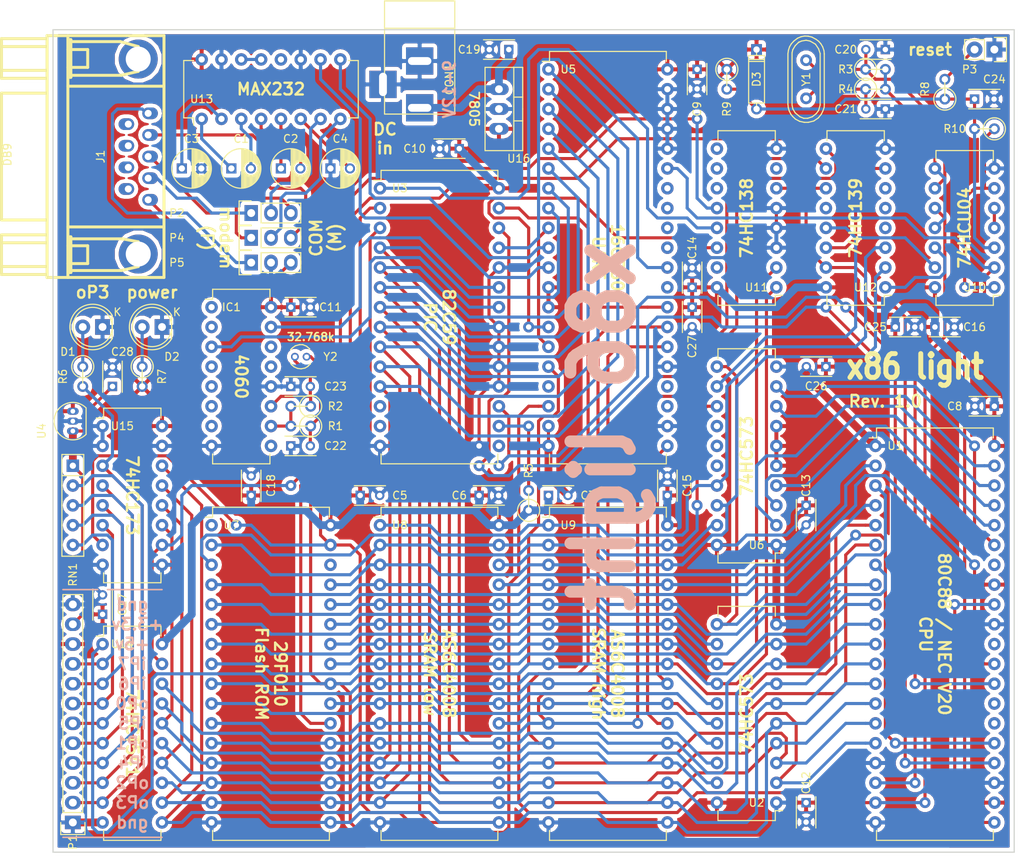
<source format=kicad_pcb>
(kicad_pcb (version 4) (host pcbnew 4.0.5+dfsg1-4)

  (general
    (links 353)
    (no_connects 0)
    (area 35.484999 57.074999 158.825001 162.635001)
    (thickness 1.6)
    (drawings 46)
    (tracks 1397)
    (zones 0)
    (modules 68)
    (nets 137)
  )

  (page A4)
  (layers
    (0 F.Cu signal)
    (31 B.Cu signal)
    (32 B.Adhes user)
    (33 F.Adhes user)
    (34 B.Paste user)
    (35 F.Paste user)
    (36 B.SilkS user)
    (37 F.SilkS user)
    (38 B.Mask user)
    (39 F.Mask user)
    (40 Dwgs.User user)
    (41 Cmts.User user)
    (42 Eco1.User user)
    (43 Eco2.User user)
    (44 Edge.Cuts user)
    (45 Margin user)
    (46 B.CrtYd user)
    (47 F.CrtYd user)
    (48 B.Fab user)
    (49 F.Fab user)
  )

  (setup
    (last_trace_width 0.4)
    (user_trace_width 1)
    (trace_clearance 0.2)
    (zone_clearance 0.508)
    (zone_45_only no)
    (trace_min 0.2)
    (segment_width 0.2)
    (edge_width 0.15)
    (via_size 1.4)
    (via_drill 0.7)
    (via_min_size 0.4)
    (via_min_drill 0.3)
    (uvia_size 0.3)
    (uvia_drill 0.1)
    (uvias_allowed no)
    (uvia_min_size 0)
    (uvia_min_drill 0)
    (pcb_text_width 0.3)
    (pcb_text_size 1.5 1.5)
    (mod_edge_width 0.15)
    (mod_text_size 1 1)
    (mod_text_width 0.15)
    (pad_size 1.524 1.524)
    (pad_drill 0.762)
    (pad_to_mask_clearance 0.2)
    (aux_axis_origin 0 0)
    (visible_elements FFFFFF3F)
    (pcbplotparams
      (layerselection 0x00030_80000001)
      (usegerberextensions false)
      (excludeedgelayer true)
      (linewidth 0.100000)
      (plotframeref false)
      (viasonmask false)
      (mode 1)
      (useauxorigin false)
      (hpglpennumber 1)
      (hpglpenspeed 20)
      (hpglpendiameter 15)
      (hpglpenoverlay 2)
      (psnegative false)
      (psa4output false)
      (plotreference true)
      (plotvalue true)
      (plotinvisibletext false)
      (padsonsilk false)
      (subtractmaskfromsilk false)
      (outputformat 1)
      (mirror false)
      (drillshape 1)
      (scaleselection 1)
      (outputdirectory ""))
  )

  (net 0 "")
  (net 1 GND)
  (net 2 /D7)
  (net 3 /D6)
  (net 4 /D5)
  (net 5 /D4)
  (net 6 /D3)
  (net 7 /D2)
  (net 8 /D1)
  (net 9 /D0)
  (net 10 "Net-(U1-Pad26)")
  (net 11 "Net-(U1-Pad27)")
  (net 12 "Net-(U1-Pad30)")
  (net 13 "Net-(U1-Pad34)")
  (net 14 VCC)
  (net 15 "Net-(U3-Pad12)")
  (net 16 "Net-(U3-Pad13)")
  (net 17 "Net-(U3-Pad15)")
  (net 18 "Net-(U5-Pad15)")
  (net 19 "Net-(U5-Pad17)")
  (net 20 "Net-(U5-Pad23)")
  (net 21 "Net-(U5-Pad24)")
  (net 22 "Net-(U5-Pad29)")
  (net 23 "Net-(U5-Pad31)")
  (net 24 "Net-(U5-Pad32)")
  (net 25 "Net-(U5-Pad33)")
  (net 26 "Net-(U5-Pad34)")
  (net 27 /A14)
  (net 28 /A13)
  (net 29 /A12)
  (net 30 /A11)
  (net 31 /A10)
  (net 32 /A9)
  (net 33 /A8)
  (net 34 /AS19)
  (net 35 /AS18)
  (net 36 /AS17)
  (net 37 /AS16)
  (net 38 /A15)
  (net 39 /ALE)
  (net 40 /A0)
  (net 41 /A1)
  (net 42 /A2)
  (net 43 /A3)
  (net 44 /A4)
  (net 45 /A5)
  (net 46 /A6)
  (net 47 /A7)
  (net 48 /A19)
  (net 49 /A18)
  (net 50 /A17)
  (net 51 /A16)
  (net 52 "Net-(U7-Pad1)")
  (net 53 //RD)
  (net 54 //WR)
  (net 55 /CLK)
  (net 56 /RESET)
  (net 57 /INTR)
  (net 58 /INTA)
  (net 59 /INT4)
  (net 60 /INT5)
  (net 61 /INT7)
  (net 62 /IO/M)
  (net 63 /PIC_CS)
  (net 64 /UART_CS)
  (net 65 "Net-(U11-Pad9)")
  (net 66 "Net-(U11-Pad10)")
  (net 67 "Net-(U11-Pad11)")
  (net 68 /ROM_CS)
  (net 69 /RAML_CS)
  (net 70 /RAMH_CS)
  (net 71 "Net-(U12-Pad4)")
  (net 72 "Net-(U12-Pad5)")
  (net 73 "Net-(U12-Pad6)")
  (net 74 "Net-(U12-Pad12)")
  (net 75 "Net-(C1-Pad1)")
  (net 76 "Net-(C1-Pad2)")
  (net 77 "Net-(C2-Pad1)")
  (net 78 "Net-(C2-Pad2)")
  (net 79 "Net-(C3-Pad1)")
  (net 80 "Net-(C4-Pad2)")
  (net 81 "Net-(U13-Pad12)")
  (net 82 "Net-(U13-Pad13)")
  (net 83 "Net-(J1-Pad1)")
  (net 84 "Net-(J1-Pad4)")
  (net 85 "Net-(J1-Pad9)")
  (net 86 "Net-(J1-Pad8)")
  (net 87 "Net-(J1-Pad7)")
  (net 88 "Net-(J1-Pad6)")
  (net 89 /RXD)
  (net 90 /TXD)
  (net 91 /UART_RXD)
  (net 92 /UART_TXD)
  (net 93 "Net-(C20-Pad2)")
  (net 94 "Net-(C21-Pad2)")
  (net 95 "Net-(U11-Pad15)")
  (net 96 "Net-(R5-Pad2)")
  (net 97 /PORT_CS)
  (net 98 /IO0)
  (net 99 /IO1)
  (net 100 /IO2)
  (net 101 /IO3)
  (net 102 /9V)
  (net 103 "Net-(IC1-Pad1)")
  (net 104 "Net-(IC1-Pad2)")
  (net 105 "Net-(IC1-Pad4)")
  (net 106 "Net-(IC1-Pad5)")
  (net 107 "Net-(IC1-Pad6)")
  (net 108 "Net-(IC1-Pad7)")
  (net 109 "Net-(IC1-Pad9)")
  (net 110 "Net-(IC1-Pad10)")
  (net 111 "Net-(IC1-Pad13)")
  (net 112 "Net-(IC1-Pad14)")
  (net 113 "Net-(U6-Pad16)")
  (net 114 "Net-(U6-Pad14)")
  (net 115 "Net-(U6-Pad15)")
  (net 116 /CPU_A15)
  (net 117 "Net-(C22-Pad2)")
  (net 118 "Net-(C23-Pad2)")
  (net 119 /IO4)
  (net 120 /IO5)
  (net 121 /IO6)
  (net 122 /IO7)
  (net 123 +3V3)
  (net 124 "Net-(J1-Pad2)")
  (net 125 "Net-(J1-Pad3)")
  (net 126 "Net-(D1-Pad2)")
  (net 127 "Net-(D2-Pad2)")
  (net 128 "Net-(U12-Pad14)")
  (net 129 "Net-(U11-Pad7)")
  (net 130 "Net-(U10-Pad4)")
  (net 131 "Net-(U10-Pad12)")
  (net 132 "Net-(R3-Pad2)")
  (net 133 "Net-(C24-Pad1)")
  (net 134 "Net-(P3-Pad2)")
  (net 135 "Net-(R10-Pad1)")
  (net 136 "Net-(J1-Pad5)")

  (net_class Default "This is the default net class."
    (clearance 0.2)
    (trace_width 0.4)
    (via_dia 1.4)
    (via_drill 0.7)
    (uvia_dia 0.3)
    (uvia_drill 0.1)
    (add_net +3V3)
    (add_net //RD)
    (add_net //WR)
    (add_net /A0)
    (add_net /A1)
    (add_net /A10)
    (add_net /A11)
    (add_net /A12)
    (add_net /A13)
    (add_net /A14)
    (add_net /A15)
    (add_net /A16)
    (add_net /A17)
    (add_net /A18)
    (add_net /A19)
    (add_net /A2)
    (add_net /A3)
    (add_net /A4)
    (add_net /A5)
    (add_net /A6)
    (add_net /A7)
    (add_net /A8)
    (add_net /A9)
    (add_net /ALE)
    (add_net /AS16)
    (add_net /AS17)
    (add_net /AS18)
    (add_net /AS19)
    (add_net /CLK)
    (add_net /CPU_A15)
    (add_net /D0)
    (add_net /D1)
    (add_net /D2)
    (add_net /D3)
    (add_net /D4)
    (add_net /D5)
    (add_net /D6)
    (add_net /D7)
    (add_net /INT4)
    (add_net /INT5)
    (add_net /INT7)
    (add_net /INTA)
    (add_net /INTR)
    (add_net /IO/M)
    (add_net /IO0)
    (add_net /IO1)
    (add_net /IO2)
    (add_net /IO3)
    (add_net /IO4)
    (add_net /IO5)
    (add_net /IO6)
    (add_net /IO7)
    (add_net /PIC_CS)
    (add_net /PORT_CS)
    (add_net /RAMH_CS)
    (add_net /RAML_CS)
    (add_net /RESET)
    (add_net /ROM_CS)
    (add_net /RXD)
    (add_net /TXD)
    (add_net /UART_CS)
    (add_net /UART_RXD)
    (add_net /UART_TXD)
    (add_net GND)
    (add_net "Net-(C1-Pad1)")
    (add_net "Net-(C1-Pad2)")
    (add_net "Net-(C2-Pad1)")
    (add_net "Net-(C2-Pad2)")
    (add_net "Net-(C20-Pad2)")
    (add_net "Net-(C21-Pad2)")
    (add_net "Net-(C22-Pad2)")
    (add_net "Net-(C23-Pad2)")
    (add_net "Net-(C24-Pad1)")
    (add_net "Net-(C3-Pad1)")
    (add_net "Net-(C4-Pad2)")
    (add_net "Net-(D1-Pad2)")
    (add_net "Net-(D2-Pad2)")
    (add_net "Net-(IC1-Pad1)")
    (add_net "Net-(IC1-Pad10)")
    (add_net "Net-(IC1-Pad13)")
    (add_net "Net-(IC1-Pad14)")
    (add_net "Net-(IC1-Pad2)")
    (add_net "Net-(IC1-Pad4)")
    (add_net "Net-(IC1-Pad5)")
    (add_net "Net-(IC1-Pad6)")
    (add_net "Net-(IC1-Pad7)")
    (add_net "Net-(IC1-Pad9)")
    (add_net "Net-(J1-Pad1)")
    (add_net "Net-(J1-Pad2)")
    (add_net "Net-(J1-Pad3)")
    (add_net "Net-(J1-Pad4)")
    (add_net "Net-(J1-Pad5)")
    (add_net "Net-(J1-Pad6)")
    (add_net "Net-(J1-Pad7)")
    (add_net "Net-(J1-Pad8)")
    (add_net "Net-(J1-Pad9)")
    (add_net "Net-(P3-Pad2)")
    (add_net "Net-(R10-Pad1)")
    (add_net "Net-(R3-Pad2)")
    (add_net "Net-(R5-Pad2)")
    (add_net "Net-(U1-Pad26)")
    (add_net "Net-(U1-Pad27)")
    (add_net "Net-(U1-Pad30)")
    (add_net "Net-(U1-Pad34)")
    (add_net "Net-(U10-Pad12)")
    (add_net "Net-(U10-Pad4)")
    (add_net "Net-(U11-Pad10)")
    (add_net "Net-(U11-Pad11)")
    (add_net "Net-(U11-Pad15)")
    (add_net "Net-(U11-Pad7)")
    (add_net "Net-(U11-Pad9)")
    (add_net "Net-(U12-Pad12)")
    (add_net "Net-(U12-Pad14)")
    (add_net "Net-(U12-Pad4)")
    (add_net "Net-(U12-Pad5)")
    (add_net "Net-(U12-Pad6)")
    (add_net "Net-(U13-Pad12)")
    (add_net "Net-(U13-Pad13)")
    (add_net "Net-(U3-Pad12)")
    (add_net "Net-(U3-Pad13)")
    (add_net "Net-(U3-Pad15)")
    (add_net "Net-(U5-Pad15)")
    (add_net "Net-(U5-Pad17)")
    (add_net "Net-(U5-Pad23)")
    (add_net "Net-(U5-Pad24)")
    (add_net "Net-(U5-Pad29)")
    (add_net "Net-(U5-Pad31)")
    (add_net "Net-(U5-Pad32)")
    (add_net "Net-(U5-Pad33)")
    (add_net "Net-(U5-Pad34)")
    (add_net "Net-(U6-Pad14)")
    (add_net "Net-(U6-Pad15)")
    (add_net "Net-(U6-Pad16)")
    (add_net "Net-(U7-Pad1)")
    (add_net VCC)
  )

  (net_class POWER ""
    (clearance 0.2)
    (trace_width 1)
    (via_dia 1.4)
    (via_drill 0.7)
    (uvia_dia 0.3)
    (uvia_drill 0.1)
    (add_net /9V)
  )

  (module Housings_DIP:DIP-16_W7.62mm (layer F.Cu) (tedit 5CA8EF58) (tstamp 5C9876BF)
    (at 128.27 90.17 180)
    (descr "16-lead dip package, row spacing 7.62 mm (300 mils)")
    (tags "dil dip 2.54 300")
    (path /5C9749EE)
    (fp_text reference U11 (at 2.54 0 360) (layer F.SilkS)
      (effects (font (size 1 1) (thickness 0.15)))
    )
    (fp_text value 74HC138 (at 0 -3.72 180) (layer F.Fab)
      (effects (font (size 1 1) (thickness 0.15)))
    )
    (fp_line (start -1.05 -2.45) (end -1.05 20.25) (layer F.CrtYd) (width 0.05))
    (fp_line (start 8.65 -2.45) (end 8.65 20.25) (layer F.CrtYd) (width 0.05))
    (fp_line (start -1.05 -2.45) (end 8.65 -2.45) (layer F.CrtYd) (width 0.05))
    (fp_line (start -1.05 20.25) (end 8.65 20.25) (layer F.CrtYd) (width 0.05))
    (fp_line (start 0.135 -2.295) (end 0.135 -1.025) (layer F.SilkS) (width 0.15))
    (fp_line (start 7.485 -2.295) (end 7.485 -1.025) (layer F.SilkS) (width 0.15))
    (fp_line (start 7.485 20.075) (end 7.485 18.805) (layer F.SilkS) (width 0.15))
    (fp_line (start 0.135 20.075) (end 0.135 18.805) (layer F.SilkS) (width 0.15))
    (fp_line (start 0.135 -2.295) (end 7.485 -2.295) (layer F.SilkS) (width 0.15))
    (fp_line (start 0.135 20.075) (end 7.485 20.075) (layer F.SilkS) (width 0.15))
    (fp_line (start 0.135 -1.025) (end -0.8 -1.025) (layer F.SilkS) (width 0.15))
    (pad 1 thru_hole oval (at 0 0 180) (size 1.6 1.6) (drill 0.8) (layers *.Cu *.Mask)
      (net 45 /A5))
    (pad 2 thru_hole oval (at 0 2.54 180) (size 1.6 1.6) (drill 0.8) (layers *.Cu *.Mask)
      (net 46 /A6))
    (pad 3 thru_hole oval (at 0 5.08 180) (size 1.6 1.6) (drill 0.8) (layers *.Cu *.Mask)
      (net 1 GND))
    (pad 4 thru_hole oval (at 0 7.62 180) (size 1.6 1.6) (drill 0.8) (layers *.Cu *.Mask)
      (net 1 GND))
    (pad 5 thru_hole oval (at 0 10.16 180) (size 1.6 1.6) (drill 0.8) (layers *.Cu *.Mask)
      (net 1 GND))
    (pad 6 thru_hole oval (at 0 12.7 180) (size 1.6 1.6) (drill 0.8) (layers *.Cu *.Mask)
      (net 62 /IO/M))
    (pad 7 thru_hole oval (at 0 15.24 180) (size 1.6 1.6) (drill 0.8) (layers *.Cu *.Mask)
      (net 129 "Net-(U11-Pad7)"))
    (pad 8 thru_hole oval (at 0 17.78 180) (size 1.6 1.6) (drill 0.8) (layers *.Cu *.Mask)
      (net 1 GND))
    (pad 9 thru_hole oval (at 7.62 17.78 180) (size 1.6 1.6) (drill 0.8) (layers *.Cu *.Mask)
      (net 65 "Net-(U11-Pad9)"))
    (pad 10 thru_hole oval (at 7.62 15.24 180) (size 1.6 1.6) (drill 0.8) (layers *.Cu *.Mask)
      (net 66 "Net-(U11-Pad10)"))
    (pad 11 thru_hole oval (at 7.62 12.7 180) (size 1.6 1.6) (drill 0.8) (layers *.Cu *.Mask)
      (net 67 "Net-(U11-Pad11)"))
    (pad 12 thru_hole oval (at 7.62 10.16 180) (size 1.6 1.6) (drill 0.8) (layers *.Cu *.Mask)
      (net 97 /PORT_CS))
    (pad 13 thru_hole oval (at 7.62 7.62 180) (size 1.6 1.6) (drill 0.8) (layers *.Cu *.Mask)
      (net 63 /PIC_CS))
    (pad 14 thru_hole oval (at 7.62 5.08 180) (size 1.6 1.6) (drill 0.8) (layers *.Cu *.Mask)
      (net 64 /UART_CS))
    (pad 15 thru_hole oval (at 7.62 2.54 180) (size 1.6 1.6) (drill 0.8) (layers *.Cu *.Mask)
      (net 95 "Net-(U11-Pad15)"))
    (pad 16 thru_hole oval (at 7.62 0 180) (size 1.6 1.6) (drill 0.8) (layers *.Cu *.Mask)
      (net 14 VCC))
    (model Housings_DIP.3dshapes/DIP-16_W7.62mm.wrl
      (at (xyz 0 0 0))
      (scale (xyz 1 1 1))
      (rotate (xyz 0 0 0))
    )
  )

  (module Housings_DIP:DIP-14_W7.62mm (layer F.Cu) (tedit 5CA8EF5C) (tstamp 5CA1B1D5)
    (at 156.21 90.17 180)
    (descr "14-lead dip package, row spacing 7.62 mm (300 mils)")
    (tags "dil dip 2.54 300")
    (path /5CA1E619)
    (fp_text reference U10 (at 2.54 0 360) (layer F.SilkS)
      (effects (font (size 1 1) (thickness 0.15)))
    )
    (fp_text value 74HCU04 (at 0 -3.72 180) (layer F.Fab)
      (effects (font (size 1 1) (thickness 0.15)))
    )
    (fp_line (start -1.05 -2.45) (end -1.05 17.7) (layer F.CrtYd) (width 0.05))
    (fp_line (start 8.65 -2.45) (end 8.65 17.7) (layer F.CrtYd) (width 0.05))
    (fp_line (start -1.05 -2.45) (end 8.65 -2.45) (layer F.CrtYd) (width 0.05))
    (fp_line (start -1.05 17.7) (end 8.65 17.7) (layer F.CrtYd) (width 0.05))
    (fp_line (start 0.135 -2.295) (end 0.135 -1.025) (layer F.SilkS) (width 0.15))
    (fp_line (start 7.485 -2.295) (end 7.485 -1.025) (layer F.SilkS) (width 0.15))
    (fp_line (start 7.485 17.535) (end 7.485 16.265) (layer F.SilkS) (width 0.15))
    (fp_line (start 0.135 17.535) (end 0.135 16.265) (layer F.SilkS) (width 0.15))
    (fp_line (start 0.135 -2.295) (end 7.485 -2.295) (layer F.SilkS) (width 0.15))
    (fp_line (start 0.135 17.535) (end 7.485 17.535) (layer F.SilkS) (width 0.15))
    (fp_line (start 0.135 -1.025) (end -0.8 -1.025) (layer F.SilkS) (width 0.15))
    (pad 1 thru_hole oval (at 0 0 180) (size 1.6 1.6) (drill 0.8) (layers *.Cu *.Mask)
      (net 135 "Net-(R10-Pad1)"))
    (pad 2 thru_hole oval (at 0 2.54 180) (size 1.6 1.6) (drill 0.8) (layers *.Cu *.Mask)
      (net 56 /RESET))
    (pad 3 thru_hole oval (at 0 5.08 180) (size 1.6 1.6) (drill 0.8) (layers *.Cu *.Mask)
      (net 133 "Net-(C24-Pad1)"))
    (pad 4 thru_hole oval (at 0 7.62 180) (size 1.6 1.6) (drill 0.8) (layers *.Cu *.Mask)
      (net 130 "Net-(U10-Pad4)"))
    (pad 5 thru_hole oval (at 0 10.16 180) (size 1.6 1.6) (drill 0.8) (layers *.Cu *.Mask)
      (net 130 "Net-(U10-Pad4)"))
    (pad 6 thru_hole oval (at 0 12.7 180) (size 1.6 1.6) (drill 0.8) (layers *.Cu *.Mask)
      (net 135 "Net-(R10-Pad1)"))
    (pad 7 thru_hole oval (at 0 15.24 180) (size 1.6 1.6) (drill 0.8) (layers *.Cu *.Mask)
      (net 1 GND))
    (pad 8 thru_hole oval (at 7.62 15.24 180) (size 1.6 1.6) (drill 0.8) (layers *.Cu *.Mask)
      (net 132 "Net-(R3-Pad2)"))
    (pad 9 thru_hole oval (at 7.62 12.7 180) (size 1.6 1.6) (drill 0.8) (layers *.Cu *.Mask)
      (net 93 "Net-(C20-Pad2)"))
    (pad 10 thru_hole oval (at 7.62 10.16 180) (size 1.6 1.6) (drill 0.8) (layers *.Cu *.Mask)
      (net 55 /CLK))
    (pad 11 thru_hole oval (at 7.62 7.62 180) (size 1.6 1.6) (drill 0.8) (layers *.Cu *.Mask)
      (net 132 "Net-(R3-Pad2)"))
    (pad 12 thru_hole oval (at 7.62 5.08 180) (size 1.6 1.6) (drill 0.8) (layers *.Cu *.Mask)
      (net 131 "Net-(U10-Pad12)"))
    (pad 13 thru_hole oval (at 7.62 2.54 180) (size 1.6 1.6) (drill 0.8) (layers *.Cu *.Mask)
      (net 48 /A19))
    (pad 14 thru_hole oval (at 7.62 0 180) (size 1.6 1.6) (drill 0.8) (layers *.Cu *.Mask)
      (net 14 VCC))
    (model Housings_DIP.3dshapes/DIP-14_W7.62mm.wrl
      (at (xyz 0 0 0))
      (scale (xyz 1 1 1))
      (rotate (xyz 0 0 0))
    )
  )

  (module Housings_DIP:DIP-28_W15.24mm (layer F.Cu) (tedit 5CA8DEDF) (tstamp 5C9875CD)
    (at 77.47 77.47)
    (descr "28-lead dip package, row spacing 15.24 mm (600 mils)")
    (tags "dil dip 2.54 600")
    (path /5C95E34F)
    (fp_text reference U3 (at 2.54 0) (layer F.SilkS)
      (effects (font (size 1 1) (thickness 0.15)))
    )
    (fp_text value 82C59 (at 0 -3.72) (layer F.Fab)
      (effects (font (size 1 1) (thickness 0.15)))
    )
    (fp_line (start -1.05 -2.45) (end -1.05 35.5) (layer F.CrtYd) (width 0.05))
    (fp_line (start 16.3 -2.45) (end 16.3 35.5) (layer F.CrtYd) (width 0.05))
    (fp_line (start -1.05 -2.45) (end 16.3 -2.45) (layer F.CrtYd) (width 0.05))
    (fp_line (start -1.05 35.5) (end 16.3 35.5) (layer F.CrtYd) (width 0.05))
    (fp_line (start 0.135 -2.295) (end 0.135 -1.025) (layer F.SilkS) (width 0.15))
    (fp_line (start 15.105 -2.295) (end 15.105 -1.025) (layer F.SilkS) (width 0.15))
    (fp_line (start 15.105 35.315) (end 15.105 34.045) (layer F.SilkS) (width 0.15))
    (fp_line (start 0.135 35.315) (end 0.135 34.045) (layer F.SilkS) (width 0.15))
    (fp_line (start 0.135 -2.295) (end 15.105 -2.295) (layer F.SilkS) (width 0.15))
    (fp_line (start 0.135 35.315) (end 15.105 35.315) (layer F.SilkS) (width 0.15))
    (fp_line (start 0.135 -1.025) (end -0.8 -1.025) (layer F.SilkS) (width 0.15))
    (pad 1 thru_hole oval (at 0 0) (size 1.6 1.6) (drill 0.8) (layers *.Cu *.Mask)
      (net 63 /PIC_CS))
    (pad 2 thru_hole oval (at 0 2.54) (size 1.6 1.6) (drill 0.8) (layers *.Cu *.Mask)
      (net 53 //RD))
    (pad 3 thru_hole oval (at 0 5.08) (size 1.6 1.6) (drill 0.8) (layers *.Cu *.Mask)
      (net 54 //WR))
    (pad 4 thru_hole oval (at 0 7.62) (size 1.6 1.6) (drill 0.8) (layers *.Cu *.Mask)
      (net 2 /D7))
    (pad 5 thru_hole oval (at 0 10.16) (size 1.6 1.6) (drill 0.8) (layers *.Cu *.Mask)
      (net 3 /D6))
    (pad 6 thru_hole oval (at 0 12.7) (size 1.6 1.6) (drill 0.8) (layers *.Cu *.Mask)
      (net 4 /D5))
    (pad 7 thru_hole oval (at 0 15.24) (size 1.6 1.6) (drill 0.8) (layers *.Cu *.Mask)
      (net 5 /D4))
    (pad 8 thru_hole oval (at 0 17.78) (size 1.6 1.6) (drill 0.8) (layers *.Cu *.Mask)
      (net 6 /D3))
    (pad 9 thru_hole oval (at 0 20.32) (size 1.6 1.6) (drill 0.8) (layers *.Cu *.Mask)
      (net 7 /D2))
    (pad 10 thru_hole oval (at 0 22.86) (size 1.6 1.6) (drill 0.8) (layers *.Cu *.Mask)
      (net 8 /D1))
    (pad 11 thru_hole oval (at 0 25.4) (size 1.6 1.6) (drill 0.8) (layers *.Cu *.Mask)
      (net 9 /D0))
    (pad 12 thru_hole oval (at 0 27.94) (size 1.6 1.6) (drill 0.8) (layers *.Cu *.Mask)
      (net 15 "Net-(U3-Pad12)"))
    (pad 13 thru_hole oval (at 0 30.48) (size 1.6 1.6) (drill 0.8) (layers *.Cu *.Mask)
      (net 16 "Net-(U3-Pad13)"))
    (pad 14 thru_hole oval (at 0 33.02) (size 1.6 1.6) (drill 0.8) (layers *.Cu *.Mask)
      (net 1 GND))
    (pad 15 thru_hole oval (at 15.24 33.02) (size 1.6 1.6) (drill 0.8) (layers *.Cu *.Mask)
      (net 17 "Net-(U3-Pad15)"))
    (pad 16 thru_hole oval (at 15.24 30.48) (size 1.6 1.6) (drill 0.8) (layers *.Cu *.Mask)
      (net 96 "Net-(R5-Pad2)"))
    (pad 17 thru_hole oval (at 15.24 27.94) (size 1.6 1.6) (drill 0.8) (layers *.Cu *.Mask)
      (net 57 /INTR))
    (pad 18 thru_hole oval (at 15.24 25.4) (size 1.6 1.6) (drill 0.8) (layers *.Cu *.Mask)
      (net 1 GND))
    (pad 19 thru_hole oval (at 15.24 22.86) (size 1.6 1.6) (drill 0.8) (layers *.Cu *.Mask)
      (net 1 GND))
    (pad 20 thru_hole oval (at 15.24 20.32) (size 1.6 1.6) (drill 0.8) (layers *.Cu *.Mask)
      (net 1 GND))
    (pad 21 thru_hole oval (at 15.24 17.78) (size 1.6 1.6) (drill 0.8) (layers *.Cu *.Mask)
      (net 1 GND))
    (pad 22 thru_hole oval (at 15.24 15.24) (size 1.6 1.6) (drill 0.8) (layers *.Cu *.Mask)
      (net 59 /INT4))
    (pad 23 thru_hole oval (at 15.24 12.7) (size 1.6 1.6) (drill 0.8) (layers *.Cu *.Mask)
      (net 60 /INT5))
    (pad 24 thru_hole oval (at 15.24 10.16) (size 1.6 1.6) (drill 0.8) (layers *.Cu *.Mask)
      (net 1 GND))
    (pad 25 thru_hole oval (at 15.24 7.62) (size 1.6 1.6) (drill 0.8) (layers *.Cu *.Mask)
      (net 61 /INT7))
    (pad 26 thru_hole oval (at 15.24 5.08) (size 1.6 1.6) (drill 0.8) (layers *.Cu *.Mask)
      (net 58 /INTA))
    (pad 27 thru_hole oval (at 15.24 2.54) (size 1.6 1.6) (drill 0.8) (layers *.Cu *.Mask)
      (net 40 /A0))
    (pad 28 thru_hole oval (at 15.24 0) (size 1.6 1.6) (drill 0.8) (layers *.Cu *.Mask)
      (net 14 VCC))
    (model Housings_DIP.3dshapes/DIP-28_W15.24mm.wrl
      (at (xyz 0 0 0))
      (scale (xyz 1 1 1))
      (rotate (xyz 0 0 0))
    )
  )

  (module Discret:R1 (layer F.Cu) (tedit 5CA8DDDC) (tstamp 5C999FD1)
    (at 140.97 64.77)
    (descr "Resistance verticale")
    (tags R)
    (path /5C99BD24)
    (fp_text reference R4 (at -3.81 0) (layer F.SilkS)
      (effects (font (size 1 1) (thickness 0.15)))
    )
    (fp_text value 1k (at -1.143 2.54) (layer F.Fab)
      (effects (font (size 1 1) (thickness 0.15)))
    )
    (fp_line (start -1.27 0) (end 1.27 0) (layer F.SilkS) (width 0.15))
    (fp_circle (center -1.27 0) (end -0.635 1.27) (layer F.SilkS) (width 0.15))
    (pad 1 thru_hole circle (at -1.27 0) (size 1.397 1.397) (drill 0.8128) (layers *.Cu *.Mask)
      (net 94 "Net-(C21-Pad2)"))
    (pad 2 thru_hole circle (at 1.27 0) (size 1.397 1.397) (drill 0.8128) (layers *.Cu *.Mask)
      (net 132 "Net-(R3-Pad2)"))
    (model Discret.3dshapes/R1.wrl
      (at (xyz 0 0 0))
      (scale (xyz 1 1 1))
      (rotate (xyz 0 0 0))
    )
  )

  (module Housings_DIP:DIP-40_W15.24mm (layer F.Cu) (tedit 5CA8DE38) (tstamp 5C987595)
    (at 140.97 110.49)
    (descr "40-lead dip package, row spacing 15.24 mm (600 mils)")
    (tags "dil dip 2.54 600")
    (path /5C95D1D9)
    (fp_text reference U1 (at 2.54 0 180) (layer F.SilkS)
      (effects (font (size 1 1) (thickness 0.15)))
    )
    (fp_text value 8088_Min_Mode (at 0 -3.81) (layer F.Fab)
      (effects (font (size 1 1) (thickness 0.15)))
    )
    (fp_line (start -1.05 -2.45) (end -1.05 50.75) (layer F.CrtYd) (width 0.05))
    (fp_line (start 16.3 -2.45) (end 16.3 50.75) (layer F.CrtYd) (width 0.05))
    (fp_line (start -1.05 -2.45) (end 16.3 -2.45) (layer F.CrtYd) (width 0.05))
    (fp_line (start -1.05 50.75) (end 16.3 50.75) (layer F.CrtYd) (width 0.05))
    (fp_line (start 0.135 -2.295) (end 0.135 -1.025) (layer F.SilkS) (width 0.15))
    (fp_line (start 15.105 -2.295) (end 15.105 -1.025) (layer F.SilkS) (width 0.15))
    (fp_line (start 15.105 50.555) (end 15.105 49.285) (layer F.SilkS) (width 0.15))
    (fp_line (start 0.135 50.555) (end 0.135 49.285) (layer F.SilkS) (width 0.15))
    (fp_line (start 0.135 -2.295) (end 15.105 -2.295) (layer F.SilkS) (width 0.15))
    (fp_line (start 0.135 50.555) (end 15.105 50.555) (layer F.SilkS) (width 0.15))
    (fp_line (start 0.135 -1.025) (end -0.8 -1.025) (layer F.SilkS) (width 0.15))
    (pad 1 thru_hole oval (at 0 0) (size 1.6 1.6) (drill 0.8) (layers *.Cu *.Mask)
      (net 1 GND))
    (pad 2 thru_hole oval (at 0 2.54) (size 1.6 1.6) (drill 0.8) (layers *.Cu *.Mask)
      (net 27 /A14))
    (pad 3 thru_hole oval (at 0 5.08) (size 1.6 1.6) (drill 0.8) (layers *.Cu *.Mask)
      (net 28 /A13))
    (pad 4 thru_hole oval (at 0 7.62) (size 1.6 1.6) (drill 0.8) (layers *.Cu *.Mask)
      (net 29 /A12))
    (pad 5 thru_hole oval (at 0 10.16) (size 1.6 1.6) (drill 0.8) (layers *.Cu *.Mask)
      (net 30 /A11))
    (pad 6 thru_hole oval (at 0 12.7) (size 1.6 1.6) (drill 0.8) (layers *.Cu *.Mask)
      (net 31 /A10))
    (pad 7 thru_hole oval (at 0 15.24) (size 1.6 1.6) (drill 0.8) (layers *.Cu *.Mask)
      (net 32 /A9))
    (pad 8 thru_hole oval (at 0 17.78) (size 1.6 1.6) (drill 0.8) (layers *.Cu *.Mask)
      (net 33 /A8))
    (pad 9 thru_hole oval (at 0 20.32) (size 1.6 1.6) (drill 0.8) (layers *.Cu *.Mask)
      (net 2 /D7))
    (pad 10 thru_hole oval (at 0 22.86) (size 1.6 1.6) (drill 0.8) (layers *.Cu *.Mask)
      (net 3 /D6))
    (pad 11 thru_hole oval (at 0 25.4) (size 1.6 1.6) (drill 0.8) (layers *.Cu *.Mask)
      (net 4 /D5))
    (pad 12 thru_hole oval (at 0 27.94) (size 1.6 1.6) (drill 0.8) (layers *.Cu *.Mask)
      (net 5 /D4))
    (pad 13 thru_hole oval (at 0 30.48) (size 1.6 1.6) (drill 0.8) (layers *.Cu *.Mask)
      (net 6 /D3))
    (pad 14 thru_hole oval (at 0 33.02) (size 1.6 1.6) (drill 0.8) (layers *.Cu *.Mask)
      (net 7 /D2))
    (pad 15 thru_hole oval (at 0 35.56) (size 1.6 1.6) (drill 0.8) (layers *.Cu *.Mask)
      (net 8 /D1))
    (pad 16 thru_hole oval (at 0 38.1) (size 1.6 1.6) (drill 0.8) (layers *.Cu *.Mask)
      (net 9 /D0))
    (pad 17 thru_hole oval (at 0 40.64) (size 1.6 1.6) (drill 0.8) (layers *.Cu *.Mask)
      (net 1 GND))
    (pad 18 thru_hole oval (at 0 43.18) (size 1.6 1.6) (drill 0.8) (layers *.Cu *.Mask)
      (net 57 /INTR))
    (pad 19 thru_hole oval (at 0 45.72) (size 1.6 1.6) (drill 0.8) (layers *.Cu *.Mask)
      (net 55 /CLK))
    (pad 20 thru_hole oval (at 0 48.26) (size 1.6 1.6) (drill 0.8) (layers *.Cu *.Mask)
      (net 1 GND))
    (pad 21 thru_hole oval (at 15.24 48.26) (size 1.6 1.6) (drill 0.8) (layers *.Cu *.Mask)
      (net 56 /RESET))
    (pad 22 thru_hole oval (at 15.24 45.72) (size 1.6 1.6) (drill 0.8) (layers *.Cu *.Mask)
      (net 14 VCC))
    (pad 23 thru_hole oval (at 15.24 43.18) (size 1.6 1.6) (drill 0.8) (layers *.Cu *.Mask)
      (net 1 GND))
    (pad 24 thru_hole oval (at 15.24 40.64) (size 1.6 1.6) (drill 0.8) (layers *.Cu *.Mask)
      (net 58 /INTA))
    (pad 25 thru_hole oval (at 15.24 38.1) (size 1.6 1.6) (drill 0.8) (layers *.Cu *.Mask)
      (net 39 /ALE))
    (pad 26 thru_hole oval (at 15.24 35.56) (size 1.6 1.6) (drill 0.8) (layers *.Cu *.Mask)
      (net 10 "Net-(U1-Pad26)"))
    (pad 27 thru_hole oval (at 15.24 33.02) (size 1.6 1.6) (drill 0.8) (layers *.Cu *.Mask)
      (net 11 "Net-(U1-Pad27)"))
    (pad 28 thru_hole oval (at 15.24 30.48) (size 1.6 1.6) (drill 0.8) (layers *.Cu *.Mask)
      (net 62 /IO/M))
    (pad 29 thru_hole oval (at 15.24 27.94) (size 1.6 1.6) (drill 0.8) (layers *.Cu *.Mask)
      (net 54 //WR))
    (pad 30 thru_hole oval (at 15.24 25.4) (size 1.6 1.6) (drill 0.8) (layers *.Cu *.Mask)
      (net 12 "Net-(U1-Pad30)"))
    (pad 31 thru_hole oval (at 15.24 22.86) (size 1.6 1.6) (drill 0.8) (layers *.Cu *.Mask)
      (net 1 GND))
    (pad 32 thru_hole oval (at 15.24 20.32) (size 1.6 1.6) (drill 0.8) (layers *.Cu *.Mask)
      (net 53 //RD))
    (pad 33 thru_hole oval (at 15.24 17.78) (size 1.6 1.6) (drill 0.8) (layers *.Cu *.Mask)
      (net 14 VCC))
    (pad 34 thru_hole oval (at 15.24 15.24) (size 1.6 1.6) (drill 0.8) (layers *.Cu *.Mask)
      (net 13 "Net-(U1-Pad34)"))
    (pad 35 thru_hole oval (at 15.24 12.7) (size 1.6 1.6) (drill 0.8) (layers *.Cu *.Mask)
      (net 34 /AS19))
    (pad 36 thru_hole oval (at 15.24 10.16) (size 1.6 1.6) (drill 0.8) (layers *.Cu *.Mask)
      (net 35 /AS18))
    (pad 37 thru_hole oval (at 15.24 7.62) (size 1.6 1.6) (drill 0.8) (layers *.Cu *.Mask)
      (net 36 /AS17))
    (pad 38 thru_hole oval (at 15.24 5.08) (size 1.6 1.6) (drill 0.8) (layers *.Cu *.Mask)
      (net 37 /AS16))
    (pad 39 thru_hole oval (at 15.24 2.54) (size 1.6 1.6) (drill 0.8) (layers *.Cu *.Mask)
      (net 116 /CPU_A15))
    (pad 40 thru_hole oval (at 15.24 0) (size 1.6 1.6) (drill 0.8) (layers *.Cu *.Mask)
      (net 14 VCC))
    (model Housings_DIP.3dshapes/DIP-40_W15.24mm.wrl
      (at (xyz 0 0 0))
      (scale (xyz 1 1 1))
      (rotate (xyz 0 0 0))
    )
  )

  (module Housings_DIP:DIP-40_W15.24mm (layer F.Cu) (tedit 5CA8DEF5) (tstamp 5C987615)
    (at 99.06 62.23)
    (descr "40-lead dip package, row spacing 15.24 mm (600 mils)")
    (tags "dil dip 2.54 600")
    (path /5C95DF74)
    (fp_text reference U5 (at 2.54 0) (layer F.SilkS)
      (effects (font (size 1 1) (thickness 0.15)))
    )
    (fp_text value 16C550 (at 0 -3.72) (layer F.Fab)
      (effects (font (size 1 1) (thickness 0.15)))
    )
    (fp_line (start -1.05 -2.45) (end -1.05 50.75) (layer F.CrtYd) (width 0.05))
    (fp_line (start 16.3 -2.45) (end 16.3 50.75) (layer F.CrtYd) (width 0.05))
    (fp_line (start -1.05 -2.45) (end 16.3 -2.45) (layer F.CrtYd) (width 0.05))
    (fp_line (start -1.05 50.75) (end 16.3 50.75) (layer F.CrtYd) (width 0.05))
    (fp_line (start 0.135 -2.295) (end 0.135 -1.025) (layer F.SilkS) (width 0.15))
    (fp_line (start 15.105 -2.295) (end 15.105 -1.025) (layer F.SilkS) (width 0.15))
    (fp_line (start 15.105 50.555) (end 15.105 49.285) (layer F.SilkS) (width 0.15))
    (fp_line (start 0.135 50.555) (end 0.135 49.285) (layer F.SilkS) (width 0.15))
    (fp_line (start 0.135 -2.295) (end 15.105 -2.295) (layer F.SilkS) (width 0.15))
    (fp_line (start 0.135 50.555) (end 15.105 50.555) (layer F.SilkS) (width 0.15))
    (fp_line (start 0.135 -1.025) (end -0.8 -1.025) (layer F.SilkS) (width 0.15))
    (pad 1 thru_hole oval (at 0 0) (size 1.6 1.6) (drill 0.8) (layers *.Cu *.Mask)
      (net 9 /D0))
    (pad 2 thru_hole oval (at 0 2.54) (size 1.6 1.6) (drill 0.8) (layers *.Cu *.Mask)
      (net 8 /D1))
    (pad 3 thru_hole oval (at 0 5.08) (size 1.6 1.6) (drill 0.8) (layers *.Cu *.Mask)
      (net 7 /D2))
    (pad 4 thru_hole oval (at 0 7.62) (size 1.6 1.6) (drill 0.8) (layers *.Cu *.Mask)
      (net 6 /D3))
    (pad 5 thru_hole oval (at 0 10.16) (size 1.6 1.6) (drill 0.8) (layers *.Cu *.Mask)
      (net 5 /D4))
    (pad 6 thru_hole oval (at 0 12.7) (size 1.6 1.6) (drill 0.8) (layers *.Cu *.Mask)
      (net 4 /D5))
    (pad 7 thru_hole oval (at 0 15.24) (size 1.6 1.6) (drill 0.8) (layers *.Cu *.Mask)
      (net 3 /D6))
    (pad 8 thru_hole oval (at 0 17.78) (size 1.6 1.6) (drill 0.8) (layers *.Cu *.Mask)
      (net 2 /D7))
    (pad 9 thru_hole oval (at 0 20.32) (size 1.6 1.6) (drill 0.8) (layers *.Cu *.Mask)
      (net 18 "Net-(U5-Pad15)"))
    (pad 10 thru_hole oval (at 0 22.86) (size 1.6 1.6) (drill 0.8) (layers *.Cu *.Mask)
      (net 91 /UART_RXD))
    (pad 11 thru_hole oval (at 0 25.4) (size 1.6 1.6) (drill 0.8) (layers *.Cu *.Mask)
      (net 92 /UART_TXD))
    (pad 12 thru_hole oval (at 0 27.94) (size 1.6 1.6) (drill 0.8) (layers *.Cu *.Mask)
      (net 14 VCC))
    (pad 13 thru_hole oval (at 0 30.48) (size 1.6 1.6) (drill 0.8) (layers *.Cu *.Mask)
      (net 14 VCC))
    (pad 14 thru_hole oval (at 0 33.02) (size 1.6 1.6) (drill 0.8) (layers *.Cu *.Mask)
      (net 64 /UART_CS))
    (pad 15 thru_hole oval (at 0 35.56) (size 1.6 1.6) (drill 0.8) (layers *.Cu *.Mask)
      (net 18 "Net-(U5-Pad15)"))
    (pad 16 thru_hole oval (at 0 38.1) (size 1.6 1.6) (drill 0.8) (layers *.Cu *.Mask)
      (net 55 /CLK))
    (pad 17 thru_hole oval (at 0 40.64) (size 1.6 1.6) (drill 0.8) (layers *.Cu *.Mask)
      (net 19 "Net-(U5-Pad17)"))
    (pad 18 thru_hole oval (at 0 43.18) (size 1.6 1.6) (drill 0.8) (layers *.Cu *.Mask)
      (net 54 //WR))
    (pad 19 thru_hole oval (at 0 45.72) (size 1.6 1.6) (drill 0.8) (layers *.Cu *.Mask)
      (net 1 GND))
    (pad 20 thru_hole oval (at 0 48.26) (size 1.6 1.6) (drill 0.8) (layers *.Cu *.Mask)
      (net 1 GND))
    (pad 21 thru_hole oval (at 15.24 48.26) (size 1.6 1.6) (drill 0.8) (layers *.Cu *.Mask)
      (net 53 //RD))
    (pad 22 thru_hole oval (at 15.24 45.72) (size 1.6 1.6) (drill 0.8) (layers *.Cu *.Mask)
      (net 1 GND))
    (pad 23 thru_hole oval (at 15.24 43.18) (size 1.6 1.6) (drill 0.8) (layers *.Cu *.Mask)
      (net 20 "Net-(U5-Pad23)"))
    (pad 24 thru_hole oval (at 15.24 40.64) (size 1.6 1.6) (drill 0.8) (layers *.Cu *.Mask)
      (net 21 "Net-(U5-Pad24)"))
    (pad 25 thru_hole oval (at 15.24 38.1) (size 1.6 1.6) (drill 0.8) (layers *.Cu *.Mask)
      (net 1 GND))
    (pad 26 thru_hole oval (at 15.24 35.56) (size 1.6 1.6) (drill 0.8) (layers *.Cu *.Mask)
      (net 42 /A2))
    (pad 27 thru_hole oval (at 15.24 33.02) (size 1.6 1.6) (drill 0.8) (layers *.Cu *.Mask)
      (net 41 /A1))
    (pad 28 thru_hole oval (at 15.24 30.48) (size 1.6 1.6) (drill 0.8) (layers *.Cu *.Mask)
      (net 40 /A0))
    (pad 29 thru_hole oval (at 15.24 27.94) (size 1.6 1.6) (drill 0.8) (layers *.Cu *.Mask)
      (net 22 "Net-(U5-Pad29)"))
    (pad 30 thru_hole oval (at 15.24 25.4) (size 1.6 1.6) (drill 0.8) (layers *.Cu *.Mask)
      (net 61 /INT7))
    (pad 31 thru_hole oval (at 15.24 22.86) (size 1.6 1.6) (drill 0.8) (layers *.Cu *.Mask)
      (net 23 "Net-(U5-Pad31)"))
    (pad 32 thru_hole oval (at 15.24 20.32) (size 1.6 1.6) (drill 0.8) (layers *.Cu *.Mask)
      (net 24 "Net-(U5-Pad32)"))
    (pad 33 thru_hole oval (at 15.24 17.78) (size 1.6 1.6) (drill 0.8) (layers *.Cu *.Mask)
      (net 25 "Net-(U5-Pad33)"))
    (pad 34 thru_hole oval (at 15.24 15.24) (size 1.6 1.6) (drill 0.8) (layers *.Cu *.Mask)
      (net 26 "Net-(U5-Pad34)"))
    (pad 35 thru_hole oval (at 15.24 12.7) (size 1.6 1.6) (drill 0.8) (layers *.Cu *.Mask)
      (net 56 /RESET))
    (pad 36 thru_hole oval (at 15.24 10.16) (size 1.6 1.6) (drill 0.8) (layers *.Cu *.Mask)
      (net 1 GND))
    (pad 37 thru_hole oval (at 15.24 7.62) (size 1.6 1.6) (drill 0.8) (layers *.Cu *.Mask)
      (net 1 GND))
    (pad 38 thru_hole oval (at 15.24 5.08) (size 1.6 1.6) (drill 0.8) (layers *.Cu *.Mask)
      (net 1 GND))
    (pad 39 thru_hole oval (at 15.24 2.54) (size 1.6 1.6) (drill 0.8) (layers *.Cu *.Mask)
      (net 1 GND))
    (pad 40 thru_hole oval (at 15.24 0) (size 1.6 1.6) (drill 0.8) (layers *.Cu *.Mask)
      (net 14 VCC))
    (model Housings_DIP.3dshapes/DIP-40_W15.24mm.wrl
      (at (xyz 0 0 0))
      (scale (xyz 1 1 1))
      (rotate (xyz 0 0 0))
    )
  )

  (module Housings_DIP:DIP-16_W7.62mm (layer F.Cu) (tedit 5CA8DED9) (tstamp 5C9876E7)
    (at 54.61 68.58 90)
    (descr "16-lead dip package, row spacing 7.62 mm (300 mils)")
    (tags "dil dip 2.54 300")
    (path /5C982A77)
    (fp_text reference U13 (at 2.54 0 180) (layer F.SilkS)
      (effects (font (size 1 1) (thickness 0.15)))
    )
    (fp_text value MAX232 (at 0 -3.72 90) (layer F.Fab)
      (effects (font (size 1 1) (thickness 0.15)))
    )
    (fp_line (start -1.05 -2.45) (end -1.05 20.25) (layer F.CrtYd) (width 0.05))
    (fp_line (start 8.65 -2.45) (end 8.65 20.25) (layer F.CrtYd) (width 0.05))
    (fp_line (start -1.05 -2.45) (end 8.65 -2.45) (layer F.CrtYd) (width 0.05))
    (fp_line (start -1.05 20.25) (end 8.65 20.25) (layer F.CrtYd) (width 0.05))
    (fp_line (start 0.135 -2.295) (end 0.135 -1.025) (layer F.SilkS) (width 0.15))
    (fp_line (start 7.485 -2.295) (end 7.485 -1.025) (layer F.SilkS) (width 0.15))
    (fp_line (start 7.485 20.075) (end 7.485 18.805) (layer F.SilkS) (width 0.15))
    (fp_line (start 0.135 20.075) (end 0.135 18.805) (layer F.SilkS) (width 0.15))
    (fp_line (start 0.135 -2.295) (end 7.485 -2.295) (layer F.SilkS) (width 0.15))
    (fp_line (start 0.135 20.075) (end 7.485 20.075) (layer F.SilkS) (width 0.15))
    (fp_line (start 0.135 -1.025) (end -0.8 -1.025) (layer F.SilkS) (width 0.15))
    (pad 1 thru_hole oval (at 0 0 90) (size 1.6 1.6) (drill 0.8) (layers *.Cu *.Mask)
      (net 75 "Net-(C1-Pad1)"))
    (pad 2 thru_hole oval (at 0 2.54 90) (size 1.6 1.6) (drill 0.8) (layers *.Cu *.Mask)
      (net 79 "Net-(C3-Pad1)"))
    (pad 3 thru_hole oval (at 0 5.08 90) (size 1.6 1.6) (drill 0.8) (layers *.Cu *.Mask)
      (net 76 "Net-(C1-Pad2)"))
    (pad 4 thru_hole oval (at 0 7.62 90) (size 1.6 1.6) (drill 0.8) (layers *.Cu *.Mask)
      (net 77 "Net-(C2-Pad1)"))
    (pad 5 thru_hole oval (at 0 10.16 90) (size 1.6 1.6) (drill 0.8) (layers *.Cu *.Mask)
      (net 78 "Net-(C2-Pad2)"))
    (pad 6 thru_hole oval (at 0 12.7 90) (size 1.6 1.6) (drill 0.8) (layers *.Cu *.Mask)
      (net 80 "Net-(C4-Pad2)"))
    (pad 7 thru_hole oval (at 0 15.24 90) (size 1.6 1.6) (drill 0.8) (layers *.Cu *.Mask)
      (net 90 /TXD))
    (pad 8 thru_hole oval (at 0 17.78 90) (size 1.6 1.6) (drill 0.8) (layers *.Cu *.Mask)
      (net 89 /RXD))
    (pad 9 thru_hole oval (at 7.62 17.78 90) (size 1.6 1.6) (drill 0.8) (layers *.Cu *.Mask)
      (net 91 /UART_RXD))
    (pad 10 thru_hole oval (at 7.62 15.24 90) (size 1.6 1.6) (drill 0.8) (layers *.Cu *.Mask)
      (net 92 /UART_TXD))
    (pad 11 thru_hole oval (at 7.62 12.7 90) (size 1.6 1.6) (drill 0.8) (layers *.Cu *.Mask)
      (net 1 GND))
    (pad 12 thru_hole oval (at 7.62 10.16 90) (size 1.6 1.6) (drill 0.8) (layers *.Cu *.Mask)
      (net 81 "Net-(U13-Pad12)"))
    (pad 13 thru_hole oval (at 7.62 7.62 90) (size 1.6 1.6) (drill 0.8) (layers *.Cu *.Mask)
      (net 82 "Net-(U13-Pad13)"))
    (pad 14 thru_hole oval (at 7.62 5.08 90) (size 1.6 1.6) (drill 0.8) (layers *.Cu *.Mask)
      (net 82 "Net-(U13-Pad13)"))
    (pad 15 thru_hole oval (at 7.62 2.54 90) (size 1.6 1.6) (drill 0.8) (layers *.Cu *.Mask)
      (net 1 GND))
    (pad 16 thru_hole oval (at 7.62 0 90) (size 1.6 1.6) (drill 0.8) (layers *.Cu *.Mask)
      (net 14 VCC))
    (model Housings_DIP.3dshapes/DIP-16_W7.62mm.wrl
      (at (xyz 0 0 0))
      (scale (xyz 1 1 1))
      (rotate (xyz 0 0 0))
    )
  )

  (module Housings_DIP:DIP-32_W15.24mm (layer F.Cu) (tedit 5CA8DE6E) (tstamp 5C987675)
    (at 77.47 120.65)
    (descr "32-lead dip package, row spacing 15.24 mm (600 mils)")
    (tags "dil dip 2.54 600")
    (path /5C968FA2)
    (fp_text reference U8 (at 2.54 0 180) (layer F.SilkS)
      (effects (font (size 1 1) (thickness 0.15)))
    )
    (fp_text value AS6C4008 (at 0 -3.72) (layer F.Fab)
      (effects (font (size 1 1) (thickness 0.15)))
    )
    (fp_line (start -1.05 -2.45) (end -1.05 40.55) (layer F.CrtYd) (width 0.05))
    (fp_line (start 16.3 -2.45) (end 16.3 40.55) (layer F.CrtYd) (width 0.05))
    (fp_line (start -1.05 -2.45) (end 16.3 -2.45) (layer F.CrtYd) (width 0.05))
    (fp_line (start -1.05 40.55) (end 16.3 40.55) (layer F.CrtYd) (width 0.05))
    (fp_line (start 0.135 -2.295) (end 0.135 -1.025) (layer F.SilkS) (width 0.15))
    (fp_line (start 15.105 -2.295) (end 15.105 -1.025) (layer F.SilkS) (width 0.15))
    (fp_line (start 15.105 40.395) (end 15.105 39.125) (layer F.SilkS) (width 0.15))
    (fp_line (start 0.135 40.395) (end 0.135 39.125) (layer F.SilkS) (width 0.15))
    (fp_line (start 0.135 -2.295) (end 15.105 -2.295) (layer F.SilkS) (width 0.15))
    (fp_line (start 0.135 40.395) (end 15.105 40.395) (layer F.SilkS) (width 0.15))
    (fp_line (start 0.135 -1.025) (end -0.8 -1.025) (layer F.SilkS) (width 0.15))
    (pad 1 thru_hole oval (at 0 0) (size 1.6 1.6) (drill 0.8) (layers *.Cu *.Mask)
      (net 49 /A18))
    (pad 2 thru_hole oval (at 0 2.54) (size 1.6 1.6) (drill 0.8) (layers *.Cu *.Mask)
      (net 51 /A16))
    (pad 3 thru_hole oval (at 0 5.08) (size 1.6 1.6) (drill 0.8) (layers *.Cu *.Mask)
      (net 27 /A14))
    (pad 4 thru_hole oval (at 0 7.62) (size 1.6 1.6) (drill 0.8) (layers *.Cu *.Mask)
      (net 29 /A12))
    (pad 5 thru_hole oval (at 0 10.16) (size 1.6 1.6) (drill 0.8) (layers *.Cu *.Mask)
      (net 47 /A7))
    (pad 6 thru_hole oval (at 0 12.7) (size 1.6 1.6) (drill 0.8) (layers *.Cu *.Mask)
      (net 46 /A6))
    (pad 7 thru_hole oval (at 0 15.24) (size 1.6 1.6) (drill 0.8) (layers *.Cu *.Mask)
      (net 45 /A5))
    (pad 8 thru_hole oval (at 0 17.78) (size 1.6 1.6) (drill 0.8) (layers *.Cu *.Mask)
      (net 44 /A4))
    (pad 9 thru_hole oval (at 0 20.32) (size 1.6 1.6) (drill 0.8) (layers *.Cu *.Mask)
      (net 43 /A3))
    (pad 10 thru_hole oval (at 0 22.86) (size 1.6 1.6) (drill 0.8) (layers *.Cu *.Mask)
      (net 42 /A2))
    (pad 11 thru_hole oval (at 0 25.4) (size 1.6 1.6) (drill 0.8) (layers *.Cu *.Mask)
      (net 41 /A1))
    (pad 12 thru_hole oval (at 0 27.94) (size 1.6 1.6) (drill 0.8) (layers *.Cu *.Mask)
      (net 40 /A0))
    (pad 13 thru_hole oval (at 0 30.48) (size 1.6 1.6) (drill 0.8) (layers *.Cu *.Mask)
      (net 9 /D0))
    (pad 14 thru_hole oval (at 0 33.02) (size 1.6 1.6) (drill 0.8) (layers *.Cu *.Mask)
      (net 8 /D1))
    (pad 15 thru_hole oval (at 0 35.56) (size 1.6 1.6) (drill 0.8) (layers *.Cu *.Mask)
      (net 7 /D2))
    (pad 16 thru_hole oval (at 0 38.1) (size 1.6 1.6) (drill 0.8) (layers *.Cu *.Mask)
      (net 1 GND))
    (pad 17 thru_hole oval (at 15.24 38.1) (size 1.6 1.6) (drill 0.8) (layers *.Cu *.Mask)
      (net 6 /D3))
    (pad 18 thru_hole oval (at 15.24 35.56) (size 1.6 1.6) (drill 0.8) (layers *.Cu *.Mask)
      (net 5 /D4))
    (pad 19 thru_hole oval (at 15.24 33.02) (size 1.6 1.6) (drill 0.8) (layers *.Cu *.Mask)
      (net 4 /D5))
    (pad 20 thru_hole oval (at 15.24 30.48) (size 1.6 1.6) (drill 0.8) (layers *.Cu *.Mask)
      (net 3 /D6))
    (pad 21 thru_hole oval (at 15.24 27.94) (size 1.6 1.6) (drill 0.8) (layers *.Cu *.Mask)
      (net 2 /D7))
    (pad 22 thru_hole oval (at 15.24 25.4) (size 1.6 1.6) (drill 0.8) (layers *.Cu *.Mask)
      (net 70 /RAMH_CS))
    (pad 23 thru_hole oval (at 15.24 22.86) (size 1.6 1.6) (drill 0.8) (layers *.Cu *.Mask)
      (net 31 /A10))
    (pad 24 thru_hole oval (at 15.24 20.32) (size 1.6 1.6) (drill 0.8) (layers *.Cu *.Mask)
      (net 53 //RD))
    (pad 25 thru_hole oval (at 15.24 17.78) (size 1.6 1.6) (drill 0.8) (layers *.Cu *.Mask)
      (net 30 /A11))
    (pad 26 thru_hole oval (at 15.24 15.24) (size 1.6 1.6) (drill 0.8) (layers *.Cu *.Mask)
      (net 32 /A9))
    (pad 27 thru_hole oval (at 15.24 12.7) (size 1.6 1.6) (drill 0.8) (layers *.Cu *.Mask)
      (net 33 /A8))
    (pad 28 thru_hole oval (at 15.24 10.16) (size 1.6 1.6) (drill 0.8) (layers *.Cu *.Mask)
      (net 28 /A13))
    (pad 29 thru_hole oval (at 15.24 7.62) (size 1.6 1.6) (drill 0.8) (layers *.Cu *.Mask)
      (net 54 //WR))
    (pad 30 thru_hole oval (at 15.24 5.08) (size 1.6 1.6) (drill 0.8) (layers *.Cu *.Mask)
      (net 50 /A17))
    (pad 31 thru_hole oval (at 15.24 2.54) (size 1.6 1.6) (drill 0.8) (layers *.Cu *.Mask)
      (net 38 /A15))
    (pad 32 thru_hole oval (at 15.24 0) (size 1.6 1.6) (drill 0.8) (layers *.Cu *.Mask)
      (net 14 VCC))
    (model Housings_DIP.3dshapes/DIP-32_W15.24mm.wrl
      (at (xyz 0 0 0))
      (scale (xyz 1 1 1))
      (rotate (xyz 0 0 0))
    )
  )

  (module Housings_DIP:DIP-32_W15.24mm (layer F.Cu) (tedit 5CA8DE66) (tstamp 5C987699)
    (at 99.06 120.65)
    (descr "32-lead dip package, row spacing 15.24 mm (600 mils)")
    (tags "dil dip 2.54 600")
    (path /5C969153)
    (fp_text reference U9 (at 2.54 0 180) (layer F.SilkS)
      (effects (font (size 1 1) (thickness 0.15)))
    )
    (fp_text value AS6C4008 (at 0 -3.72) (layer F.Fab)
      (effects (font (size 1 1) (thickness 0.15)))
    )
    (fp_line (start -1.05 -2.45) (end -1.05 40.55) (layer F.CrtYd) (width 0.05))
    (fp_line (start 16.3 -2.45) (end 16.3 40.55) (layer F.CrtYd) (width 0.05))
    (fp_line (start -1.05 -2.45) (end 16.3 -2.45) (layer F.CrtYd) (width 0.05))
    (fp_line (start -1.05 40.55) (end 16.3 40.55) (layer F.CrtYd) (width 0.05))
    (fp_line (start 0.135 -2.295) (end 0.135 -1.025) (layer F.SilkS) (width 0.15))
    (fp_line (start 15.105 -2.295) (end 15.105 -1.025) (layer F.SilkS) (width 0.15))
    (fp_line (start 15.105 40.395) (end 15.105 39.125) (layer F.SilkS) (width 0.15))
    (fp_line (start 0.135 40.395) (end 0.135 39.125) (layer F.SilkS) (width 0.15))
    (fp_line (start 0.135 -2.295) (end 15.105 -2.295) (layer F.SilkS) (width 0.15))
    (fp_line (start 0.135 40.395) (end 15.105 40.395) (layer F.SilkS) (width 0.15))
    (fp_line (start 0.135 -1.025) (end -0.8 -1.025) (layer F.SilkS) (width 0.15))
    (pad 1 thru_hole oval (at 0 0) (size 1.6 1.6) (drill 0.8) (layers *.Cu *.Mask)
      (net 49 /A18))
    (pad 2 thru_hole oval (at 0 2.54) (size 1.6 1.6) (drill 0.8) (layers *.Cu *.Mask)
      (net 51 /A16))
    (pad 3 thru_hole oval (at 0 5.08) (size 1.6 1.6) (drill 0.8) (layers *.Cu *.Mask)
      (net 27 /A14))
    (pad 4 thru_hole oval (at 0 7.62) (size 1.6 1.6) (drill 0.8) (layers *.Cu *.Mask)
      (net 29 /A12))
    (pad 5 thru_hole oval (at 0 10.16) (size 1.6 1.6) (drill 0.8) (layers *.Cu *.Mask)
      (net 47 /A7))
    (pad 6 thru_hole oval (at 0 12.7) (size 1.6 1.6) (drill 0.8) (layers *.Cu *.Mask)
      (net 46 /A6))
    (pad 7 thru_hole oval (at 0 15.24) (size 1.6 1.6) (drill 0.8) (layers *.Cu *.Mask)
      (net 45 /A5))
    (pad 8 thru_hole oval (at 0 17.78) (size 1.6 1.6) (drill 0.8) (layers *.Cu *.Mask)
      (net 44 /A4))
    (pad 9 thru_hole oval (at 0 20.32) (size 1.6 1.6) (drill 0.8) (layers *.Cu *.Mask)
      (net 43 /A3))
    (pad 10 thru_hole oval (at 0 22.86) (size 1.6 1.6) (drill 0.8) (layers *.Cu *.Mask)
      (net 42 /A2))
    (pad 11 thru_hole oval (at 0 25.4) (size 1.6 1.6) (drill 0.8) (layers *.Cu *.Mask)
      (net 41 /A1))
    (pad 12 thru_hole oval (at 0 27.94) (size 1.6 1.6) (drill 0.8) (layers *.Cu *.Mask)
      (net 40 /A0))
    (pad 13 thru_hole oval (at 0 30.48) (size 1.6 1.6) (drill 0.8) (layers *.Cu *.Mask)
      (net 9 /D0))
    (pad 14 thru_hole oval (at 0 33.02) (size 1.6 1.6) (drill 0.8) (layers *.Cu *.Mask)
      (net 8 /D1))
    (pad 15 thru_hole oval (at 0 35.56) (size 1.6 1.6) (drill 0.8) (layers *.Cu *.Mask)
      (net 7 /D2))
    (pad 16 thru_hole oval (at 0 38.1) (size 1.6 1.6) (drill 0.8) (layers *.Cu *.Mask)
      (net 1 GND))
    (pad 17 thru_hole oval (at 15.24 38.1) (size 1.6 1.6) (drill 0.8) (layers *.Cu *.Mask)
      (net 6 /D3))
    (pad 18 thru_hole oval (at 15.24 35.56) (size 1.6 1.6) (drill 0.8) (layers *.Cu *.Mask)
      (net 5 /D4))
    (pad 19 thru_hole oval (at 15.24 33.02) (size 1.6 1.6) (drill 0.8) (layers *.Cu *.Mask)
      (net 4 /D5))
    (pad 20 thru_hole oval (at 15.24 30.48) (size 1.6 1.6) (drill 0.8) (layers *.Cu *.Mask)
      (net 3 /D6))
    (pad 21 thru_hole oval (at 15.24 27.94) (size 1.6 1.6) (drill 0.8) (layers *.Cu *.Mask)
      (net 2 /D7))
    (pad 22 thru_hole oval (at 15.24 25.4) (size 1.6 1.6) (drill 0.8) (layers *.Cu *.Mask)
      (net 69 /RAML_CS))
    (pad 23 thru_hole oval (at 15.24 22.86) (size 1.6 1.6) (drill 0.8) (layers *.Cu *.Mask)
      (net 31 /A10))
    (pad 24 thru_hole oval (at 15.24 20.32) (size 1.6 1.6) (drill 0.8) (layers *.Cu *.Mask)
      (net 53 //RD))
    (pad 25 thru_hole oval (at 15.24 17.78) (size 1.6 1.6) (drill 0.8) (layers *.Cu *.Mask)
      (net 30 /A11))
    (pad 26 thru_hole oval (at 15.24 15.24) (size 1.6 1.6) (drill 0.8) (layers *.Cu *.Mask)
      (net 32 /A9))
    (pad 27 thru_hole oval (at 15.24 12.7) (size 1.6 1.6) (drill 0.8) (layers *.Cu *.Mask)
      (net 33 /A8))
    (pad 28 thru_hole oval (at 15.24 10.16) (size 1.6 1.6) (drill 0.8) (layers *.Cu *.Mask)
      (net 28 /A13))
    (pad 29 thru_hole oval (at 15.24 7.62) (size 1.6 1.6) (drill 0.8) (layers *.Cu *.Mask)
      (net 54 //WR))
    (pad 30 thru_hole oval (at 15.24 5.08) (size 1.6 1.6) (drill 0.8) (layers *.Cu *.Mask)
      (net 50 /A17))
    (pad 31 thru_hole oval (at 15.24 2.54) (size 1.6 1.6) (drill 0.8) (layers *.Cu *.Mask)
      (net 38 /A15))
    (pad 32 thru_hole oval (at 15.24 0) (size 1.6 1.6) (drill 0.8) (layers *.Cu *.Mask)
      (net 14 VCC))
    (model Housings_DIP.3dshapes/DIP-32_W15.24mm.wrl
      (at (xyz 0 0 0))
      (scale (xyz 1 1 1))
      (rotate (xyz 0 0 0))
    )
  )

  (module Capacitors_ThroughHole:C_Radial_D5_L6_P2.5 (layer F.Cu) (tedit 0) (tstamp 5C98115B)
    (at 58.42 74.93)
    (descr "Radial Electrolytic Capacitor Diameter 5mm x Length 6mm, Pitch 2.5mm")
    (tags "Electrolytic Capacitor")
    (path /5C9832E4)
    (fp_text reference C1 (at 1.25 -3.8) (layer F.SilkS)
      (effects (font (size 1 1) (thickness 0.15)))
    )
    (fp_text value 2u2 (at 1.25 3.8) (layer F.Fab)
      (effects (font (size 1 1) (thickness 0.15)))
    )
    (fp_line (start 1.325 -2.499) (end 1.325 2.499) (layer F.SilkS) (width 0.15))
    (fp_line (start 1.465 -2.491) (end 1.465 2.491) (layer F.SilkS) (width 0.15))
    (fp_line (start 1.605 -2.475) (end 1.605 -0.095) (layer F.SilkS) (width 0.15))
    (fp_line (start 1.605 0.095) (end 1.605 2.475) (layer F.SilkS) (width 0.15))
    (fp_line (start 1.745 -2.451) (end 1.745 -0.49) (layer F.SilkS) (width 0.15))
    (fp_line (start 1.745 0.49) (end 1.745 2.451) (layer F.SilkS) (width 0.15))
    (fp_line (start 1.885 -2.418) (end 1.885 -0.657) (layer F.SilkS) (width 0.15))
    (fp_line (start 1.885 0.657) (end 1.885 2.418) (layer F.SilkS) (width 0.15))
    (fp_line (start 2.025 -2.377) (end 2.025 -0.764) (layer F.SilkS) (width 0.15))
    (fp_line (start 2.025 0.764) (end 2.025 2.377) (layer F.SilkS) (width 0.15))
    (fp_line (start 2.165 -2.327) (end 2.165 -0.835) (layer F.SilkS) (width 0.15))
    (fp_line (start 2.165 0.835) (end 2.165 2.327) (layer F.SilkS) (width 0.15))
    (fp_line (start 2.305 -2.266) (end 2.305 -0.879) (layer F.SilkS) (width 0.15))
    (fp_line (start 2.305 0.879) (end 2.305 2.266) (layer F.SilkS) (width 0.15))
    (fp_line (start 2.445 -2.196) (end 2.445 -0.898) (layer F.SilkS) (width 0.15))
    (fp_line (start 2.445 0.898) (end 2.445 2.196) (layer F.SilkS) (width 0.15))
    (fp_line (start 2.585 -2.114) (end 2.585 -0.896) (layer F.SilkS) (width 0.15))
    (fp_line (start 2.585 0.896) (end 2.585 2.114) (layer F.SilkS) (width 0.15))
    (fp_line (start 2.725 -2.019) (end 2.725 -0.871) (layer F.SilkS) (width 0.15))
    (fp_line (start 2.725 0.871) (end 2.725 2.019) (layer F.SilkS) (width 0.15))
    (fp_line (start 2.865 -1.908) (end 2.865 -0.823) (layer F.SilkS) (width 0.15))
    (fp_line (start 2.865 0.823) (end 2.865 1.908) (layer F.SilkS) (width 0.15))
    (fp_line (start 3.005 -1.78) (end 3.005 -0.745) (layer F.SilkS) (width 0.15))
    (fp_line (start 3.005 0.745) (end 3.005 1.78) (layer F.SilkS) (width 0.15))
    (fp_line (start 3.145 -1.631) (end 3.145 -0.628) (layer F.SilkS) (width 0.15))
    (fp_line (start 3.145 0.628) (end 3.145 1.631) (layer F.SilkS) (width 0.15))
    (fp_line (start 3.285 -1.452) (end 3.285 -0.44) (layer F.SilkS) (width 0.15))
    (fp_line (start 3.285 0.44) (end 3.285 1.452) (layer F.SilkS) (width 0.15))
    (fp_line (start 3.425 -1.233) (end 3.425 1.233) (layer F.SilkS) (width 0.15))
    (fp_line (start 3.565 -0.944) (end 3.565 0.944) (layer F.SilkS) (width 0.15))
    (fp_line (start 3.705 -0.472) (end 3.705 0.472) (layer F.SilkS) (width 0.15))
    (fp_circle (center 2.5 0) (end 2.5 -0.9) (layer F.SilkS) (width 0.15))
    (fp_circle (center 1.25 0) (end 1.25 -2.5375) (layer F.SilkS) (width 0.15))
    (fp_circle (center 1.25 0) (end 1.25 -2.8) (layer F.CrtYd) (width 0.05))
    (pad 1 thru_hole rect (at 0 0) (size 1.3 1.3) (drill 0.8) (layers *.Cu *.Mask)
      (net 75 "Net-(C1-Pad1)"))
    (pad 2 thru_hole circle (at 2.5 0) (size 1.3 1.3) (drill 0.8) (layers *.Cu *.Mask)
      (net 76 "Net-(C1-Pad2)"))
    (model Capacitors_ThroughHole.3dshapes/C_Radial_D5_L6_P2.5.wrl
      (at (xyz 0.0492126 0 0))
      (scale (xyz 1 1 1))
      (rotate (xyz 0 0 90))
    )
  )

  (module Capacitors_ThroughHole:C_Radial_D5_L6_P2.5 (layer F.Cu) (tedit 0) (tstamp 5C981161)
    (at 64.77 74.93)
    (descr "Radial Electrolytic Capacitor Diameter 5mm x Length 6mm, Pitch 2.5mm")
    (tags "Electrolytic Capacitor")
    (path /5C9833AB)
    (fp_text reference C2 (at 1.25 -3.8) (layer F.SilkS)
      (effects (font (size 1 1) (thickness 0.15)))
    )
    (fp_text value 2u2 (at 1.25 3.8) (layer F.Fab)
      (effects (font (size 1 1) (thickness 0.15)))
    )
    (fp_line (start 1.325 -2.499) (end 1.325 2.499) (layer F.SilkS) (width 0.15))
    (fp_line (start 1.465 -2.491) (end 1.465 2.491) (layer F.SilkS) (width 0.15))
    (fp_line (start 1.605 -2.475) (end 1.605 -0.095) (layer F.SilkS) (width 0.15))
    (fp_line (start 1.605 0.095) (end 1.605 2.475) (layer F.SilkS) (width 0.15))
    (fp_line (start 1.745 -2.451) (end 1.745 -0.49) (layer F.SilkS) (width 0.15))
    (fp_line (start 1.745 0.49) (end 1.745 2.451) (layer F.SilkS) (width 0.15))
    (fp_line (start 1.885 -2.418) (end 1.885 -0.657) (layer F.SilkS) (width 0.15))
    (fp_line (start 1.885 0.657) (end 1.885 2.418) (layer F.SilkS) (width 0.15))
    (fp_line (start 2.025 -2.377) (end 2.025 -0.764) (layer F.SilkS) (width 0.15))
    (fp_line (start 2.025 0.764) (end 2.025 2.377) (layer F.SilkS) (width 0.15))
    (fp_line (start 2.165 -2.327) (end 2.165 -0.835) (layer F.SilkS) (width 0.15))
    (fp_line (start 2.165 0.835) (end 2.165 2.327) (layer F.SilkS) (width 0.15))
    (fp_line (start 2.305 -2.266) (end 2.305 -0.879) (layer F.SilkS) (width 0.15))
    (fp_line (start 2.305 0.879) (end 2.305 2.266) (layer F.SilkS) (width 0.15))
    (fp_line (start 2.445 -2.196) (end 2.445 -0.898) (layer F.SilkS) (width 0.15))
    (fp_line (start 2.445 0.898) (end 2.445 2.196) (layer F.SilkS) (width 0.15))
    (fp_line (start 2.585 -2.114) (end 2.585 -0.896) (layer F.SilkS) (width 0.15))
    (fp_line (start 2.585 0.896) (end 2.585 2.114) (layer F.SilkS) (width 0.15))
    (fp_line (start 2.725 -2.019) (end 2.725 -0.871) (layer F.SilkS) (width 0.15))
    (fp_line (start 2.725 0.871) (end 2.725 2.019) (layer F.SilkS) (width 0.15))
    (fp_line (start 2.865 -1.908) (end 2.865 -0.823) (layer F.SilkS) (width 0.15))
    (fp_line (start 2.865 0.823) (end 2.865 1.908) (layer F.SilkS) (width 0.15))
    (fp_line (start 3.005 -1.78) (end 3.005 -0.745) (layer F.SilkS) (width 0.15))
    (fp_line (start 3.005 0.745) (end 3.005 1.78) (layer F.SilkS) (width 0.15))
    (fp_line (start 3.145 -1.631) (end 3.145 -0.628) (layer F.SilkS) (width 0.15))
    (fp_line (start 3.145 0.628) (end 3.145 1.631) (layer F.SilkS) (width 0.15))
    (fp_line (start 3.285 -1.452) (end 3.285 -0.44) (layer F.SilkS) (width 0.15))
    (fp_line (start 3.285 0.44) (end 3.285 1.452) (layer F.SilkS) (width 0.15))
    (fp_line (start 3.425 -1.233) (end 3.425 1.233) (layer F.SilkS) (width 0.15))
    (fp_line (start 3.565 -0.944) (end 3.565 0.944) (layer F.SilkS) (width 0.15))
    (fp_line (start 3.705 -0.472) (end 3.705 0.472) (layer F.SilkS) (width 0.15))
    (fp_circle (center 2.5 0) (end 2.5 -0.9) (layer F.SilkS) (width 0.15))
    (fp_circle (center 1.25 0) (end 1.25 -2.5375) (layer F.SilkS) (width 0.15))
    (fp_circle (center 1.25 0) (end 1.25 -2.8) (layer F.CrtYd) (width 0.05))
    (pad 1 thru_hole rect (at 0 0) (size 1.3 1.3) (drill 0.8) (layers *.Cu *.Mask)
      (net 77 "Net-(C2-Pad1)"))
    (pad 2 thru_hole circle (at 2.5 0) (size 1.3 1.3) (drill 0.8) (layers *.Cu *.Mask)
      (net 78 "Net-(C2-Pad2)"))
    (model Capacitors_ThroughHole.3dshapes/C_Radial_D5_L6_P2.5.wrl
      (at (xyz 0.0492126 0 0))
      (scale (xyz 1 1 1))
      (rotate (xyz 0 0 90))
    )
  )

  (module Capacitors_ThroughHole:C_Radial_D5_L6_P2.5 (layer F.Cu) (tedit 0) (tstamp 5C981167)
    (at 52.07 74.93)
    (descr "Radial Electrolytic Capacitor Diameter 5mm x Length 6mm, Pitch 2.5mm")
    (tags "Electrolytic Capacitor")
    (path /5C983434)
    (fp_text reference C3 (at 1.25 -3.8) (layer F.SilkS)
      (effects (font (size 1 1) (thickness 0.15)))
    )
    (fp_text value 2u2 (at 1.25 3.8) (layer F.Fab)
      (effects (font (size 1 1) (thickness 0.15)))
    )
    (fp_line (start 1.325 -2.499) (end 1.325 2.499) (layer F.SilkS) (width 0.15))
    (fp_line (start 1.465 -2.491) (end 1.465 2.491) (layer F.SilkS) (width 0.15))
    (fp_line (start 1.605 -2.475) (end 1.605 -0.095) (layer F.SilkS) (width 0.15))
    (fp_line (start 1.605 0.095) (end 1.605 2.475) (layer F.SilkS) (width 0.15))
    (fp_line (start 1.745 -2.451) (end 1.745 -0.49) (layer F.SilkS) (width 0.15))
    (fp_line (start 1.745 0.49) (end 1.745 2.451) (layer F.SilkS) (width 0.15))
    (fp_line (start 1.885 -2.418) (end 1.885 -0.657) (layer F.SilkS) (width 0.15))
    (fp_line (start 1.885 0.657) (end 1.885 2.418) (layer F.SilkS) (width 0.15))
    (fp_line (start 2.025 -2.377) (end 2.025 -0.764) (layer F.SilkS) (width 0.15))
    (fp_line (start 2.025 0.764) (end 2.025 2.377) (layer F.SilkS) (width 0.15))
    (fp_line (start 2.165 -2.327) (end 2.165 -0.835) (layer F.SilkS) (width 0.15))
    (fp_line (start 2.165 0.835) (end 2.165 2.327) (layer F.SilkS) (width 0.15))
    (fp_line (start 2.305 -2.266) (end 2.305 -0.879) (layer F.SilkS) (width 0.15))
    (fp_line (start 2.305 0.879) (end 2.305 2.266) (layer F.SilkS) (width 0.15))
    (fp_line (start 2.445 -2.196) (end 2.445 -0.898) (layer F.SilkS) (width 0.15))
    (fp_line (start 2.445 0.898) (end 2.445 2.196) (layer F.SilkS) (width 0.15))
    (fp_line (start 2.585 -2.114) (end 2.585 -0.896) (layer F.SilkS) (width 0.15))
    (fp_line (start 2.585 0.896) (end 2.585 2.114) (layer F.SilkS) (width 0.15))
    (fp_line (start 2.725 -2.019) (end 2.725 -0.871) (layer F.SilkS) (width 0.15))
    (fp_line (start 2.725 0.871) (end 2.725 2.019) (layer F.SilkS) (width 0.15))
    (fp_line (start 2.865 -1.908) (end 2.865 -0.823) (layer F.SilkS) (width 0.15))
    (fp_line (start 2.865 0.823) (end 2.865 1.908) (layer F.SilkS) (width 0.15))
    (fp_line (start 3.005 -1.78) (end 3.005 -0.745) (layer F.SilkS) (width 0.15))
    (fp_line (start 3.005 0.745) (end 3.005 1.78) (layer F.SilkS) (width 0.15))
    (fp_line (start 3.145 -1.631) (end 3.145 -0.628) (layer F.SilkS) (width 0.15))
    (fp_line (start 3.145 0.628) (end 3.145 1.631) (layer F.SilkS) (width 0.15))
    (fp_line (start 3.285 -1.452) (end 3.285 -0.44) (layer F.SilkS) (width 0.15))
    (fp_line (start 3.285 0.44) (end 3.285 1.452) (layer F.SilkS) (width 0.15))
    (fp_line (start 3.425 -1.233) (end 3.425 1.233) (layer F.SilkS) (width 0.15))
    (fp_line (start 3.565 -0.944) (end 3.565 0.944) (layer F.SilkS) (width 0.15))
    (fp_line (start 3.705 -0.472) (end 3.705 0.472) (layer F.SilkS) (width 0.15))
    (fp_circle (center 2.5 0) (end 2.5 -0.9) (layer F.SilkS) (width 0.15))
    (fp_circle (center 1.25 0) (end 1.25 -2.5375) (layer F.SilkS) (width 0.15))
    (fp_circle (center 1.25 0) (end 1.25 -2.8) (layer F.CrtYd) (width 0.05))
    (pad 1 thru_hole rect (at 0 0) (size 1.3 1.3) (drill 0.8) (layers *.Cu *.Mask)
      (net 79 "Net-(C3-Pad1)"))
    (pad 2 thru_hole circle (at 2.5 0) (size 1.3 1.3) (drill 0.8) (layers *.Cu *.Mask)
      (net 1 GND))
    (model Capacitors_ThroughHole.3dshapes/C_Radial_D5_L6_P2.5.wrl
      (at (xyz 0.0492126 0 0))
      (scale (xyz 1 1 1))
      (rotate (xyz 0 0 90))
    )
  )

  (module Capacitors_ThroughHole:C_Radial_D5_L6_P2.5 (layer F.Cu) (tedit 0) (tstamp 5C98116D)
    (at 71.12 74.93)
    (descr "Radial Electrolytic Capacitor Diameter 5mm x Length 6mm, Pitch 2.5mm")
    (tags "Electrolytic Capacitor")
    (path /5C9834E5)
    (fp_text reference C4 (at 1.25 -3.8) (layer F.SilkS)
      (effects (font (size 1 1) (thickness 0.15)))
    )
    (fp_text value 2u2 (at 1.25 3.8) (layer F.Fab)
      (effects (font (size 1 1) (thickness 0.15)))
    )
    (fp_line (start 1.325 -2.499) (end 1.325 2.499) (layer F.SilkS) (width 0.15))
    (fp_line (start 1.465 -2.491) (end 1.465 2.491) (layer F.SilkS) (width 0.15))
    (fp_line (start 1.605 -2.475) (end 1.605 -0.095) (layer F.SilkS) (width 0.15))
    (fp_line (start 1.605 0.095) (end 1.605 2.475) (layer F.SilkS) (width 0.15))
    (fp_line (start 1.745 -2.451) (end 1.745 -0.49) (layer F.SilkS) (width 0.15))
    (fp_line (start 1.745 0.49) (end 1.745 2.451) (layer F.SilkS) (width 0.15))
    (fp_line (start 1.885 -2.418) (end 1.885 -0.657) (layer F.SilkS) (width 0.15))
    (fp_line (start 1.885 0.657) (end 1.885 2.418) (layer F.SilkS) (width 0.15))
    (fp_line (start 2.025 -2.377) (end 2.025 -0.764) (layer F.SilkS) (width 0.15))
    (fp_line (start 2.025 0.764) (end 2.025 2.377) (layer F.SilkS) (width 0.15))
    (fp_line (start 2.165 -2.327) (end 2.165 -0.835) (layer F.SilkS) (width 0.15))
    (fp_line (start 2.165 0.835) (end 2.165 2.327) (layer F.SilkS) (width 0.15))
    (fp_line (start 2.305 -2.266) (end 2.305 -0.879) (layer F.SilkS) (width 0.15))
    (fp_line (start 2.305 0.879) (end 2.305 2.266) (layer F.SilkS) (width 0.15))
    (fp_line (start 2.445 -2.196) (end 2.445 -0.898) (layer F.SilkS) (width 0.15))
    (fp_line (start 2.445 0.898) (end 2.445 2.196) (layer F.SilkS) (width 0.15))
    (fp_line (start 2.585 -2.114) (end 2.585 -0.896) (layer F.SilkS) (width 0.15))
    (fp_line (start 2.585 0.896) (end 2.585 2.114) (layer F.SilkS) (width 0.15))
    (fp_line (start 2.725 -2.019) (end 2.725 -0.871) (layer F.SilkS) (width 0.15))
    (fp_line (start 2.725 0.871) (end 2.725 2.019) (layer F.SilkS) (width 0.15))
    (fp_line (start 2.865 -1.908) (end 2.865 -0.823) (layer F.SilkS) (width 0.15))
    (fp_line (start 2.865 0.823) (end 2.865 1.908) (layer F.SilkS) (width 0.15))
    (fp_line (start 3.005 -1.78) (end 3.005 -0.745) (layer F.SilkS) (width 0.15))
    (fp_line (start 3.005 0.745) (end 3.005 1.78) (layer F.SilkS) (width 0.15))
    (fp_line (start 3.145 -1.631) (end 3.145 -0.628) (layer F.SilkS) (width 0.15))
    (fp_line (start 3.145 0.628) (end 3.145 1.631) (layer F.SilkS) (width 0.15))
    (fp_line (start 3.285 -1.452) (end 3.285 -0.44) (layer F.SilkS) (width 0.15))
    (fp_line (start 3.285 0.44) (end 3.285 1.452) (layer F.SilkS) (width 0.15))
    (fp_line (start 3.425 -1.233) (end 3.425 1.233) (layer F.SilkS) (width 0.15))
    (fp_line (start 3.565 -0.944) (end 3.565 0.944) (layer F.SilkS) (width 0.15))
    (fp_line (start 3.705 -0.472) (end 3.705 0.472) (layer F.SilkS) (width 0.15))
    (fp_circle (center 2.5 0) (end 2.5 -0.9) (layer F.SilkS) (width 0.15))
    (fp_circle (center 1.25 0) (end 1.25 -2.5375) (layer F.SilkS) (width 0.15))
    (fp_circle (center 1.25 0) (end 1.25 -2.8) (layer F.CrtYd) (width 0.05))
    (pad 1 thru_hole rect (at 0 0) (size 1.3 1.3) (drill 0.8) (layers *.Cu *.Mask)
      (net 1 GND))
    (pad 2 thru_hole circle (at 2.5 0) (size 1.3 1.3) (drill 0.8) (layers *.Cu *.Mask)
      (net 80 "Net-(C4-Pad2)"))
    (model Capacitors_ThroughHole.3dshapes/C_Radial_D5_L6_P2.5.wrl
      (at (xyz 0.0492126 0 0))
      (scale (xyz 1 1 1))
      (rotate (xyz 0 0 90))
    )
  )

  (module Capacitors_ThroughHole:C_Rect_L4_W2.5_P2.5 (layer F.Cu) (tedit 5CA8DEFE) (tstamp 5C985539)
    (at 74.93 116.84)
    (descr "Film Capacitor Length 4mm x Width 2.5mm, Pitch 2.5mm")
    (tags Capacitor)
    (path /5C98930A)
    (fp_text reference C5 (at 5.08 0) (layer F.SilkS)
      (effects (font (size 1 1) (thickness 0.15)))
    )
    (fp_text value 100n (at 1.25 2.5) (layer F.Fab)
      (effects (font (size 1 1) (thickness 0.15)))
    )
    (fp_line (start -1 -1.5) (end 3.5 -1.5) (layer F.CrtYd) (width 0.05))
    (fp_line (start 3.5 -1.5) (end 3.5 1.5) (layer F.CrtYd) (width 0.05))
    (fp_line (start 3.5 1.5) (end -1 1.5) (layer F.CrtYd) (width 0.05))
    (fp_line (start -1 1.5) (end -1 -1.5) (layer F.CrtYd) (width 0.05))
    (fp_line (start -0.75 -1.25) (end 3.25 -1.25) (layer F.SilkS) (width 0.15))
    (fp_line (start -0.75 1.25) (end 3.25 1.25) (layer F.SilkS) (width 0.15))
    (pad 1 thru_hole rect (at 0 0) (size 1.2 1.2) (drill 0.7) (layers *.Cu *.Mask)
      (net 14 VCC))
    (pad 2 thru_hole circle (at 2.5 0) (size 1.2 1.2) (drill 0.7) (layers *.Cu *.Mask)
      (net 1 GND))
  )

  (module Capacitors_ThroughHole:C_Rect_L4_W2.5_P2.5 (layer F.Cu) (tedit 5CA8DF04) (tstamp 5C9855BA)
    (at 90.17 116.84)
    (descr "Film Capacitor Length 4mm x Width 2.5mm, Pitch 2.5mm")
    (tags Capacitor)
    (path /5C9892A9)
    (fp_text reference C6 (at -2.54 0) (layer F.SilkS)
      (effects (font (size 1 1) (thickness 0.15)))
    )
    (fp_text value 100n (at 1.25 2.5) (layer F.Fab)
      (effects (font (size 1 1) (thickness 0.15)))
    )
    (fp_line (start -1 -1.5) (end 3.5 -1.5) (layer F.CrtYd) (width 0.05))
    (fp_line (start 3.5 -1.5) (end 3.5 1.5) (layer F.CrtYd) (width 0.05))
    (fp_line (start 3.5 1.5) (end -1 1.5) (layer F.CrtYd) (width 0.05))
    (fp_line (start -1 1.5) (end -1 -1.5) (layer F.CrtYd) (width 0.05))
    (fp_line (start -0.75 -1.25) (end 3.25 -1.25) (layer F.SilkS) (width 0.15))
    (fp_line (start -0.75 1.25) (end 3.25 1.25) (layer F.SilkS) (width 0.15))
    (pad 1 thru_hole rect (at 0 0) (size 1.2 1.2) (drill 0.7) (layers *.Cu *.Mask)
      (net 14 VCC))
    (pad 2 thru_hole circle (at 2.5 0) (size 1.2 1.2) (drill 0.7) (layers *.Cu *.Mask)
      (net 1 GND))
  )

  (module Capacitors_ThroughHole:C_Rect_L4_W2.5_P2.5 (layer F.Cu) (tedit 5C985E45) (tstamp 5C9855C0)
    (at 99.06 116.84)
    (descr "Film Capacitor Length 4mm x Width 2.5mm, Pitch 2.5mm")
    (tags Capacitor)
    (path /5C989246)
    (fp_text reference C7 (at 5.08 0) (layer F.SilkS)
      (effects (font (size 1 1) (thickness 0.15)))
    )
    (fp_text value C (at 1.25 2.5) (layer F.Fab)
      (effects (font (size 1 1) (thickness 0.15)))
    )
    (fp_line (start -1 -1.5) (end 3.5 -1.5) (layer F.CrtYd) (width 0.05))
    (fp_line (start 3.5 -1.5) (end 3.5 1.5) (layer F.CrtYd) (width 0.05))
    (fp_line (start 3.5 1.5) (end -1 1.5) (layer F.CrtYd) (width 0.05))
    (fp_line (start -1 1.5) (end -1 -1.5) (layer F.CrtYd) (width 0.05))
    (fp_line (start -0.75 -1.25) (end 3.25 -1.25) (layer F.SilkS) (width 0.15))
    (fp_line (start -0.75 1.25) (end 3.25 1.25) (layer F.SilkS) (width 0.15))
    (pad 1 thru_hole rect (at 0 0) (size 1.2 1.2) (drill 0.7) (layers *.Cu *.Mask)
      (net 14 VCC))
    (pad 2 thru_hole circle (at 2.5 0) (size 1.2 1.2) (drill 0.7) (layers *.Cu *.Mask)
      (net 1 GND))
  )

  (module Capacitors_ThroughHole:C_Rect_L4_W2.5_P2.5 (layer F.Cu) (tedit 5C985E7E) (tstamp 5C9855C6)
    (at 156.21 105.41 180)
    (descr "Film Capacitor Length 4mm x Width 2.5mm, Pitch 2.5mm")
    (tags Capacitor)
    (path /5C9891EF)
    (fp_text reference C8 (at 5.08 0 180) (layer F.SilkS)
      (effects (font (size 1 1) (thickness 0.15)))
    )
    (fp_text value C (at 1.25 2.5 180) (layer F.Fab)
      (effects (font (size 1 1) (thickness 0.15)))
    )
    (fp_line (start -1 -1.5) (end 3.5 -1.5) (layer F.CrtYd) (width 0.05))
    (fp_line (start 3.5 -1.5) (end 3.5 1.5) (layer F.CrtYd) (width 0.05))
    (fp_line (start 3.5 1.5) (end -1 1.5) (layer F.CrtYd) (width 0.05))
    (fp_line (start -1 1.5) (end -1 -1.5) (layer F.CrtYd) (width 0.05))
    (fp_line (start -0.75 -1.25) (end 3.25 -1.25) (layer F.SilkS) (width 0.15))
    (fp_line (start -0.75 1.25) (end 3.25 1.25) (layer F.SilkS) (width 0.15))
    (pad 1 thru_hole rect (at 0 0 180) (size 1.2 1.2) (drill 0.7) (layers *.Cu *.Mask)
      (net 14 VCC))
    (pad 2 thru_hole circle (at 2.5 0 180) (size 1.2 1.2) (drill 0.7) (layers *.Cu *.Mask)
      (net 1 GND))
  )

  (module Capacitors_ThroughHole:C_Rect_L4_W2.5_P2.5 (layer F.Cu) (tedit 5C985E8D) (tstamp 5C9855CC)
    (at 118.11 62.23 270)
    (descr "Film Capacitor Length 4mm x Width 2.5mm, Pitch 2.5mm")
    (tags Capacitor)
    (path /5C989180)
    (fp_text reference C9 (at 5.08 0 270) (layer F.SilkS)
      (effects (font (size 1 1) (thickness 0.15)))
    )
    (fp_text value C (at 1.25 2.5 270) (layer F.Fab)
      (effects (font (size 1 1) (thickness 0.15)))
    )
    (fp_line (start -1 -1.5) (end 3.5 -1.5) (layer F.CrtYd) (width 0.05))
    (fp_line (start 3.5 -1.5) (end 3.5 1.5) (layer F.CrtYd) (width 0.05))
    (fp_line (start 3.5 1.5) (end -1 1.5) (layer F.CrtYd) (width 0.05))
    (fp_line (start -1 1.5) (end -1 -1.5) (layer F.CrtYd) (width 0.05))
    (fp_line (start -0.75 -1.25) (end 3.25 -1.25) (layer F.SilkS) (width 0.15))
    (fp_line (start -0.75 1.25) (end 3.25 1.25) (layer F.SilkS) (width 0.15))
    (pad 1 thru_hole rect (at 0 0 270) (size 1.2 1.2) (drill 0.7) (layers *.Cu *.Mask)
      (net 14 VCC))
    (pad 2 thru_hole circle (at 2.5 0 270) (size 1.2 1.2) (drill 0.7) (layers *.Cu *.Mask)
      (net 1 GND))
  )

  (module Capacitors_ThroughHole:C_Rect_L4_W2.5_P2.5 (layer F.Cu) (tedit 5C9860C5) (tstamp 5C9855D2)
    (at 87.63 72.39 180)
    (descr "Film Capacitor Length 4mm x Width 2.5mm, Pitch 2.5mm")
    (tags Capacitor)
    (path /5C9890BB)
    (fp_text reference C10 (at 5.715 0 180) (layer F.SilkS)
      (effects (font (size 1 1) (thickness 0.15)))
    )
    (fp_text value C (at 1.25 2.5 180) (layer F.Fab)
      (effects (font (size 1 1) (thickness 0.15)))
    )
    (fp_line (start -1 -1.5) (end 3.5 -1.5) (layer F.CrtYd) (width 0.05))
    (fp_line (start 3.5 -1.5) (end 3.5 1.5) (layer F.CrtYd) (width 0.05))
    (fp_line (start 3.5 1.5) (end -1 1.5) (layer F.CrtYd) (width 0.05))
    (fp_line (start -1 1.5) (end -1 -1.5) (layer F.CrtYd) (width 0.05))
    (fp_line (start -0.75 -1.25) (end 3.25 -1.25) (layer F.SilkS) (width 0.15))
    (fp_line (start -0.75 1.25) (end 3.25 1.25) (layer F.SilkS) (width 0.15))
    (pad 1 thru_hole rect (at 0 0 180) (size 1.2 1.2) (drill 0.7) (layers *.Cu *.Mask)
      (net 14 VCC))
    (pad 2 thru_hole circle (at 2.5 0 180) (size 1.2 1.2) (drill 0.7) (layers *.Cu *.Mask)
      (net 1 GND))
  )

  (module Capacitors_ThroughHole:C_Rect_L4_W2.5_P2.5 (layer F.Cu) (tedit 5C985E67) (tstamp 5C9855D8)
    (at 66.04 92.71)
    (descr "Film Capacitor Length 4mm x Width 2.5mm, Pitch 2.5mm")
    (tags Capacitor)
    (path /5C988D49)
    (fp_text reference C11 (at 5.08 0) (layer F.SilkS)
      (effects (font (size 1 1) (thickness 0.15)))
    )
    (fp_text value C (at 1.25 2.5) (layer F.Fab)
      (effects (font (size 1 1) (thickness 0.15)))
    )
    (fp_line (start -1 -1.5) (end 3.5 -1.5) (layer F.CrtYd) (width 0.05))
    (fp_line (start 3.5 -1.5) (end 3.5 1.5) (layer F.CrtYd) (width 0.05))
    (fp_line (start 3.5 1.5) (end -1 1.5) (layer F.CrtYd) (width 0.05))
    (fp_line (start -1 1.5) (end -1 -1.5) (layer F.CrtYd) (width 0.05))
    (fp_line (start -0.75 -1.25) (end 3.25 -1.25) (layer F.SilkS) (width 0.15))
    (fp_line (start -0.75 1.25) (end 3.25 1.25) (layer F.SilkS) (width 0.15))
    (pad 1 thru_hole rect (at 0 0) (size 1.2 1.2) (drill 0.7) (layers *.Cu *.Mask)
      (net 14 VCC))
    (pad 2 thru_hole circle (at 2.5 0) (size 1.2 1.2) (drill 0.7) (layers *.Cu *.Mask)
      (net 1 GND))
  )

  (module Capacitors_ThroughHole:C_Rect_L4_W2.5_P2.5 (layer F.Cu) (tedit 5C985E6E) (tstamp 5C9855DE)
    (at 132.08 156.21 270)
    (descr "Film Capacitor Length 4mm x Width 2.5mm, Pitch 2.5mm")
    (tags Capacitor)
    (path /5C988CFC)
    (fp_text reference C12 (at -2.54 0 270) (layer F.SilkS)
      (effects (font (size 1 1) (thickness 0.15)))
    )
    (fp_text value C (at 1.25 2.5 270) (layer F.Fab)
      (effects (font (size 1 1) (thickness 0.15)))
    )
    (fp_line (start -1 -1.5) (end 3.5 -1.5) (layer F.CrtYd) (width 0.05))
    (fp_line (start 3.5 -1.5) (end 3.5 1.5) (layer F.CrtYd) (width 0.05))
    (fp_line (start 3.5 1.5) (end -1 1.5) (layer F.CrtYd) (width 0.05))
    (fp_line (start -1 1.5) (end -1 -1.5) (layer F.CrtYd) (width 0.05))
    (fp_line (start -0.75 -1.25) (end 3.25 -1.25) (layer F.SilkS) (width 0.15))
    (fp_line (start -0.75 1.25) (end 3.25 1.25) (layer F.SilkS) (width 0.15))
    (pad 1 thru_hole rect (at 0 0 270) (size 1.2 1.2) (drill 0.7) (layers *.Cu *.Mask)
      (net 14 VCC))
    (pad 2 thru_hole circle (at 2.5 0 270) (size 1.2 1.2) (drill 0.7) (layers *.Cu *.Mask)
      (net 1 GND))
  )

  (module Capacitors_ThroughHole:C_Rect_L4_W2.5_P2.5 (layer F.Cu) (tedit 5C985E85) (tstamp 5C9855E4)
    (at 132.08 118.11 270)
    (descr "Film Capacitor Length 4mm x Width 2.5mm, Pitch 2.5mm")
    (tags Capacitor)
    (path /5C988CB1)
    (fp_text reference C13 (at -2.54 0 270) (layer F.SilkS)
      (effects (font (size 1 1) (thickness 0.15)))
    )
    (fp_text value C (at 1.25 2.5 270) (layer F.Fab)
      (effects (font (size 1 1) (thickness 0.15)))
    )
    (fp_line (start -1 -1.5) (end 3.5 -1.5) (layer F.CrtYd) (width 0.05))
    (fp_line (start 3.5 -1.5) (end 3.5 1.5) (layer F.CrtYd) (width 0.05))
    (fp_line (start 3.5 1.5) (end -1 1.5) (layer F.CrtYd) (width 0.05))
    (fp_line (start -1 1.5) (end -1 -1.5) (layer F.CrtYd) (width 0.05))
    (fp_line (start -0.75 -1.25) (end 3.25 -1.25) (layer F.SilkS) (width 0.15))
    (fp_line (start -0.75 1.25) (end 3.25 1.25) (layer F.SilkS) (width 0.15))
    (pad 1 thru_hole rect (at 0 0 270) (size 1.2 1.2) (drill 0.7) (layers *.Cu *.Mask)
      (net 14 VCC))
    (pad 2 thru_hole circle (at 2.5 0 270) (size 1.2 1.2) (drill 0.7) (layers *.Cu *.Mask)
      (net 1 GND))
  )

  (module Capacitors_ThroughHole:C_Rect_L4_W2.5_P2.5 (layer F.Cu) (tedit 5CAAE844) (tstamp 5C9855EA)
    (at 117.475 90.17 90)
    (descr "Film Capacitor Length 4mm x Width 2.5mm, Pitch 2.5mm")
    (tags Capacitor)
    (path /5C988C68)
    (fp_text reference C14 (at 5.08 0 90) (layer F.SilkS)
      (effects (font (size 1 1) (thickness 0.15)))
    )
    (fp_text value C (at 1.25 2.5 90) (layer F.Fab)
      (effects (font (size 1 1) (thickness 0.15)))
    )
    (fp_line (start -1 -1.5) (end 3.5 -1.5) (layer F.CrtYd) (width 0.05))
    (fp_line (start 3.5 -1.5) (end 3.5 1.5) (layer F.CrtYd) (width 0.05))
    (fp_line (start 3.5 1.5) (end -1 1.5) (layer F.CrtYd) (width 0.05))
    (fp_line (start -1 1.5) (end -1 -1.5) (layer F.CrtYd) (width 0.05))
    (fp_line (start -0.75 -1.25) (end 3.25 -1.25) (layer F.SilkS) (width 0.15))
    (fp_line (start -0.75 1.25) (end 3.25 1.25) (layer F.SilkS) (width 0.15))
    (pad 1 thru_hole rect (at 0 0 90) (size 1.2 1.2) (drill 0.7) (layers *.Cu *.Mask)
      (net 14 VCC))
    (pad 2 thru_hole circle (at 2.5 0 90) (size 1.2 1.2) (drill 0.7) (layers *.Cu *.Mask)
      (net 1 GND))
  )

  (module Capacitors_ThroughHole:C_Rect_L4_W2.5_P2.5 (layer F.Cu) (tedit 5CA8DF5B) (tstamp 5C9855F0)
    (at 114.3 116.84 90)
    (descr "Film Capacitor Length 4mm x Width 2.5mm, Pitch 2.5mm")
    (tags Capacitor)
    (path /5C988C1B)
    (fp_text reference C15 (at 1.27 2.54 90) (layer F.SilkS)
      (effects (font (size 1 1) (thickness 0.15)))
    )
    (fp_text value C (at 1.25 2.5 90) (layer F.Fab)
      (effects (font (size 1 1) (thickness 0.15)))
    )
    (fp_line (start -1 -1.5) (end 3.5 -1.5) (layer F.CrtYd) (width 0.05))
    (fp_line (start 3.5 -1.5) (end 3.5 1.5) (layer F.CrtYd) (width 0.05))
    (fp_line (start 3.5 1.5) (end -1 1.5) (layer F.CrtYd) (width 0.05))
    (fp_line (start -1 1.5) (end -1 -1.5) (layer F.CrtYd) (width 0.05))
    (fp_line (start -0.75 -1.25) (end 3.25 -1.25) (layer F.SilkS) (width 0.15))
    (fp_line (start -0.75 1.25) (end 3.25 1.25) (layer F.SilkS) (width 0.15))
    (pad 1 thru_hole rect (at 0 0 90) (size 1.2 1.2) (drill 0.7) (layers *.Cu *.Mask)
      (net 14 VCC))
    (pad 2 thru_hole circle (at 2.5 0 90) (size 1.2 1.2) (drill 0.7) (layers *.Cu *.Mask)
      (net 1 GND))
  )

  (module Capacitors_ThroughHole:C_Rect_L4_W2.5_P2.5 (layer F.Cu) (tedit 5CA8DE5A) (tstamp 5C9855F6)
    (at 148.59 95.25)
    (descr "Film Capacitor Length 4mm x Width 2.5mm, Pitch 2.5mm")
    (tags Capacitor)
    (path /5C988BBE)
    (fp_text reference C16 (at 5.08 0) (layer F.SilkS)
      (effects (font (size 1 1) (thickness 0.15)))
    )
    (fp_text value C (at 1.25 2.5) (layer F.Fab)
      (effects (font (size 1 1) (thickness 0.15)))
    )
    (fp_line (start -1 -1.5) (end 3.5 -1.5) (layer F.CrtYd) (width 0.05))
    (fp_line (start 3.5 -1.5) (end 3.5 1.5) (layer F.CrtYd) (width 0.05))
    (fp_line (start 3.5 1.5) (end -1 1.5) (layer F.CrtYd) (width 0.05))
    (fp_line (start -1 1.5) (end -1 -1.5) (layer F.CrtYd) (width 0.05))
    (fp_line (start -0.75 -1.25) (end 3.25 -1.25) (layer F.SilkS) (width 0.15))
    (fp_line (start -0.75 1.25) (end 3.25 1.25) (layer F.SilkS) (width 0.15))
    (pad 1 thru_hole rect (at 0 0) (size 1.2 1.2) (drill 0.7) (layers *.Cu *.Mask)
      (net 14 VCC))
    (pad 2 thru_hole circle (at 2.5 0) (size 1.2 1.2) (drill 0.7) (layers *.Cu *.Mask)
      (net 1 GND))
  )

  (module Capacitors_ThroughHole:C_Rect_L4_W2.5_P2.5 (layer F.Cu) (tedit 5CA8DE86) (tstamp 5C9855FC)
    (at 41.91 132.08 90)
    (descr "Film Capacitor Length 4mm x Width 2.5mm, Pitch 2.5mm")
    (tags Capacitor)
    (path /5C9889A5)
    (fp_text reference C17 (at 1.27 2.54 90) (layer F.SilkS)
      (effects (font (size 1 1) (thickness 0.15)))
    )
    (fp_text value C (at 1.25 2.5 90) (layer F.Fab)
      (effects (font (size 1 1) (thickness 0.15)))
    )
    (fp_line (start -1 -1.5) (end 3.5 -1.5) (layer F.CrtYd) (width 0.05))
    (fp_line (start 3.5 -1.5) (end 3.5 1.5) (layer F.CrtYd) (width 0.05))
    (fp_line (start 3.5 1.5) (end -1 1.5) (layer F.CrtYd) (width 0.05))
    (fp_line (start -1 1.5) (end -1 -1.5) (layer F.CrtYd) (width 0.05))
    (fp_line (start -0.75 -1.25) (end 3.25 -1.25) (layer F.SilkS) (width 0.15))
    (fp_line (start -0.75 1.25) (end 3.25 1.25) (layer F.SilkS) (width 0.15))
    (pad 1 thru_hole rect (at 0 0 90) (size 1.2 1.2) (drill 0.7) (layers *.Cu *.Mask)
      (net 14 VCC))
    (pad 2 thru_hole circle (at 2.5 0 90) (size 1.2 1.2) (drill 0.7) (layers *.Cu *.Mask)
      (net 1 GND))
  )

  (module Capacitors_ThroughHole:C_Rect_L4_W2.5_P2.5 (layer F.Cu) (tedit 5CA9779A) (tstamp 5C985602)
    (at 60.96 116.84 90)
    (descr "Film Capacitor Length 4mm x Width 2.5mm, Pitch 2.5mm")
    (tags Capacitor)
    (path /5C988926)
    (fp_text reference C18 (at 1.27 2.54 90) (layer F.SilkS)
      (effects (font (size 1 1) (thickness 0.15)))
    )
    (fp_text value C (at 1.25 2.5 90) (layer F.Fab)
      (effects (font (size 1 1) (thickness 0.15)))
    )
    (fp_line (start -1 -1.5) (end 3.5 -1.5) (layer F.CrtYd) (width 0.05))
    (fp_line (start 3.5 -1.5) (end 3.5 1.5) (layer F.CrtYd) (width 0.05))
    (fp_line (start 3.5 1.5) (end -1 1.5) (layer F.CrtYd) (width 0.05))
    (fp_line (start -1 1.5) (end -1 -1.5) (layer F.CrtYd) (width 0.05))
    (fp_line (start -0.75 -1.25) (end 3.25 -1.25) (layer F.SilkS) (width 0.15))
    (fp_line (start -0.75 1.25) (end 3.25 1.25) (layer F.SilkS) (width 0.15))
    (pad 1 thru_hole rect (at 0 0 90) (size 1.2 1.2) (drill 0.7) (layers *.Cu *.Mask)
      (net 14 VCC))
    (pad 2 thru_hole circle (at 2.5 0 90) (size 1.2 1.2) (drill 0.7) (layers *.Cu *.Mask)
      (net 1 GND))
  )

  (module Housings_DIP:DIP-20_W7.62mm (layer F.Cu) (tedit 5CA8EF4D) (tstamp 5C9875AD)
    (at 128.27 156.21 180)
    (descr "20-lead dip package, row spacing 7.62 mm (300 mils)")
    (tags "dil dip 2.54 300")
    (path /5C95D4F4)
    (fp_text reference U2 (at 2.54 0 360) (layer F.SilkS)
      (effects (font (size 1 1) (thickness 0.15)))
    )
    (fp_text value 74HC573 (at 0 -3.72 180) (layer F.Fab)
      (effects (font (size 1 1) (thickness 0.15)))
    )
    (fp_line (start -1.05 -2.45) (end -1.05 25.35) (layer F.CrtYd) (width 0.05))
    (fp_line (start 8.65 -2.45) (end 8.65 25.35) (layer F.CrtYd) (width 0.05))
    (fp_line (start -1.05 -2.45) (end 8.65 -2.45) (layer F.CrtYd) (width 0.05))
    (fp_line (start -1.05 25.35) (end 8.65 25.35) (layer F.CrtYd) (width 0.05))
    (fp_line (start 0.135 -2.295) (end 0.135 -1.025) (layer F.SilkS) (width 0.15))
    (fp_line (start 7.485 -2.295) (end 7.485 -1.025) (layer F.SilkS) (width 0.15))
    (fp_line (start 7.485 25.155) (end 7.485 23.885) (layer F.SilkS) (width 0.15))
    (fp_line (start 0.135 25.155) (end 0.135 23.885) (layer F.SilkS) (width 0.15))
    (fp_line (start 0.135 -2.295) (end 7.485 -2.295) (layer F.SilkS) (width 0.15))
    (fp_line (start 0.135 25.155) (end 7.485 25.155) (layer F.SilkS) (width 0.15))
    (fp_line (start 0.135 -1.025) (end -0.8 -1.025) (layer F.SilkS) (width 0.15))
    (pad 1 thru_hole oval (at 0 0 180) (size 1.6 1.6) (drill 0.8) (layers *.Cu *.Mask)
      (net 1 GND))
    (pad 2 thru_hole oval (at 0 2.54 180) (size 1.6 1.6) (drill 0.8) (layers *.Cu *.Mask)
      (net 9 /D0))
    (pad 3 thru_hole oval (at 0 5.08 180) (size 1.6 1.6) (drill 0.8) (layers *.Cu *.Mask)
      (net 8 /D1))
    (pad 4 thru_hole oval (at 0 7.62 180) (size 1.6 1.6) (drill 0.8) (layers *.Cu *.Mask)
      (net 7 /D2))
    (pad 5 thru_hole oval (at 0 10.16 180) (size 1.6 1.6) (drill 0.8) (layers *.Cu *.Mask)
      (net 6 /D3))
    (pad 6 thru_hole oval (at 0 12.7 180) (size 1.6 1.6) (drill 0.8) (layers *.Cu *.Mask)
      (net 5 /D4))
    (pad 7 thru_hole oval (at 0 15.24 180) (size 1.6 1.6) (drill 0.8) (layers *.Cu *.Mask)
      (net 4 /D5))
    (pad 8 thru_hole oval (at 0 17.78 180) (size 1.6 1.6) (drill 0.8) (layers *.Cu *.Mask)
      (net 3 /D6))
    (pad 9 thru_hole oval (at 0 20.32 180) (size 1.6 1.6) (drill 0.8) (layers *.Cu *.Mask)
      (net 2 /D7))
    (pad 10 thru_hole oval (at 0 22.86 180) (size 1.6 1.6) (drill 0.8) (layers *.Cu *.Mask)
      (net 1 GND))
    (pad 11 thru_hole oval (at 7.62 22.86 180) (size 1.6 1.6) (drill 0.8) (layers *.Cu *.Mask)
      (net 39 /ALE))
    (pad 12 thru_hole oval (at 7.62 20.32 180) (size 1.6 1.6) (drill 0.8) (layers *.Cu *.Mask)
      (net 47 /A7))
    (pad 13 thru_hole oval (at 7.62 17.78 180) (size 1.6 1.6) (drill 0.8) (layers *.Cu *.Mask)
      (net 46 /A6))
    (pad 14 thru_hole oval (at 7.62 15.24 180) (size 1.6 1.6) (drill 0.8) (layers *.Cu *.Mask)
      (net 45 /A5))
    (pad 15 thru_hole oval (at 7.62 12.7 180) (size 1.6 1.6) (drill 0.8) (layers *.Cu *.Mask)
      (net 44 /A4))
    (pad 16 thru_hole oval (at 7.62 10.16 180) (size 1.6 1.6) (drill 0.8) (layers *.Cu *.Mask)
      (net 43 /A3))
    (pad 17 thru_hole oval (at 7.62 7.62 180) (size 1.6 1.6) (drill 0.8) (layers *.Cu *.Mask)
      (net 42 /A2))
    (pad 18 thru_hole oval (at 7.62 5.08 180) (size 1.6 1.6) (drill 0.8) (layers *.Cu *.Mask)
      (net 41 /A1))
    (pad 19 thru_hole oval (at 7.62 2.54 180) (size 1.6 1.6) (drill 0.8) (layers *.Cu *.Mask)
      (net 40 /A0))
    (pad 20 thru_hole oval (at 7.62 0 180) (size 1.6 1.6) (drill 0.8) (layers *.Cu *.Mask)
      (net 14 VCC))
    (model Housings_DIP.3dshapes/DIP-20_W7.62mm.wrl
      (at (xyz 0 0 0))
      (scale (xyz 1 1 1))
      (rotate (xyz 0 0 0))
    )
  )

  (module Housings_DIP:DIP-20_W7.62mm (layer F.Cu) (tedit 5CA8EF53) (tstamp 5C98762D)
    (at 128.27 123.19 180)
    (descr "20-lead dip package, row spacing 7.62 mm (300 mils)")
    (tags "dil dip 2.54 300")
    (path /5C965EE8)
    (fp_text reference U6 (at 2.54 0 360) (layer F.SilkS)
      (effects (font (size 1 1) (thickness 0.15)))
    )
    (fp_text value 74HC573 (at 0 -3.72 180) (layer F.Fab)
      (effects (font (size 1 1) (thickness 0.15)))
    )
    (fp_line (start -1.05 -2.45) (end -1.05 25.35) (layer F.CrtYd) (width 0.05))
    (fp_line (start 8.65 -2.45) (end 8.65 25.35) (layer F.CrtYd) (width 0.05))
    (fp_line (start -1.05 -2.45) (end 8.65 -2.45) (layer F.CrtYd) (width 0.05))
    (fp_line (start -1.05 25.35) (end 8.65 25.35) (layer F.CrtYd) (width 0.05))
    (fp_line (start 0.135 -2.295) (end 0.135 -1.025) (layer F.SilkS) (width 0.15))
    (fp_line (start 7.485 -2.295) (end 7.485 -1.025) (layer F.SilkS) (width 0.15))
    (fp_line (start 7.485 25.155) (end 7.485 23.885) (layer F.SilkS) (width 0.15))
    (fp_line (start 0.135 25.155) (end 0.135 23.885) (layer F.SilkS) (width 0.15))
    (fp_line (start 0.135 -2.295) (end 7.485 -2.295) (layer F.SilkS) (width 0.15))
    (fp_line (start 0.135 25.155) (end 7.485 25.155) (layer F.SilkS) (width 0.15))
    (fp_line (start 0.135 -1.025) (end -0.8 -1.025) (layer F.SilkS) (width 0.15))
    (pad 1 thru_hole oval (at 0 0 180) (size 1.6 1.6) (drill 0.8) (layers *.Cu *.Mask)
      (net 1 GND))
    (pad 2 thru_hole oval (at 0 2.54 180) (size 1.6 1.6) (drill 0.8) (layers *.Cu *.Mask)
      (net 37 /AS16))
    (pad 3 thru_hole oval (at 0 5.08 180) (size 1.6 1.6) (drill 0.8) (layers *.Cu *.Mask)
      (net 36 /AS17))
    (pad 4 thru_hole oval (at 0 7.62 180) (size 1.6 1.6) (drill 0.8) (layers *.Cu *.Mask)
      (net 35 /AS18))
    (pad 5 thru_hole oval (at 0 10.16 180) (size 1.6 1.6) (drill 0.8) (layers *.Cu *.Mask)
      (net 14 VCC))
    (pad 6 thru_hole oval (at 0 12.7 180) (size 1.6 1.6) (drill 0.8) (layers *.Cu *.Mask)
      (net 14 VCC))
    (pad 7 thru_hole oval (at 0 15.24 180) (size 1.6 1.6) (drill 0.8) (layers *.Cu *.Mask)
      (net 14 VCC))
    (pad 8 thru_hole oval (at 0 17.78 180) (size 1.6 1.6) (drill 0.8) (layers *.Cu *.Mask)
      (net 116 /CPU_A15))
    (pad 9 thru_hole oval (at 0 20.32 180) (size 1.6 1.6) (drill 0.8) (layers *.Cu *.Mask)
      (net 34 /AS19))
    (pad 10 thru_hole oval (at 0 22.86 180) (size 1.6 1.6) (drill 0.8) (layers *.Cu *.Mask)
      (net 1 GND))
    (pad 11 thru_hole oval (at 7.62 22.86 180) (size 1.6 1.6) (drill 0.8) (layers *.Cu *.Mask)
      (net 39 /ALE))
    (pad 12 thru_hole oval (at 7.62 20.32 180) (size 1.6 1.6) (drill 0.8) (layers *.Cu *.Mask)
      (net 48 /A19))
    (pad 13 thru_hole oval (at 7.62 17.78 180) (size 1.6 1.6) (drill 0.8) (layers *.Cu *.Mask)
      (net 38 /A15))
    (pad 14 thru_hole oval (at 7.62 15.24 180) (size 1.6 1.6) (drill 0.8) (layers *.Cu *.Mask)
      (net 114 "Net-(U6-Pad14)"))
    (pad 15 thru_hole oval (at 7.62 12.7 180) (size 1.6 1.6) (drill 0.8) (layers *.Cu *.Mask)
      (net 115 "Net-(U6-Pad15)"))
    (pad 16 thru_hole oval (at 7.62 10.16 180) (size 1.6 1.6) (drill 0.8) (layers *.Cu *.Mask)
      (net 113 "Net-(U6-Pad16)"))
    (pad 17 thru_hole oval (at 7.62 7.62 180) (size 1.6 1.6) (drill 0.8) (layers *.Cu *.Mask)
      (net 49 /A18))
    (pad 18 thru_hole oval (at 7.62 5.08 180) (size 1.6 1.6) (drill 0.8) (layers *.Cu *.Mask)
      (net 50 /A17))
    (pad 19 thru_hole oval (at 7.62 2.54 180) (size 1.6 1.6) (drill 0.8) (layers *.Cu *.Mask)
      (net 51 /A16))
    (pad 20 thru_hole oval (at 7.62 0 180) (size 1.6 1.6) (drill 0.8) (layers *.Cu *.Mask)
      (net 14 VCC))
    (model Housings_DIP.3dshapes/DIP-20_W7.62mm.wrl
      (at (xyz 0 0 0))
      (scale (xyz 1 1 1))
      (rotate (xyz 0 0 0))
    )
  )

  (module Housings_DIP:DIP-32_W15.24mm (layer F.Cu) (tedit 5CA8DE72) (tstamp 5C987651)
    (at 55.88 120.65)
    (descr "32-lead dip package, row spacing 15.24 mm (600 mils)")
    (tags "dil dip 2.54 600")
    (path /5C967DC2)
    (fp_text reference U7 (at 2.54 0) (layer F.SilkS)
      (effects (font (size 1 1) (thickness 0.15)))
    )
    (fp_text value 39SF010 (at 0 -3.72) (layer F.Fab)
      (effects (font (size 1 1) (thickness 0.15)))
    )
    (fp_line (start -1.05 -2.45) (end -1.05 40.55) (layer F.CrtYd) (width 0.05))
    (fp_line (start 16.3 -2.45) (end 16.3 40.55) (layer F.CrtYd) (width 0.05))
    (fp_line (start -1.05 -2.45) (end 16.3 -2.45) (layer F.CrtYd) (width 0.05))
    (fp_line (start -1.05 40.55) (end 16.3 40.55) (layer F.CrtYd) (width 0.05))
    (fp_line (start 0.135 -2.295) (end 0.135 -1.025) (layer F.SilkS) (width 0.15))
    (fp_line (start 15.105 -2.295) (end 15.105 -1.025) (layer F.SilkS) (width 0.15))
    (fp_line (start 15.105 40.395) (end 15.105 39.125) (layer F.SilkS) (width 0.15))
    (fp_line (start 0.135 40.395) (end 0.135 39.125) (layer F.SilkS) (width 0.15))
    (fp_line (start 0.135 -2.295) (end 15.105 -2.295) (layer F.SilkS) (width 0.15))
    (fp_line (start 0.135 40.395) (end 15.105 40.395) (layer F.SilkS) (width 0.15))
    (fp_line (start 0.135 -1.025) (end -0.8 -1.025) (layer F.SilkS) (width 0.15))
    (pad 1 thru_hole oval (at 0 0) (size 1.6 1.6) (drill 0.8) (layers *.Cu *.Mask)
      (net 52 "Net-(U7-Pad1)"))
    (pad 2 thru_hole oval (at 0 2.54) (size 1.6 1.6) (drill 0.8) (layers *.Cu *.Mask)
      (net 51 /A16))
    (pad 3 thru_hole oval (at 0 5.08) (size 1.6 1.6) (drill 0.8) (layers *.Cu *.Mask)
      (net 38 /A15))
    (pad 4 thru_hole oval (at 0 7.62) (size 1.6 1.6) (drill 0.8) (layers *.Cu *.Mask)
      (net 29 /A12))
    (pad 5 thru_hole oval (at 0 10.16) (size 1.6 1.6) (drill 0.8) (layers *.Cu *.Mask)
      (net 47 /A7))
    (pad 6 thru_hole oval (at 0 12.7) (size 1.6 1.6) (drill 0.8) (layers *.Cu *.Mask)
      (net 46 /A6))
    (pad 7 thru_hole oval (at 0 15.24) (size 1.6 1.6) (drill 0.8) (layers *.Cu *.Mask)
      (net 45 /A5))
    (pad 8 thru_hole oval (at 0 17.78) (size 1.6 1.6) (drill 0.8) (layers *.Cu *.Mask)
      (net 44 /A4))
    (pad 9 thru_hole oval (at 0 20.32) (size 1.6 1.6) (drill 0.8) (layers *.Cu *.Mask)
      (net 43 /A3))
    (pad 10 thru_hole oval (at 0 22.86) (size 1.6 1.6) (drill 0.8) (layers *.Cu *.Mask)
      (net 42 /A2))
    (pad 11 thru_hole oval (at 0 25.4) (size 1.6 1.6) (drill 0.8) (layers *.Cu *.Mask)
      (net 41 /A1))
    (pad 12 thru_hole oval (at 0 27.94) (size 1.6 1.6) (drill 0.8) (layers *.Cu *.Mask)
      (net 40 /A0))
    (pad 13 thru_hole oval (at 0 30.48) (size 1.6 1.6) (drill 0.8) (layers *.Cu *.Mask)
      (net 9 /D0))
    (pad 14 thru_hole oval (at 0 33.02) (size 1.6 1.6) (drill 0.8) (layers *.Cu *.Mask)
      (net 8 /D1))
    (pad 15 thru_hole oval (at 0 35.56) (size 1.6 1.6) (drill 0.8) (layers *.Cu *.Mask)
      (net 7 /D2))
    (pad 16 thru_hole oval (at 0 38.1) (size 1.6 1.6) (drill 0.8) (layers *.Cu *.Mask)
      (net 1 GND))
    (pad 17 thru_hole oval (at 15.24 38.1) (size 1.6 1.6) (drill 0.8) (layers *.Cu *.Mask)
      (net 6 /D3))
    (pad 18 thru_hole oval (at 15.24 35.56) (size 1.6 1.6) (drill 0.8) (layers *.Cu *.Mask)
      (net 5 /D4))
    (pad 19 thru_hole oval (at 15.24 33.02) (size 1.6 1.6) (drill 0.8) (layers *.Cu *.Mask)
      (net 4 /D5))
    (pad 20 thru_hole oval (at 15.24 30.48) (size 1.6 1.6) (drill 0.8) (layers *.Cu *.Mask)
      (net 3 /D6))
    (pad 21 thru_hole oval (at 15.24 27.94) (size 1.6 1.6) (drill 0.8) (layers *.Cu *.Mask)
      (net 2 /D7))
    (pad 22 thru_hole oval (at 15.24 25.4) (size 1.6 1.6) (drill 0.8) (layers *.Cu *.Mask)
      (net 68 /ROM_CS))
    (pad 23 thru_hole oval (at 15.24 22.86) (size 1.6 1.6) (drill 0.8) (layers *.Cu *.Mask)
      (net 31 /A10))
    (pad 24 thru_hole oval (at 15.24 20.32) (size 1.6 1.6) (drill 0.8) (layers *.Cu *.Mask)
      (net 53 //RD))
    (pad 25 thru_hole oval (at 15.24 17.78) (size 1.6 1.6) (drill 0.8) (layers *.Cu *.Mask)
      (net 30 /A11))
    (pad 26 thru_hole oval (at 15.24 15.24) (size 1.6 1.6) (drill 0.8) (layers *.Cu *.Mask)
      (net 32 /A9))
    (pad 27 thru_hole oval (at 15.24 12.7) (size 1.6 1.6) (drill 0.8) (layers *.Cu *.Mask)
      (net 33 /A8))
    (pad 28 thru_hole oval (at 15.24 10.16) (size 1.6 1.6) (drill 0.8) (layers *.Cu *.Mask)
      (net 28 /A13))
    (pad 29 thru_hole oval (at 15.24 7.62) (size 1.6 1.6) (drill 0.8) (layers *.Cu *.Mask)
      (net 27 /A14))
    (pad 30 thru_hole oval (at 15.24 5.08) (size 1.6 1.6) (drill 0.8) (layers *.Cu *.Mask))
    (pad 31 thru_hole oval (at 15.24 2.54) (size 1.6 1.6) (drill 0.8) (layers *.Cu *.Mask)
      (net 54 //WR))
    (pad 32 thru_hole oval (at 15.24 0) (size 1.6 1.6) (drill 0.8) (layers *.Cu *.Mask)
      (net 14 VCC))
    (model Housings_DIP.3dshapes/DIP-32_W15.24mm.wrl
      (at (xyz 0 0 0))
      (scale (xyz 1 1 1))
      (rotate (xyz 0 0 0))
    )
  )

  (module Housings_DIP:DIP-16_W7.62mm (layer F.Cu) (tedit 5CA8EF5B) (tstamp 5C9876D3)
    (at 142.24 90.17 180)
    (descr "16-lead dip package, row spacing 7.62 mm (300 mils)")
    (tags "dil dip 2.54 300")
    (path /5C98006D)
    (fp_text reference U12 (at 2.54 0 360) (layer F.SilkS)
      (effects (font (size 1 1) (thickness 0.15)))
    )
    (fp_text value 74HC139 (at 0 -3.72 180) (layer F.Fab)
      (effects (font (size 1 1) (thickness 0.15)))
    )
    (fp_line (start -1.05 -2.45) (end -1.05 20.25) (layer F.CrtYd) (width 0.05))
    (fp_line (start 8.65 -2.45) (end 8.65 20.25) (layer F.CrtYd) (width 0.05))
    (fp_line (start -1.05 -2.45) (end 8.65 -2.45) (layer F.CrtYd) (width 0.05))
    (fp_line (start -1.05 20.25) (end 8.65 20.25) (layer F.CrtYd) (width 0.05))
    (fp_line (start 0.135 -2.295) (end 0.135 -1.025) (layer F.SilkS) (width 0.15))
    (fp_line (start 7.485 -2.295) (end 7.485 -1.025) (layer F.SilkS) (width 0.15))
    (fp_line (start 7.485 20.075) (end 7.485 18.805) (layer F.SilkS) (width 0.15))
    (fp_line (start 0.135 20.075) (end 0.135 18.805) (layer F.SilkS) (width 0.15))
    (fp_line (start 0.135 -2.295) (end 7.485 -2.295) (layer F.SilkS) (width 0.15))
    (fp_line (start 0.135 20.075) (end 7.485 20.075) (layer F.SilkS) (width 0.15))
    (fp_line (start 0.135 -1.025) (end -0.8 -1.025) (layer F.SilkS) (width 0.15))
    (pad 1 thru_hole oval (at 0 0 180) (size 1.6 1.6) (drill 0.8) (layers *.Cu *.Mask)
      (net 131 "Net-(U10-Pad12)"))
    (pad 2 thru_hole oval (at 0 2.54 180) (size 1.6 1.6) (drill 0.8) (layers *.Cu *.Mask)
      (net 50 /A17))
    (pad 3 thru_hole oval (at 0 5.08 180) (size 1.6 1.6) (drill 0.8) (layers *.Cu *.Mask)
      (net 49 /A18))
    (pad 4 thru_hole oval (at 0 7.62 180) (size 1.6 1.6) (drill 0.8) (layers *.Cu *.Mask)
      (net 71 "Net-(U12-Pad4)"))
    (pad 5 thru_hole oval (at 0 10.16 180) (size 1.6 1.6) (drill 0.8) (layers *.Cu *.Mask)
      (net 72 "Net-(U12-Pad5)"))
    (pad 6 thru_hole oval (at 0 12.7 180) (size 1.6 1.6) (drill 0.8) (layers *.Cu *.Mask)
      (net 73 "Net-(U12-Pad6)"))
    (pad 7 thru_hole oval (at 0 15.24 180) (size 1.6 1.6) (drill 0.8) (layers *.Cu *.Mask)
      (net 128 "Net-(U12-Pad14)"))
    (pad 8 thru_hole oval (at 0 17.78 180) (size 1.6 1.6) (drill 0.8) (layers *.Cu *.Mask)
      (net 1 GND))
    (pad 9 thru_hole oval (at 7.62 17.78 180) (size 1.6 1.6) (drill 0.8) (layers *.Cu *.Mask)
      (net 70 /RAMH_CS))
    (pad 10 thru_hole oval (at 7.62 15.24 180) (size 1.6 1.6) (drill 0.8) (layers *.Cu *.Mask)
      (net 68 /ROM_CS))
    (pad 11 thru_hole oval (at 7.62 12.7 180) (size 1.6 1.6) (drill 0.8) (layers *.Cu *.Mask)
      (net 69 /RAML_CS))
    (pad 12 thru_hole oval (at 7.62 10.16 180) (size 1.6 1.6) (drill 0.8) (layers *.Cu *.Mask)
      (net 74 "Net-(U12-Pad12)"))
    (pad 13 thru_hole oval (at 7.62 7.62 180) (size 1.6 1.6) (drill 0.8) (layers *.Cu *.Mask)
      (net 48 /A19))
    (pad 14 thru_hole oval (at 7.62 5.08 180) (size 1.6 1.6) (drill 0.8) (layers *.Cu *.Mask)
      (net 128 "Net-(U12-Pad14)"))
    (pad 15 thru_hole oval (at 7.62 2.54 180) (size 1.6 1.6) (drill 0.8) (layers *.Cu *.Mask)
      (net 62 /IO/M))
    (pad 16 thru_hole oval (at 7.62 0 180) (size 1.6 1.6) (drill 0.8) (layers *.Cu *.Mask)
      (net 14 VCC))
    (model Housings_DIP.3dshapes/DIP-16_W7.62mm.wrl
      (at (xyz 0 0 0))
      (scale (xyz 1 1 1))
      (rotate (xyz 0 0 0))
    )
  )

  (module Capacitors_ThroughHole:C_Rect_L4_W2.5_P2.5 (layer F.Cu) (tedit 5CA8DDE6) (tstamp 5C999FBF)
    (at 142.24 59.69 180)
    (descr "Film Capacitor Length 4mm x Width 2.5mm, Pitch 2.5mm")
    (tags Capacitor)
    (path /5C99BC2D)
    (fp_text reference C20 (at 5.08 0 180) (layer F.SilkS)
      (effects (font (size 1 1) (thickness 0.15)))
    )
    (fp_text value 22p (at 1.25 2.5 180) (layer F.Fab)
      (effects (font (size 1 1) (thickness 0.15)))
    )
    (fp_line (start -1 -1.5) (end 3.5 -1.5) (layer F.CrtYd) (width 0.05))
    (fp_line (start 3.5 -1.5) (end 3.5 1.5) (layer F.CrtYd) (width 0.05))
    (fp_line (start 3.5 1.5) (end -1 1.5) (layer F.CrtYd) (width 0.05))
    (fp_line (start -1 1.5) (end -1 -1.5) (layer F.CrtYd) (width 0.05))
    (fp_line (start -0.75 -1.25) (end 3.25 -1.25) (layer F.SilkS) (width 0.15))
    (fp_line (start -0.75 1.25) (end 3.25 1.25) (layer F.SilkS) (width 0.15))
    (pad 1 thru_hole rect (at 0 0 180) (size 1.2 1.2) (drill 0.7) (layers *.Cu *.Mask)
      (net 1 GND))
    (pad 2 thru_hole circle (at 2.5 0 180) (size 1.2 1.2) (drill 0.7) (layers *.Cu *.Mask)
      (net 93 "Net-(C20-Pad2)"))
  )

  (module Capacitors_ThroughHole:C_Rect_L4_W2.5_P2.5 (layer F.Cu) (tedit 5CA8DDE4) (tstamp 5C999FC5)
    (at 142.24 67.31 180)
    (descr "Film Capacitor Length 4mm x Width 2.5mm, Pitch 2.5mm")
    (tags Capacitor)
    (path /5C99BB88)
    (fp_text reference C21 (at 5.08 0 180) (layer F.SilkS)
      (effects (font (size 1 1) (thickness 0.15)))
    )
    (fp_text value 47p (at 1.25 2.5 180) (layer F.Fab)
      (effects (font (size 1 1) (thickness 0.15)))
    )
    (fp_line (start -1 -1.5) (end 3.5 -1.5) (layer F.CrtYd) (width 0.05))
    (fp_line (start 3.5 -1.5) (end 3.5 1.5) (layer F.CrtYd) (width 0.05))
    (fp_line (start 3.5 1.5) (end -1 1.5) (layer F.CrtYd) (width 0.05))
    (fp_line (start -1 1.5) (end -1 -1.5) (layer F.CrtYd) (width 0.05))
    (fp_line (start -0.75 -1.25) (end 3.25 -1.25) (layer F.SilkS) (width 0.15))
    (fp_line (start -0.75 1.25) (end 3.25 1.25) (layer F.SilkS) (width 0.15))
    (pad 1 thru_hole rect (at 0 0 180) (size 1.2 1.2) (drill 0.7) (layers *.Cu *.Mask)
      (net 1 GND))
    (pad 2 thru_hole circle (at 2.5 0 180) (size 1.2 1.2) (drill 0.7) (layers *.Cu *.Mask)
      (net 94 "Net-(C21-Pad2)"))
  )

  (module Discret:R1 (layer F.Cu) (tedit 5CA8DDE1) (tstamp 5C999FCB)
    (at 140.97 62.23)
    (descr "Resistance verticale")
    (tags R)
    (path /5C99BDD3)
    (fp_text reference R3 (at -3.81 0) (layer F.SilkS)
      (effects (font (size 1 1) (thickness 0.15)))
    )
    (fp_text value 330k (at -1.143 2.54) (layer F.Fab)
      (effects (font (size 1 1) (thickness 0.15)))
    )
    (fp_line (start -1.27 0) (end 1.27 0) (layer F.SilkS) (width 0.15))
    (fp_circle (center -1.27 0) (end -0.635 1.27) (layer F.SilkS) (width 0.15))
    (pad 1 thru_hole circle (at -1.27 0) (size 1.397 1.397) (drill 0.8128) (layers *.Cu *.Mask)
      (net 93 "Net-(C20-Pad2)"))
    (pad 2 thru_hole circle (at 1.27 0) (size 1.397 1.397) (drill 0.8128) (layers *.Cu *.Mask)
      (net 132 "Net-(R3-Pad2)"))
    (model Discret.3dshapes/R1.wrl
      (at (xyz 0 0 0))
      (scale (xyz 1 1 1))
      (rotate (xyz 0 0 0))
    )
  )

  (module Crystals:Crystal_HC49-U_Vertical (layer F.Cu) (tedit 5CA8DDE8) (tstamp 5C999FD7)
    (at 132.08 63.5 90)
    (descr "Crystal Quarz HC49/U vertical stehend")
    (tags "Crystal Quarz HC49/U vertical stehend")
    (path /5C99AAD6)
    (fp_text reference Y1 (at 0 0 90) (layer F.SilkS)
      (effects (font (size 1 1) (thickness 0.15)))
    )
    (fp_text value 2.4576MHz (at 0 3.81 90) (layer F.Fab)
      (effects (font (size 1 1) (thickness 0.15)))
    )
    (fp_line (start 4.699 -1.00076) (end 4.89966 -0.59944) (layer F.SilkS) (width 0.15))
    (fp_line (start 4.89966 -0.59944) (end 5.00126 0) (layer F.SilkS) (width 0.15))
    (fp_line (start 5.00126 0) (end 4.89966 0.50038) (layer F.SilkS) (width 0.15))
    (fp_line (start 4.89966 0.50038) (end 4.50088 1.19888) (layer F.SilkS) (width 0.15))
    (fp_line (start 4.50088 1.19888) (end 3.8989 1.6002) (layer F.SilkS) (width 0.15))
    (fp_line (start 3.8989 1.6002) (end 3.29946 1.80086) (layer F.SilkS) (width 0.15))
    (fp_line (start 3.29946 1.80086) (end -3.29946 1.80086) (layer F.SilkS) (width 0.15))
    (fp_line (start -3.29946 1.80086) (end -4.0005 1.6002) (layer F.SilkS) (width 0.15))
    (fp_line (start -4.0005 1.6002) (end -4.39928 1.30048) (layer F.SilkS) (width 0.15))
    (fp_line (start -4.39928 1.30048) (end -4.8006 0.8001) (layer F.SilkS) (width 0.15))
    (fp_line (start -4.8006 0.8001) (end -5.00126 0.20066) (layer F.SilkS) (width 0.15))
    (fp_line (start -5.00126 0.20066) (end -5.00126 -0.29972) (layer F.SilkS) (width 0.15))
    (fp_line (start -5.00126 -0.29972) (end -4.8006 -0.8001) (layer F.SilkS) (width 0.15))
    (fp_line (start -4.8006 -0.8001) (end -4.30022 -1.39954) (layer F.SilkS) (width 0.15))
    (fp_line (start -4.30022 -1.39954) (end -3.79984 -1.69926) (layer F.SilkS) (width 0.15))
    (fp_line (start -3.79984 -1.69926) (end -3.29946 -1.80086) (layer F.SilkS) (width 0.15))
    (fp_line (start -3.2004 -1.80086) (end 3.40106 -1.80086) (layer F.SilkS) (width 0.15))
    (fp_line (start 3.40106 -1.80086) (end 3.79984 -1.69926) (layer F.SilkS) (width 0.15))
    (fp_line (start 3.79984 -1.69926) (end 4.30022 -1.39954) (layer F.SilkS) (width 0.15))
    (fp_line (start 4.30022 -1.39954) (end 4.8006 -0.89916) (layer F.SilkS) (width 0.15))
    (fp_line (start -3.19024 -2.32918) (end -3.64998 -2.28092) (layer F.SilkS) (width 0.15))
    (fp_line (start -3.64998 -2.28092) (end -4.04876 -2.16916) (layer F.SilkS) (width 0.15))
    (fp_line (start -4.04876 -2.16916) (end -4.48056 -1.95072) (layer F.SilkS) (width 0.15))
    (fp_line (start -4.48056 -1.95072) (end -4.77012 -1.71958) (layer F.SilkS) (width 0.15))
    (fp_line (start -4.77012 -1.71958) (end -5.10032 -1.36906) (layer F.SilkS) (width 0.15))
    (fp_line (start -5.10032 -1.36906) (end -5.38988 -0.83058) (layer F.SilkS) (width 0.15))
    (fp_line (start -5.38988 -0.83058) (end -5.51942 -0.23114) (layer F.SilkS) (width 0.15))
    (fp_line (start -5.51942 -0.23114) (end -5.51942 0.2794) (layer F.SilkS) (width 0.15))
    (fp_line (start -5.51942 0.2794) (end -5.34924 0.98044) (layer F.SilkS) (width 0.15))
    (fp_line (start -5.34924 0.98044) (end -4.95046 1.56972) (layer F.SilkS) (width 0.15))
    (fp_line (start -4.95046 1.56972) (end -4.49072 1.94056) (layer F.SilkS) (width 0.15))
    (fp_line (start -4.49072 1.94056) (end -4.06908 2.14884) (layer F.SilkS) (width 0.15))
    (fp_line (start -4.06908 2.14884) (end -3.6195 2.30886) (layer F.SilkS) (width 0.15))
    (fp_line (start -3.6195 2.30886) (end -3.18008 2.33934) (layer F.SilkS) (width 0.15))
    (fp_line (start 4.16052 2.1209) (end 4.53898 1.89992) (layer F.SilkS) (width 0.15))
    (fp_line (start 4.53898 1.89992) (end 4.85902 1.62052) (layer F.SilkS) (width 0.15))
    (fp_line (start 4.85902 1.62052) (end 5.11048 1.29032) (layer F.SilkS) (width 0.15))
    (fp_line (start 5.11048 1.29032) (end 5.4102 0.73914) (layer F.SilkS) (width 0.15))
    (fp_line (start 5.4102 0.73914) (end 5.51942 0.26924) (layer F.SilkS) (width 0.15))
    (fp_line (start 5.51942 0.26924) (end 5.53974 -0.1905) (layer F.SilkS) (width 0.15))
    (fp_line (start 5.53974 -0.1905) (end 5.45084 -0.65024) (layer F.SilkS) (width 0.15))
    (fp_line (start 5.45084 -0.65024) (end 5.26034 -1.09982) (layer F.SilkS) (width 0.15))
    (fp_line (start 5.26034 -1.09982) (end 4.89966 -1.56972) (layer F.SilkS) (width 0.15))
    (fp_line (start 4.89966 -1.56972) (end 4.54914 -1.88976) (layer F.SilkS) (width 0.15))
    (fp_line (start 4.54914 -1.88976) (end 4.16052 -2.1209) (layer F.SilkS) (width 0.15))
    (fp_line (start 4.16052 -2.1209) (end 3.73126 -2.2606) (layer F.SilkS) (width 0.15))
    (fp_line (start 3.73126 -2.2606) (end 3.2893 -2.32918) (layer F.SilkS) (width 0.15))
    (fp_line (start -3.2004 2.32918) (end 3.2512 2.32918) (layer F.SilkS) (width 0.15))
    (fp_line (start 3.2512 2.32918) (end 3.6703 2.29108) (layer F.SilkS) (width 0.15))
    (fp_line (start 3.6703 2.29108) (end 4.16052 2.1209) (layer F.SilkS) (width 0.15))
    (fp_line (start -3.2004 -2.32918) (end 3.2512 -2.32918) (layer F.SilkS) (width 0.15))
    (pad 1 thru_hole circle (at -2.44094 0 90) (size 1.50114 1.50114) (drill 0.8001) (layers *.Cu *.Mask)
      (net 94 "Net-(C21-Pad2)"))
    (pad 2 thru_hole circle (at 2.44094 0 90) (size 1.50114 1.50114) (drill 0.8001) (layers *.Cu *.Mask)
      (net 93 "Net-(C20-Pad2)"))
  )

  (module Discret:R1 (layer F.Cu) (tedit 5CA8DF09) (tstamp 5C99C546)
    (at 96.52 117.475 90)
    (descr "Resistance verticale")
    (tags R)
    (path /5C9A70C4)
    (fp_text reference R5 (at 3.81 0 90) (layer F.SilkS)
      (effects (font (size 1 1) (thickness 0.15)))
    )
    (fp_text value 4k7 (at -1.143 2.54 90) (layer F.Fab)
      (effects (font (size 1 1) (thickness 0.15)))
    )
    (fp_line (start -1.27 0) (end 1.27 0) (layer F.SilkS) (width 0.15))
    (fp_circle (center -1.27 0) (end -0.635 1.27) (layer F.SilkS) (width 0.15))
    (pad 1 thru_hole circle (at -1.27 0 90) (size 1.397 1.397) (drill 0.8128) (layers *.Cu *.Mask)
      (net 14 VCC))
    (pad 2 thru_hole circle (at 1.27 0 90) (size 1.397 1.397) (drill 0.8128) (layers *.Cu *.Mask)
      (net 96 "Net-(R5-Pad2)"))
    (model Discret.3dshapes/R1.wrl
      (at (xyz 0 0 0))
      (scale (xyz 1 1 1))
      (rotate (xyz 0 0 0))
    )
  )

  (module Housings_DIP:DIP-20_W7.62mm (layer F.Cu) (tedit 5CA8DE82) (tstamp 5C9ADF74)
    (at 41.91 135.89)
    (descr "20-lead dip package, row spacing 7.62 mm (300 mils)")
    (tags "dil dip 2.54 300")
    (path /5C9B2325)
    (fp_text reference U14 (at 2.54 0) (layer F.SilkS)
      (effects (font (size 1 1) (thickness 0.15)))
    )
    (fp_text value 74HCT541 (at 0 -3.72) (layer F.Fab)
      (effects (font (size 1 1) (thickness 0.15)))
    )
    (fp_line (start -1.05 -2.45) (end -1.05 25.35) (layer F.CrtYd) (width 0.05))
    (fp_line (start 8.65 -2.45) (end 8.65 25.35) (layer F.CrtYd) (width 0.05))
    (fp_line (start -1.05 -2.45) (end 8.65 -2.45) (layer F.CrtYd) (width 0.05))
    (fp_line (start -1.05 25.35) (end 8.65 25.35) (layer F.CrtYd) (width 0.05))
    (fp_line (start 0.135 -2.295) (end 0.135 -1.025) (layer F.SilkS) (width 0.15))
    (fp_line (start 7.485 -2.295) (end 7.485 -1.025) (layer F.SilkS) (width 0.15))
    (fp_line (start 7.485 25.155) (end 7.485 23.885) (layer F.SilkS) (width 0.15))
    (fp_line (start 0.135 25.155) (end 0.135 23.885) (layer F.SilkS) (width 0.15))
    (fp_line (start 0.135 -2.295) (end 7.485 -2.295) (layer F.SilkS) (width 0.15))
    (fp_line (start 0.135 25.155) (end 7.485 25.155) (layer F.SilkS) (width 0.15))
    (fp_line (start 0.135 -1.025) (end -0.8 -1.025) (layer F.SilkS) (width 0.15))
    (pad 1 thru_hole oval (at 0 0) (size 1.6 1.6) (drill 0.8) (layers *.Cu *.Mask)
      (net 53 //RD))
    (pad 2 thru_hole oval (at 0 2.54) (size 1.6 1.6) (drill 0.8) (layers *.Cu *.Mask)
      (net 122 /IO7))
    (pad 3 thru_hole oval (at 0 5.08) (size 1.6 1.6) (drill 0.8) (layers *.Cu *.Mask)
      (net 121 /IO6))
    (pad 4 thru_hole oval (at 0 7.62) (size 1.6 1.6) (drill 0.8) (layers *.Cu *.Mask)
      (net 98 /IO0))
    (pad 5 thru_hole oval (at 0 10.16) (size 1.6 1.6) (drill 0.8) (layers *.Cu *.Mask)
      (net 120 /IO5))
    (pad 6 thru_hole oval (at 0 12.7) (size 1.6 1.6) (drill 0.8) (layers *.Cu *.Mask)
      (net 99 /IO1))
    (pad 7 thru_hole oval (at 0 15.24) (size 1.6 1.6) (drill 0.8) (layers *.Cu *.Mask)
      (net 119 /IO4))
    (pad 8 thru_hole oval (at 0 17.78) (size 1.6 1.6) (drill 0.8) (layers *.Cu *.Mask)
      (net 100 /IO2))
    (pad 9 thru_hole oval (at 0 20.32) (size 1.6 1.6) (drill 0.8) (layers *.Cu *.Mask)
      (net 101 /IO3))
    (pad 10 thru_hole oval (at 0 22.86) (size 1.6 1.6) (drill 0.8) (layers *.Cu *.Mask)
      (net 1 GND))
    (pad 11 thru_hole oval (at 7.62 22.86) (size 1.6 1.6) (drill 0.8) (layers *.Cu *.Mask)
      (net 6 /D3))
    (pad 12 thru_hole oval (at 7.62 20.32) (size 1.6 1.6) (drill 0.8) (layers *.Cu *.Mask)
      (net 7 /D2))
    (pad 13 thru_hole oval (at 7.62 17.78) (size 1.6 1.6) (drill 0.8) (layers *.Cu *.Mask)
      (net 5 /D4))
    (pad 14 thru_hole oval (at 7.62 15.24) (size 1.6 1.6) (drill 0.8) (layers *.Cu *.Mask)
      (net 8 /D1))
    (pad 15 thru_hole oval (at 7.62 12.7) (size 1.6 1.6) (drill 0.8) (layers *.Cu *.Mask)
      (net 4 /D5))
    (pad 16 thru_hole oval (at 7.62 10.16) (size 1.6 1.6) (drill 0.8) (layers *.Cu *.Mask)
      (net 9 /D0))
    (pad 17 thru_hole oval (at 7.62 7.62) (size 1.6 1.6) (drill 0.8) (layers *.Cu *.Mask)
      (net 3 /D6))
    (pad 18 thru_hole oval (at 7.62 5.08) (size 1.6 1.6) (drill 0.8) (layers *.Cu *.Mask)
      (net 2 /D7))
    (pad 19 thru_hole oval (at 7.62 2.54) (size 1.6 1.6) (drill 0.8) (layers *.Cu *.Mask)
      (net 97 /PORT_CS))
    (pad 20 thru_hole oval (at 7.62 0) (size 1.6 1.6) (drill 0.8) (layers *.Cu *.Mask)
      (net 14 VCC))
    (model Housings_DIP.3dshapes/DIP-20_W7.62mm.wrl
      (at (xyz 0 0 0))
      (scale (xyz 1 1 1))
      (rotate (xyz 0 0 0))
    )
  )

  (module Housings_DIP:DIP-16_W7.62mm (layer F.Cu) (tedit 5CA8DE99) (tstamp 5C9AE400)
    (at 41.91 107.95)
    (descr "16-lead dip package, row spacing 7.62 mm (300 mils)")
    (tags "dil dip 2.54 300")
    (path /5C9B4EC8)
    (fp_text reference U15 (at 2.54 0) (layer F.SilkS)
      (effects (font (size 1 1) (thickness 0.15)))
    )
    (fp_text value 74HC173 (at 0 -3.72) (layer F.Fab)
      (effects (font (size 1 1) (thickness 0.15)))
    )
    (fp_line (start -1.05 -2.45) (end -1.05 20.25) (layer F.CrtYd) (width 0.05))
    (fp_line (start 8.65 -2.45) (end 8.65 20.25) (layer F.CrtYd) (width 0.05))
    (fp_line (start -1.05 -2.45) (end 8.65 -2.45) (layer F.CrtYd) (width 0.05))
    (fp_line (start -1.05 20.25) (end 8.65 20.25) (layer F.CrtYd) (width 0.05))
    (fp_line (start 0.135 -2.295) (end 0.135 -1.025) (layer F.SilkS) (width 0.15))
    (fp_line (start 7.485 -2.295) (end 7.485 -1.025) (layer F.SilkS) (width 0.15))
    (fp_line (start 7.485 20.075) (end 7.485 18.805) (layer F.SilkS) (width 0.15))
    (fp_line (start 0.135 20.075) (end 0.135 18.805) (layer F.SilkS) (width 0.15))
    (fp_line (start 0.135 -2.295) (end 7.485 -2.295) (layer F.SilkS) (width 0.15))
    (fp_line (start 0.135 20.075) (end 7.485 20.075) (layer F.SilkS) (width 0.15))
    (fp_line (start 0.135 -1.025) (end -0.8 -1.025) (layer F.SilkS) (width 0.15))
    (pad 1 thru_hole oval (at 0 0) (size 1.6 1.6) (drill 0.8) (layers *.Cu *.Mask)
      (net 1 GND))
    (pad 2 thru_hole oval (at 0 2.54) (size 1.6 1.6) (drill 0.8) (layers *.Cu *.Mask)
      (net 1 GND))
    (pad 3 thru_hole oval (at 0 5.08) (size 1.6 1.6) (drill 0.8) (layers *.Cu *.Mask)
      (net 101 /IO3))
    (pad 4 thru_hole oval (at 0 7.62) (size 1.6 1.6) (drill 0.8) (layers *.Cu *.Mask)
      (net 100 /IO2))
    (pad 5 thru_hole oval (at 0 10.16) (size 1.6 1.6) (drill 0.8) (layers *.Cu *.Mask)
      (net 99 /IO1))
    (pad 6 thru_hole oval (at 0 12.7) (size 1.6 1.6) (drill 0.8) (layers *.Cu *.Mask)
      (net 98 /IO0))
    (pad 7 thru_hole oval (at 0 15.24) (size 1.6 1.6) (drill 0.8) (layers *.Cu *.Mask)
      (net 54 //WR))
    (pad 8 thru_hole oval (at 0 17.78) (size 1.6 1.6) (drill 0.8) (layers *.Cu *.Mask)
      (net 1 GND))
    (pad 9 thru_hole oval (at 7.62 17.78) (size 1.6 1.6) (drill 0.8) (layers *.Cu *.Mask)
      (net 1 GND))
    (pad 10 thru_hole oval (at 7.62 15.24) (size 1.6 1.6) (drill 0.8) (layers *.Cu *.Mask)
      (net 97 /PORT_CS))
    (pad 11 thru_hole oval (at 7.62 12.7) (size 1.6 1.6) (drill 0.8) (layers *.Cu *.Mask)
      (net 9 /D0))
    (pad 12 thru_hole oval (at 7.62 10.16) (size 1.6 1.6) (drill 0.8) (layers *.Cu *.Mask)
      (net 8 /D1))
    (pad 13 thru_hole oval (at 7.62 7.62) (size 1.6 1.6) (drill 0.8) (layers *.Cu *.Mask)
      (net 7 /D2))
    (pad 14 thru_hole oval (at 7.62 5.08) (size 1.6 1.6) (drill 0.8) (layers *.Cu *.Mask)
      (net 6 /D3))
    (pad 15 thru_hole oval (at 7.62 2.54) (size 1.6 1.6) (drill 0.8) (layers *.Cu *.Mask)
      (net 1 GND))
    (pad 16 thru_hole oval (at 7.62 0) (size 1.6 1.6) (drill 0.8) (layers *.Cu *.Mask)
      (net 14 VCC))
    (model Housings_DIP.3dshapes/DIP-16_W7.62mm.wrl
      (at (xyz 0 0 0))
      (scale (xyz 1 1 1))
      (rotate (xyz 0 0 0))
    )
  )

  (module Capacitors_ThroughHole:C_Rect_L4_W2.5_P2.5 (layer F.Cu) (tedit 5CA8DEF2) (tstamp 5C9AFE36)
    (at 93.98 59.69 180)
    (descr "Film Capacitor Length 4mm x Width 2.5mm, Pitch 2.5mm")
    (tags Capacitor)
    (path /5C9C1D0C)
    (fp_text reference C19 (at 5.08 0 180) (layer F.SilkS)
      (effects (font (size 1 1) (thickness 0.15)))
    )
    (fp_text value 100n (at 1.25 2.5 180) (layer F.Fab)
      (effects (font (size 1 1) (thickness 0.15)))
    )
    (fp_line (start -1 -1.5) (end 3.5 -1.5) (layer F.CrtYd) (width 0.05))
    (fp_line (start 3.5 -1.5) (end 3.5 1.5) (layer F.CrtYd) (width 0.05))
    (fp_line (start 3.5 1.5) (end -1 1.5) (layer F.CrtYd) (width 0.05))
    (fp_line (start -1 1.5) (end -1 -1.5) (layer F.CrtYd) (width 0.05))
    (fp_line (start -0.75 -1.25) (end 3.25 -1.25) (layer F.SilkS) (width 0.15))
    (fp_line (start -0.75 1.25) (end 3.25 1.25) (layer F.SilkS) (width 0.15))
    (pad 1 thru_hole rect (at 0 0 180) (size 1.2 1.2) (drill 0.7) (layers *.Cu *.Mask)
      (net 102 /9V))
    (pad 2 thru_hole circle (at 2.5 0 180) (size 1.2 1.2) (drill 0.7) (layers *.Cu *.Mask)
      (net 1 GND))
  )

  (module Connect:BARREL_JACK (layer F.Cu) (tedit 5CA8DF37) (tstamp 5C9AFE3D)
    (at 82.55 60.96 270)
    (descr "DC Barrel Jack")
    (tags "Power Jack")
    (path /5C9C16F4)
    (fp_text reference CON1 (at 2.54 -3.81 450) (layer F.SilkS)
      (effects (font (size 1 1) (thickness 0.15)))
    )
    (fp_text value BARREL_JACK (at 0 -5.99948 270) (layer F.Fab)
      (effects (font (size 1 1) (thickness 0.15)))
    )
    (fp_line (start -4.0005 -4.50088) (end -4.0005 4.50088) (layer F.SilkS) (width 0.15))
    (fp_line (start -7.50062 -4.50088) (end -7.50062 4.50088) (layer F.SilkS) (width 0.15))
    (fp_line (start -7.50062 4.50088) (end 7.00024 4.50088) (layer F.SilkS) (width 0.15))
    (fp_line (start 7.00024 4.50088) (end 7.00024 -4.50088) (layer F.SilkS) (width 0.15))
    (fp_line (start 7.00024 -4.50088) (end -7.50062 -4.50088) (layer F.SilkS) (width 0.15))
    (pad 1 thru_hole rect (at 6.20014 0 270) (size 3.50012 3.50012) (drill oval 1.00076 2.99974) (layers *.Cu *.Mask)
      (net 102 /9V))
    (pad 2 thru_hole rect (at 0.20066 0 270) (size 3.50012 3.50012) (drill oval 1.00076 2.99974) (layers *.Cu *.Mask)
      (net 1 GND))
    (pad 3 thru_hole rect (at 3.2004 4.699 270) (size 3.50012 3.50012) (drill oval 2.99974 1.00076) (layers *.Cu *.Mask)
      (net 1 GND))
  )

  (module TO_SOT_Packages_THT:TO-220_Neutral123_Vertical (layer F.Cu) (tedit 5CAA4625) (tstamp 5C9B0523)
    (at 92.71 67.31 270)
    (descr "TO-220, Neutral, Vertical,")
    (tags "TO-220, Neutral, Vertical,")
    (path /5C9C1A13)
    (fp_text reference U16 (at 6.35 -2.54 540) (layer F.SilkS)
      (effects (font (size 1 1) (thickness 0.15)))
    )
    (fp_text value 7805 (at 0 3.81 270) (layer F.Fab)
      (effects (font (size 1 1) (thickness 0.15)))
    )
    (fp_line (start -1.524 -3.048) (end -1.524 -1.905) (layer F.SilkS) (width 0.15))
    (fp_line (start 1.524 -3.048) (end 1.524 -1.905) (layer F.SilkS) (width 0.15))
    (fp_line (start 5.334 -1.905) (end 5.334 1.778) (layer F.SilkS) (width 0.15))
    (fp_line (start 5.334 1.778) (end -5.334 1.778) (layer F.SilkS) (width 0.15))
    (fp_line (start -5.334 1.778) (end -5.334 -1.905) (layer F.SilkS) (width 0.15))
    (fp_line (start 5.334 -3.048) (end 5.334 -1.905) (layer F.SilkS) (width 0.15))
    (fp_line (start 5.334 -1.905) (end -5.334 -1.905) (layer F.SilkS) (width 0.15))
    (fp_line (start -5.334 -1.905) (end -5.334 -3.048) (layer F.SilkS) (width 0.15))
    (fp_line (start 0 -3.048) (end -5.334 -3.048) (layer F.SilkS) (width 0.15))
    (fp_line (start 0 -3.048) (end 5.334 -3.048) (layer F.SilkS) (width 0.15))
    (pad 2 thru_hole oval (at 0 0) (size 2.49936 1.50114) (drill 1.00076) (layers *.Cu *.Mask)
      (net 1 GND))
    (pad 1 thru_hole oval (at -2.54 0) (size 2.49936 1.50114) (drill 1.00076) (layers *.Cu *.Mask)
      (net 102 /9V))
    (pad 3 thru_hole oval (at 2.54 0) (size 2.49936 1.50114) (drill 1.00076) (layers *.Cu *.Mask)
      (net 14 VCC))
    (model TO_SOT_Packages_THT.3dshapes/TO-220_Neutral123_Vertical.wrl
      (at (xyz 0 0 0))
      (scale (xyz 0.3937 0.3937 0.3937))
      (rotate (xyz 0 0 0))
    )
  )

  (module Housings_DIP:DIP-16_W7.62mm (layer F.Cu) (tedit 5CA8DEAA) (tstamp 5C9C25C5)
    (at 55.88 92.71)
    (descr "16-lead dip package, row spacing 7.62 mm (300 mils)")
    (tags "dil dip 2.54 300")
    (path /5C9C36D8)
    (fp_text reference IC1 (at 2.54 0) (layer F.SilkS)
      (effects (font (size 1 1) (thickness 0.15)))
    )
    (fp_text value 4060N (at 0 -3.72) (layer F.Fab)
      (effects (font (size 1 1) (thickness 0.15)))
    )
    (fp_line (start -1.05 -2.45) (end -1.05 20.25) (layer F.CrtYd) (width 0.05))
    (fp_line (start 8.65 -2.45) (end 8.65 20.25) (layer F.CrtYd) (width 0.05))
    (fp_line (start -1.05 -2.45) (end 8.65 -2.45) (layer F.CrtYd) (width 0.05))
    (fp_line (start -1.05 20.25) (end 8.65 20.25) (layer F.CrtYd) (width 0.05))
    (fp_line (start 0.135 -2.295) (end 0.135 -1.025) (layer F.SilkS) (width 0.15))
    (fp_line (start 7.485 -2.295) (end 7.485 -1.025) (layer F.SilkS) (width 0.15))
    (fp_line (start 7.485 20.075) (end 7.485 18.805) (layer F.SilkS) (width 0.15))
    (fp_line (start 0.135 20.075) (end 0.135 18.805) (layer F.SilkS) (width 0.15))
    (fp_line (start 0.135 -2.295) (end 7.485 -2.295) (layer F.SilkS) (width 0.15))
    (fp_line (start 0.135 20.075) (end 7.485 20.075) (layer F.SilkS) (width 0.15))
    (fp_line (start 0.135 -1.025) (end -0.8 -1.025) (layer F.SilkS) (width 0.15))
    (pad 1 thru_hole oval (at 0 0) (size 1.6 1.6) (drill 0.8) (layers *.Cu *.Mask)
      (net 103 "Net-(IC1-Pad1)"))
    (pad 2 thru_hole oval (at 0 2.54) (size 1.6 1.6) (drill 0.8) (layers *.Cu *.Mask)
      (net 104 "Net-(IC1-Pad2)"))
    (pad 3 thru_hole oval (at 0 5.08) (size 1.6 1.6) (drill 0.8) (layers *.Cu *.Mask)
      (net 59 /INT4))
    (pad 4 thru_hole oval (at 0 7.62) (size 1.6 1.6) (drill 0.8) (layers *.Cu *.Mask)
      (net 105 "Net-(IC1-Pad4)"))
    (pad 5 thru_hole oval (at 0 10.16) (size 1.6 1.6) (drill 0.8) (layers *.Cu *.Mask)
      (net 106 "Net-(IC1-Pad5)"))
    (pad 6 thru_hole oval (at 0 12.7) (size 1.6 1.6) (drill 0.8) (layers *.Cu *.Mask)
      (net 107 "Net-(IC1-Pad6)"))
    (pad 7 thru_hole oval (at 0 15.24) (size 1.6 1.6) (drill 0.8) (layers *.Cu *.Mask)
      (net 108 "Net-(IC1-Pad7)"))
    (pad 8 thru_hole oval (at 0 17.78) (size 1.6 1.6) (drill 0.8) (layers *.Cu *.Mask)
      (net 1 GND))
    (pad 9 thru_hole oval (at 7.62 17.78) (size 1.6 1.6) (drill 0.8) (layers *.Cu *.Mask)
      (net 109 "Net-(IC1-Pad9)"))
    (pad 10 thru_hole oval (at 7.62 15.24) (size 1.6 1.6) (drill 0.8) (layers *.Cu *.Mask)
      (net 110 "Net-(IC1-Pad10)"))
    (pad 11 thru_hole oval (at 7.62 12.7) (size 1.6 1.6) (drill 0.8) (layers *.Cu *.Mask)
      (net 118 "Net-(C23-Pad2)"))
    (pad 12 thru_hole oval (at 7.62 10.16) (size 1.6 1.6) (drill 0.8) (layers *.Cu *.Mask)
      (net 1 GND))
    (pad 13 thru_hole oval (at 7.62 7.62) (size 1.6 1.6) (drill 0.8) (layers *.Cu *.Mask)
      (net 111 "Net-(IC1-Pad13)"))
    (pad 14 thru_hole oval (at 7.62 5.08) (size 1.6 1.6) (drill 0.8) (layers *.Cu *.Mask)
      (net 112 "Net-(IC1-Pad14)"))
    (pad 15 thru_hole oval (at 7.62 2.54) (size 1.6 1.6) (drill 0.8) (layers *.Cu *.Mask)
      (net 60 /INT5))
    (pad 16 thru_hole oval (at 7.62 0) (size 1.6 1.6) (drill 0.8) (layers *.Cu *.Mask)
      (net 14 VCC))
    (model Housings_DIP.3dshapes/DIP-16_W7.62mm.wrl
      (at (xyz 0 0 0))
      (scale (xyz 1 1 1))
      (rotate (xyz 0 0 0))
    )
  )

  (module Capacitors_ThroughHole:C_Rect_L4_W2.5_P2.5 (layer F.Cu) (tedit 5CA8EA4D) (tstamp 5C9C729B)
    (at 66.04 110.49)
    (descr "Film Capacitor Length 4mm x Width 2.5mm, Pitch 2.5mm")
    (tags Capacitor)
    (path /5C9D771C)
    (fp_text reference C22 (at 5.715 0) (layer F.SilkS)
      (effects (font (size 1 1) (thickness 0.15)))
    )
    (fp_text value 22p (at 1.25 2.5) (layer F.Fab)
      (effects (font (size 1 1) (thickness 0.15)))
    )
    (fp_line (start -1 -1.5) (end 3.5 -1.5) (layer F.CrtYd) (width 0.05))
    (fp_line (start 3.5 -1.5) (end 3.5 1.5) (layer F.CrtYd) (width 0.05))
    (fp_line (start 3.5 1.5) (end -1 1.5) (layer F.CrtYd) (width 0.05))
    (fp_line (start -1 1.5) (end -1 -1.5) (layer F.CrtYd) (width 0.05))
    (fp_line (start -0.75 -1.25) (end 3.25 -1.25) (layer F.SilkS) (width 0.15))
    (fp_line (start -0.75 1.25) (end 3.25 1.25) (layer F.SilkS) (width 0.15))
    (pad 1 thru_hole rect (at 0 0) (size 1.2 1.2) (drill 0.7) (layers *.Cu *.Mask)
      (net 1 GND))
    (pad 2 thru_hole circle (at 2.5 0) (size 1.2 1.2) (drill 0.7) (layers *.Cu *.Mask)
      (net 117 "Net-(C22-Pad2)"))
  )

  (module Capacitors_ThroughHole:C_Rect_L4_W2.5_P2.5 (layer F.Cu) (tedit 5CA8EA47) (tstamp 5C9C72A1)
    (at 66.04 102.87)
    (descr "Film Capacitor Length 4mm x Width 2.5mm, Pitch 2.5mm")
    (tags Capacitor)
    (path /5C9D7580)
    (fp_text reference C23 (at 5.715 0) (layer F.SilkS)
      (effects (font (size 1 1) (thickness 0.15)))
    )
    (fp_text value 22p (at 1.25 2.5) (layer F.Fab)
      (effects (font (size 1 1) (thickness 0.15)))
    )
    (fp_line (start -1 -1.5) (end 3.5 -1.5) (layer F.CrtYd) (width 0.05))
    (fp_line (start 3.5 -1.5) (end 3.5 1.5) (layer F.CrtYd) (width 0.05))
    (fp_line (start 3.5 1.5) (end -1 1.5) (layer F.CrtYd) (width 0.05))
    (fp_line (start -1 1.5) (end -1 -1.5) (layer F.CrtYd) (width 0.05))
    (fp_line (start -0.75 -1.25) (end 3.25 -1.25) (layer F.SilkS) (width 0.15))
    (fp_line (start -0.75 1.25) (end 3.25 1.25) (layer F.SilkS) (width 0.15))
    (pad 1 thru_hole rect (at 0 0) (size 1.2 1.2) (drill 0.7) (layers *.Cu *.Mask)
      (net 1 GND))
    (pad 2 thru_hole circle (at 2.5 0) (size 1.2 1.2) (drill 0.7) (layers *.Cu *.Mask)
      (net 118 "Net-(C23-Pad2)"))
  )

  (module Discret:R1 (layer F.Cu) (tedit 5CA8EA4B) (tstamp 5C9C72A7)
    (at 67.31 107.95 180)
    (descr "Resistance verticale")
    (tags R)
    (path /5C9D7A09)
    (fp_text reference R1 (at -4.445 0 180) (layer F.SilkS)
      (effects (font (size 1 1) (thickness 0.15)))
    )
    (fp_text value 330k (at -1.143 2.54 180) (layer F.Fab)
      (effects (font (size 1 1) (thickness 0.15)))
    )
    (fp_line (start -1.27 0) (end 1.27 0) (layer F.SilkS) (width 0.15))
    (fp_circle (center -1.27 0) (end -0.635 1.27) (layer F.SilkS) (width 0.15))
    (pad 1 thru_hole circle (at -1.27 0 180) (size 1.397 1.397) (drill 0.8128) (layers *.Cu *.Mask)
      (net 117 "Net-(C22-Pad2)"))
    (pad 2 thru_hole circle (at 1.27 0 180) (size 1.397 1.397) (drill 0.8128) (layers *.Cu *.Mask)
      (net 110 "Net-(IC1-Pad10)"))
    (model Discret.3dshapes/R1.wrl
      (at (xyz 0 0 0))
      (scale (xyz 1 1 1))
      (rotate (xyz 0 0 0))
    )
  )

  (module Discret:R1 (layer F.Cu) (tedit 5CA8EA4A) (tstamp 5C9C72AD)
    (at 67.31 105.41 180)
    (descr "Resistance verticale")
    (tags R)
    (path /5C9D7B6C)
    (fp_text reference R2 (at -4.445 0 180) (layer F.SilkS)
      (effects (font (size 1 1) (thickness 0.15)))
    )
    (fp_text value 1M (at -1.143 2.54 180) (layer F.Fab)
      (effects (font (size 1 1) (thickness 0.15)))
    )
    (fp_line (start -1.27 0) (end 1.27 0) (layer F.SilkS) (width 0.15))
    (fp_circle (center -1.27 0) (end -0.635 1.27) (layer F.SilkS) (width 0.15))
    (pad 1 thru_hole circle (at -1.27 0 180) (size 1.397 1.397) (drill 0.8128) (layers *.Cu *.Mask)
      (net 118 "Net-(C23-Pad2)"))
    (pad 2 thru_hole circle (at 1.27 0 180) (size 1.397 1.397) (drill 0.8128) (layers *.Cu *.Mask)
      (net 110 "Net-(IC1-Pad10)"))
    (model Discret.3dshapes/R1.wrl
      (at (xyz 0 0 0))
      (scale (xyz 1 1 1))
      (rotate (xyz 0 0 0))
    )
  )

  (module Crystals:Crystal_Round_Vertical_3mm (layer F.Cu) (tedit 5CA8DEC3) (tstamp 5C9C72B3)
    (at 67.31 99.06 180)
    (descr "Crystal, Quarz, Rundgehaeuse, round, vertical, stehend, Uhrenquarz, Diam. 3mm,")
    (tags "Crystal Quarz Rundgehaeuse round vertical stehend Uhrenquarz Diam. 3mm")
    (path /5C9D7275)
    (fp_text reference Y2 (at -3.81 0 180) (layer F.SilkS)
      (effects (font (size 1 1) (thickness 0.15)))
    )
    (fp_text value 32.768kHz (at 0 3.81 180) (layer F.Fab)
      (effects (font (size 1 1) (thickness 0.15)))
    )
    (fp_line (start 1.30048 0.89916) (end 1.04902 1.15062) (layer F.SilkS) (width 0.15))
    (fp_line (start 1.04902 1.15062) (end 0.70104 1.39954) (layer F.SilkS) (width 0.15))
    (fp_line (start 0.70104 1.39954) (end 0.14986 1.5494) (layer F.SilkS) (width 0.15))
    (fp_line (start 0.14986 1.5494) (end -0.24892 1.5494) (layer F.SilkS) (width 0.15))
    (fp_line (start -0.24892 1.5494) (end -0.7493 1.34874) (layer F.SilkS) (width 0.15))
    (fp_line (start -0.7493 1.34874) (end -1.15062 1.00076) (layer F.SilkS) (width 0.15))
    (fp_line (start 1.30048 -0.8509) (end 1.15062 -1.04902) (layer F.SilkS) (width 0.15))
    (fp_line (start 1.15062 -1.04902) (end 0.8509 -1.30048) (layer F.SilkS) (width 0.15))
    (fp_line (start 0.8509 -1.30048) (end 0.39878 -1.50114) (layer F.SilkS) (width 0.15))
    (fp_line (start 0.39878 -1.50114) (end -0.0508 -1.5494) (layer F.SilkS) (width 0.15))
    (fp_line (start -0.0508 -1.5494) (end -0.55118 -1.45034) (layer F.SilkS) (width 0.15))
    (fp_line (start -0.55118 -1.45034) (end -0.89916 -1.24968) (layer F.SilkS) (width 0.15))
    (fp_line (start -0.89916 -1.24968) (end -1.24968 -0.89916) (layer F.SilkS) (width 0.15))
    (pad 1 thru_hole circle (at -0.7493 0 180) (size 1.00076 1.00076) (drill 0.59944) (layers *.Cu *.Mask)
      (net 117 "Net-(C22-Pad2)"))
    (pad 2 thru_hole circle (at 0.7493 0 180) (size 1.00076 1.00076) (drill 0.59944) (layers *.Cu *.Mask)
      (net 118 "Net-(C23-Pad2)"))
  )

  (module Resistors_ThroughHole:Resistor_Array_SIP5 (layer F.Cu) (tedit 5CA8DE8F) (tstamp 5C9D7E30)
    (at 38.1 113.03 270)
    (descr "5-pin Resistor SIP pack")
    (tags R)
    (path /5C9D8F83)
    (fp_text reference RN1 (at 13.97 0 270) (layer F.SilkS)
      (effects (font (size 1 1) (thickness 0.15)))
    )
    (fp_text value 47k (at 6.35 2.4 270) (layer F.Fab)
      (effects (font (size 1 1) (thickness 0.15)))
    )
    (fp_line (start -1.29 -1.25) (end -1.29 1.25) (layer F.Fab) (width 0.1))
    (fp_line (start -1.29 1.25) (end 11.45 1.25) (layer F.Fab) (width 0.1))
    (fp_line (start 11.45 1.25) (end 11.45 -1.25) (layer F.Fab) (width 0.1))
    (fp_line (start 11.45 -1.25) (end -1.29 -1.25) (layer F.Fab) (width 0.1))
    (fp_line (start 1.27 -1.25) (end 1.27 1.25) (layer F.Fab) (width 0.1))
    (fp_line (start -1.44 -1.4) (end -1.44 1.4) (layer F.SilkS) (width 0.15))
    (fp_line (start -1.44 1.4) (end 11.6 1.4) (layer F.SilkS) (width 0.15))
    (fp_line (start 11.6 1.4) (end 11.6 -1.4) (layer F.SilkS) (width 0.15))
    (fp_line (start 11.6 -1.4) (end -1.44 -1.4) (layer F.SilkS) (width 0.15))
    (fp_line (start 1.27 -1.4) (end 1.27 1.4) (layer F.SilkS) (width 0.15))
    (fp_line (start -1.7 -1.65) (end -1.7 1.65) (layer F.CrtYd) (width 0.05))
    (fp_line (start -1.7 1.65) (end 11.9 1.65) (layer F.CrtYd) (width 0.05))
    (fp_line (start 11.9 1.65) (end 11.9 -1.65) (layer F.CrtYd) (width 0.05))
    (fp_line (start 11.9 -1.65) (end -1.7 -1.65) (layer F.CrtYd) (width 0.05))
    (pad 1 thru_hole rect (at 0 0 270) (size 1.6 1.6) (drill 0.8) (layers *.Cu *.Mask)
      (net 123 +3V3))
    (pad 2 thru_hole oval (at 2.54 0 270) (size 1.6 1.6) (drill 0.8) (layers *.Cu *.Mask)
      (net 119 /IO4))
    (pad 3 thru_hole oval (at 5.08 0 270) (size 1.6 1.6) (drill 0.8) (layers *.Cu *.Mask)
      (net 120 /IO5))
    (pad 4 thru_hole oval (at 7.62 0 270) (size 1.6 1.6) (drill 0.8) (layers *.Cu *.Mask)
      (net 121 /IO6))
    (pad 5 thru_hole oval (at 10.16 0 270) (size 1.6 1.6) (drill 0.8) (layers *.Cu *.Mask)
      (net 122 /IO7))
    (model Resistors_ThroughHole.3dshapes/Resistor_Array_SIP5.wrl
      (at (xyz 0 0 0))
      (scale (xyz 0.393701 0.393701 0.393701))
      (rotate (xyz 0 0 0))
    )
  )

  (module Socket_Strips:Socket_Strip_Straight_1x12 (layer F.Cu) (tedit 5CA8DE7B) (tstamp 5C9D81E9)
    (at 38.1 158.75 90)
    (descr "Through hole socket strip")
    (tags "socket strip")
    (path /5C9DCE04)
    (fp_text reference P1 (at -2.54 0 90) (layer F.SilkS)
      (effects (font (size 1 1) (thickness 0.15)))
    )
    (fp_text value CONN_01X12 (at 0 -3.1 90) (layer F.Fab)
      (effects (font (size 1 1) (thickness 0.15)))
    )
    (fp_line (start -1.75 -1.75) (end -1.75 1.75) (layer F.CrtYd) (width 0.05))
    (fp_line (start 29.7 -1.75) (end 29.7 1.75) (layer F.CrtYd) (width 0.05))
    (fp_line (start -1.75 -1.75) (end 29.7 -1.75) (layer F.CrtYd) (width 0.05))
    (fp_line (start -1.75 1.75) (end 29.7 1.75) (layer F.CrtYd) (width 0.05))
    (fp_line (start 1.27 1.27) (end 29.21 1.27) (layer F.SilkS) (width 0.15))
    (fp_line (start 29.21 1.27) (end 29.21 -1.27) (layer F.SilkS) (width 0.15))
    (fp_line (start 29.21 -1.27) (end 1.27 -1.27) (layer F.SilkS) (width 0.15))
    (fp_line (start -1.55 1.55) (end 0 1.55) (layer F.SilkS) (width 0.15))
    (fp_line (start 1.27 1.27) (end 1.27 -1.27) (layer F.SilkS) (width 0.15))
    (fp_line (start 0 -1.55) (end -1.55 -1.55) (layer F.SilkS) (width 0.15))
    (fp_line (start -1.55 -1.55) (end -1.55 1.55) (layer F.SilkS) (width 0.15))
    (pad 1 thru_hole rect (at 0 0 90) (size 1.7272 2.032) (drill 1.016) (layers *.Cu *.Mask)
      (net 1 GND))
    (pad 2 thru_hole oval (at 2.54 0 90) (size 1.7272 2.032) (drill 1.016) (layers *.Cu *.Mask)
      (net 101 /IO3))
    (pad 3 thru_hole oval (at 5.08 0 90) (size 1.7272 2.032) (drill 1.016) (layers *.Cu *.Mask)
      (net 100 /IO2))
    (pad 4 thru_hole oval (at 7.62 0 90) (size 1.7272 2.032) (drill 1.016) (layers *.Cu *.Mask)
      (net 119 /IO4))
    (pad 5 thru_hole oval (at 10.16 0 90) (size 1.7272 2.032) (drill 1.016) (layers *.Cu *.Mask)
      (net 99 /IO1))
    (pad 6 thru_hole oval (at 12.7 0 90) (size 1.7272 2.032) (drill 1.016) (layers *.Cu *.Mask)
      (net 120 /IO5))
    (pad 7 thru_hole oval (at 15.24 0 90) (size 1.7272 2.032) (drill 1.016) (layers *.Cu *.Mask)
      (net 98 /IO0))
    (pad 8 thru_hole oval (at 17.78 0 90) (size 1.7272 2.032) (drill 1.016) (layers *.Cu *.Mask)
      (net 121 /IO6))
    (pad 9 thru_hole oval (at 20.32 0 90) (size 1.7272 2.032) (drill 1.016) (layers *.Cu *.Mask)
      (net 122 /IO7))
    (pad 10 thru_hole oval (at 22.86 0 90) (size 1.7272 2.032) (drill 1.016) (layers *.Cu *.Mask)
      (net 14 VCC))
    (pad 11 thru_hole oval (at 25.4 0 90) (size 1.7272 2.032) (drill 1.016) (layers *.Cu *.Mask)
      (net 123 +3V3))
    (pad 12 thru_hole oval (at 27.94 0 90) (size 1.7272 2.032) (drill 1.016) (layers *.Cu *.Mask)
      (net 1 GND))
    (model Socket_Strips.3dshapes/Socket_Strip_Straight_1x12.wrl
      (at (xyz 0.55 0 0))
      (scale (xyz 1 1 1))
      (rotate (xyz 0 0 180))
    )
  )

  (module LEDs:LED-5MM (layer F.Cu) (tedit 5CAAEBB3) (tstamp 5C9F0145)
    (at 41.91 95.25 180)
    (descr "LED 5mm round vertical")
    (tags "LED 5mm round vertical")
    (path /5C9F3A62)
    (fp_text reference D1 (at 4.445 -3.175 180) (layer F.SilkS)
      (effects (font (size 1 1) (thickness 0.15)))
    )
    (fp_text value LED (at 1.524 -3.937 180) (layer F.Fab)
      (effects (font (size 1 1) (thickness 0.15)))
    )
    (fp_line (start -1.5 -1.55) (end -1.5 1.55) (layer F.CrtYd) (width 0.05))
    (fp_arc (start 1.3 0) (end -1.5 1.55) (angle -302) (layer F.CrtYd) (width 0.05))
    (fp_arc (start 1.27 0) (end -1.23 -1.5) (angle 297.5) (layer F.SilkS) (width 0.15))
    (fp_line (start -1.23 1.5) (end -1.23 -1.5) (layer F.SilkS) (width 0.15))
    (fp_circle (center 1.27 0) (end 0.97 -2.5) (layer F.SilkS) (width 0.15))
    (fp_text user K (at -1.905 1.905 180) (layer F.SilkS)
      (effects (font (size 1 1) (thickness 0.15)))
    )
    (pad 1 thru_hole rect (at 0 0 270) (size 2 1.9) (drill 1.00076) (layers *.Cu *.Mask)
      (net 1 GND))
    (pad 2 thru_hole circle (at 2.54 0 180) (size 1.9 1.9) (drill 1.00076) (layers *.Cu *.Mask)
      (net 126 "Net-(D1-Pad2)"))
    (model LEDs.3dshapes/LED-5MM.wrl
      (at (xyz 0.05 0 0))
      (scale (xyz 1 1 1))
      (rotate (xyz 0 0 90))
    )
  )

  (module Discret:R1 (layer F.Cu) (tedit 5CAAEBA4) (tstamp 5C9F014B)
    (at 39.37 101.6 270)
    (descr "Resistance verticale")
    (tags R)
    (path /5C9F3B2B)
    (fp_text reference R6 (at 0 2.54 270) (layer F.SilkS)
      (effects (font (size 1 1) (thickness 0.15)))
    )
    (fp_text value R (at -1.143 2.54 270) (layer F.Fab)
      (effects (font (size 1 1) (thickness 0.15)))
    )
    (fp_line (start -1.27 0) (end 1.27 0) (layer F.SilkS) (width 0.15))
    (fp_circle (center -1.27 0) (end -0.635 1.27) (layer F.SilkS) (width 0.15))
    (pad 1 thru_hole circle (at -1.27 0 270) (size 1.397 1.397) (drill 0.8128) (layers *.Cu *.Mask)
      (net 126 "Net-(D1-Pad2)"))
    (pad 2 thru_hole circle (at 1.27 0 270) (size 1.397 1.397) (drill 0.8128) (layers *.Cu *.Mask)
      (net 101 /IO3))
    (model Discret.3dshapes/R1.wrl
      (at (xyz 0 0 0))
      (scale (xyz 1 1 1))
      (rotate (xyz 0 0 0))
    )
  )

  (module LEDs:LED-5MM (layer F.Cu) (tedit 5CAA40C7) (tstamp 5C9F053F)
    (at 49.53 95.25 180)
    (descr "LED 5mm round vertical")
    (tags "LED 5mm round vertical")
    (path /5C9F4FC4)
    (fp_text reference D2 (at -1.27 -3.81 180) (layer F.SilkS)
      (effects (font (size 1 1) (thickness 0.15)))
    )
    (fp_text value LED (at 1.524 -3.937 180) (layer F.Fab)
      (effects (font (size 1 1) (thickness 0.15)))
    )
    (fp_line (start -1.5 -1.55) (end -1.5 1.55) (layer F.CrtYd) (width 0.05))
    (fp_arc (start 1.3 0) (end -1.5 1.55) (angle -302) (layer F.CrtYd) (width 0.05))
    (fp_arc (start 1.27 0) (end -1.23 -1.5) (angle 297.5) (layer F.SilkS) (width 0.15))
    (fp_line (start -1.23 1.5) (end -1.23 -1.5) (layer F.SilkS) (width 0.15))
    (fp_circle (center 1.27 0) (end 0.97 -2.5) (layer F.SilkS) (width 0.15))
    (fp_text user K (at -1.905 1.905 180) (layer F.SilkS)
      (effects (font (size 1 1) (thickness 0.15)))
    )
    (pad 1 thru_hole rect (at 0 0 270) (size 2 1.9) (drill 1.00076) (layers *.Cu *.Mask)
      (net 1 GND))
    (pad 2 thru_hole circle (at 2.54 0 180) (size 1.9 1.9) (drill 1.00076) (layers *.Cu *.Mask)
      (net 127 "Net-(D2-Pad2)"))
    (model LEDs.3dshapes/LED-5MM.wrl
      (at (xyz 0.05 0 0))
      (scale (xyz 1 1 1))
      (rotate (xyz 0 0 90))
    )
  )

  (module Discret:R1 (layer F.Cu) (tedit 5CAA3FD4) (tstamp 5C9F0545)
    (at 46.99 101.6 270)
    (descr "Resistance verticale")
    (tags R)
    (path /5C9F4D67)
    (fp_text reference R7 (at 0 -2.54 270) (layer F.SilkS)
      (effects (font (size 1 1) (thickness 0.15)))
    )
    (fp_text value R (at -1.143 2.54 270) (layer F.Fab)
      (effects (font (size 1 1) (thickness 0.15)))
    )
    (fp_line (start -1.27 0) (end 1.27 0) (layer F.SilkS) (width 0.15))
    (fp_circle (center -1.27 0) (end -0.635 1.27) (layer F.SilkS) (width 0.15))
    (pad 1 thru_hole circle (at -1.27 0 270) (size 1.397 1.397) (drill 0.8128) (layers *.Cu *.Mask)
      (net 127 "Net-(D2-Pad2)"))
    (pad 2 thru_hole circle (at 1.27 0 270) (size 1.397 1.397) (drill 0.8128) (layers *.Cu *.Mask)
      (net 14 VCC))
    (model Discret.3dshapes/R1.wrl
      (at (xyz 0 0 0))
      (scale (xyz 1 1 1))
      (rotate (xyz 0 0 0))
    )
  )

  (module Capacitors_ThroughHole:C_Rect_L4_W2.5_P2.5 (layer F.Cu) (tedit 5CA8DDAF) (tstamp 5CA8DD2B)
    (at 153.67 66.04)
    (descr "Film Capacitor Length 4mm x Width 2.5mm, Pitch 2.5mm")
    (tags Capacitor)
    (path /5CA8ED91)
    (fp_text reference C24 (at 2.54 -2.54) (layer F.SilkS)
      (effects (font (size 1 1) (thickness 0.15)))
    )
    (fp_text value C (at 1.25 2.5) (layer F.Fab)
      (effects (font (size 1 1) (thickness 0.15)))
    )
    (fp_line (start -1 -1.5) (end 3.5 -1.5) (layer F.CrtYd) (width 0.05))
    (fp_line (start 3.5 -1.5) (end 3.5 1.5) (layer F.CrtYd) (width 0.05))
    (fp_line (start 3.5 1.5) (end -1 1.5) (layer F.CrtYd) (width 0.05))
    (fp_line (start -1 1.5) (end -1 -1.5) (layer F.CrtYd) (width 0.05))
    (fp_line (start -0.75 -1.25) (end 3.25 -1.25) (layer F.SilkS) (width 0.15))
    (fp_line (start -0.75 1.25) (end 3.25 1.25) (layer F.SilkS) (width 0.15))
    (pad 1 thru_hole rect (at 0 0) (size 1.2 1.2) (drill 0.7) (layers *.Cu *.Mask)
      (net 133 "Net-(C24-Pad1)"))
    (pad 2 thru_hole circle (at 2.5 0) (size 1.2 1.2) (drill 0.7) (layers *.Cu *.Mask)
      (net 1 GND))
  )

  (module Discret:D3 (layer F.Cu) (tedit 0) (tstamp 5CA8DD31)
    (at 125.73 63.5 90)
    (descr "Diode 3 pas")
    (tags "DIODE DEV")
    (path /5CA8F120)
    (fp_text reference D3 (at 0 0 90) (layer F.SilkS)
      (effects (font (size 1 1) (thickness 0.15)))
    )
    (fp_text value D (at 0 0 90) (layer F.Fab)
      (effects (font (size 1 1) (thickness 0.15)))
    )
    (fp_line (start 3.81 0) (end 3.048 0) (layer F.SilkS) (width 0.15))
    (fp_line (start 3.048 0) (end 3.048 -1.016) (layer F.SilkS) (width 0.15))
    (fp_line (start 3.048 -1.016) (end -3.048 -1.016) (layer F.SilkS) (width 0.15))
    (fp_line (start -3.048 -1.016) (end -3.048 0) (layer F.SilkS) (width 0.15))
    (fp_line (start -3.048 0) (end -3.81 0) (layer F.SilkS) (width 0.15))
    (fp_line (start -3.048 0) (end -3.048 1.016) (layer F.SilkS) (width 0.15))
    (fp_line (start -3.048 1.016) (end 3.048 1.016) (layer F.SilkS) (width 0.15))
    (fp_line (start 3.048 1.016) (end 3.048 0) (layer F.SilkS) (width 0.15))
    (fp_line (start 2.54 -1.016) (end 2.54 1.016) (layer F.SilkS) (width 0.15))
    (fp_line (start 2.286 1.016) (end 2.286 -1.016) (layer F.SilkS) (width 0.15))
    (pad 1 thru_hole rect (at 3.81 0 90) (size 1.397 1.397) (drill 0.8128) (layers *.Cu *.Mask)
      (net 14 VCC))
    (pad 2 thru_hole circle (at -3.81 0 90) (size 1.397 1.397) (drill 0.8128) (layers *.Cu *.Mask)
      (net 133 "Net-(C24-Pad1)"))
    (model Discret.3dshapes/D3.wrl
      (at (xyz 0 0 0))
      (scale (xyz 0.3 0.3 0.3))
      (rotate (xyz 0 0 0))
    )
  )

  (module Socket_Strips:Socket_Strip_Straight_1x02 (layer F.Cu) (tedit 5CA8EAC6) (tstamp 5CA8DD37)
    (at 156.21 59.69 180)
    (descr "Through hole socket strip")
    (tags "socket strip")
    (path /5CA9251A)
    (fp_text reference P3 (at 3.175 -2.54 180) (layer F.SilkS)
      (effects (font (size 1 1) (thickness 0.15)))
    )
    (fp_text value CONN_01X02 (at 2.54 -2.54 180) (layer F.Fab)
      (effects (font (size 1 1) (thickness 0.15)))
    )
    (fp_line (start -1.55 1.55) (end 0 1.55) (layer F.SilkS) (width 0.15))
    (fp_line (start 3.81 1.27) (end 1.27 1.27) (layer F.SilkS) (width 0.15))
    (fp_line (start -1.75 -1.75) (end -1.75 1.75) (layer F.CrtYd) (width 0.05))
    (fp_line (start 4.3 -1.75) (end 4.3 1.75) (layer F.CrtYd) (width 0.05))
    (fp_line (start -1.75 -1.75) (end 4.3 -1.75) (layer F.CrtYd) (width 0.05))
    (fp_line (start -1.75 1.75) (end 4.3 1.75) (layer F.CrtYd) (width 0.05))
    (fp_line (start 1.27 1.27) (end 1.27 -1.27) (layer F.SilkS) (width 0.15))
    (fp_line (start 0 -1.55) (end -1.55 -1.55) (layer F.SilkS) (width 0.15))
    (fp_line (start -1.55 -1.55) (end -1.55 1.55) (layer F.SilkS) (width 0.15))
    (fp_line (start 1.27 -1.27) (end 3.81 -1.27) (layer F.SilkS) (width 0.15))
    (fp_line (start 3.81 -1.27) (end 3.81 1.27) (layer F.SilkS) (width 0.15))
    (pad 1 thru_hole rect (at 0 0 180) (size 2.032 2.032) (drill 1.016) (layers *.Cu *.Mask)
      (net 1 GND))
    (pad 2 thru_hole oval (at 2.54 0 180) (size 2.032 2.032) (drill 1.016) (layers *.Cu *.Mask)
      (net 134 "Net-(P3-Pad2)"))
    (model Socket_Strips.3dshapes/Socket_Strip_Straight_1x02.wrl
      (at (xyz 0.05 0 0))
      (scale (xyz 1 1 1))
      (rotate (xyz 0 0 180))
    )
  )

  (module Discret:R1 (layer F.Cu) (tedit 5CA8EC9C) (tstamp 5CA8DD3D)
    (at 149.86 64.77 90)
    (descr "Resistance verticale")
    (tags R)
    (path /5CA92B9B)
    (fp_text reference R8 (at 0 -2.54 90) (layer F.SilkS)
      (effects (font (size 1 1) (thickness 0.15)))
    )
    (fp_text value 100 (at -1.143 2.54 90) (layer F.Fab)
      (effects (font (size 1 1) (thickness 0.15)))
    )
    (fp_line (start -1.27 0) (end 1.27 0) (layer F.SilkS) (width 0.15))
    (fp_circle (center -1.27 0) (end -0.635 1.27) (layer F.SilkS) (width 0.15))
    (pad 1 thru_hole circle (at -1.27 0 90) (size 1.397 1.397) (drill 0.8128) (layers *.Cu *.Mask)
      (net 133 "Net-(C24-Pad1)"))
    (pad 2 thru_hole circle (at 1.27 0 90) (size 1.397 1.397) (drill 0.8128) (layers *.Cu *.Mask)
      (net 134 "Net-(P3-Pad2)"))
    (model Discret.3dshapes/R1.wrl
      (at (xyz 0 0 0))
      (scale (xyz 1 1 1))
      (rotate (xyz 0 0 0))
    )
  )

  (module Discret:R1 (layer F.Cu) (tedit 5CA8DDEC) (tstamp 5CA8DD43)
    (at 121.92 63.5 270)
    (descr "Resistance verticale")
    (tags R)
    (path /5CA8EF12)
    (fp_text reference R9 (at 3.81 0 270) (layer F.SilkS)
      (effects (font (size 1 1) (thickness 0.15)))
    )
    (fp_text value 10k (at -1.143 2.54 270) (layer F.Fab)
      (effects (font (size 1 1) (thickness 0.15)))
    )
    (fp_line (start -1.27 0) (end 1.27 0) (layer F.SilkS) (width 0.15))
    (fp_circle (center -1.27 0) (end -0.635 1.27) (layer F.SilkS) (width 0.15))
    (pad 1 thru_hole circle (at -1.27 0 270) (size 1.397 1.397) (drill 0.8128) (layers *.Cu *.Mask)
      (net 14 VCC))
    (pad 2 thru_hole circle (at 1.27 0 270) (size 1.397 1.397) (drill 0.8128) (layers *.Cu *.Mask)
      (net 133 "Net-(C24-Pad1)"))
    (model Discret.3dshapes/R1.wrl
      (at (xyz 0 0 0))
      (scale (xyz 1 1 1))
      (rotate (xyz 0 0 0))
    )
  )

  (module Discret:R1 (layer F.Cu) (tedit 5CA8DDB3) (tstamp 5CA8DD49)
    (at 154.94 69.85 180)
    (descr "Resistance verticale")
    (tags R)
    (path /5CA8F023)
    (fp_text reference R10 (at 3.81 0 180) (layer F.SilkS)
      (effects (font (size 1 1) (thickness 0.15)))
    )
    (fp_text value 100k (at -1.143 2.54 180) (layer F.Fab)
      (effects (font (size 1 1) (thickness 0.15)))
    )
    (fp_line (start -1.27 0) (end 1.27 0) (layer F.SilkS) (width 0.15))
    (fp_circle (center -1.27 0) (end -0.635 1.27) (layer F.SilkS) (width 0.15))
    (pad 1 thru_hole circle (at -1.27 0 180) (size 1.397 1.397) (drill 0.8128) (layers *.Cu *.Mask)
      (net 135 "Net-(R10-Pad1)"))
    (pad 2 thru_hole circle (at 1.27 0 180) (size 1.397 1.397) (drill 0.8128) (layers *.Cu *.Mask)
      (net 133 "Net-(C24-Pad1)"))
    (model Discret.3dshapes/R1.wrl
      (at (xyz 0 0 0))
      (scale (xyz 1 1 1))
      (rotate (xyz 0 0 0))
    )
  )

  (module Capacitors_ThroughHole:C_Rect_L4_W2.5_P2.5 (layer F.Cu) (tedit 5CAAE3C6) (tstamp 5CA91D45)
    (at 143.51 95.25)
    (descr "Film Capacitor Length 4mm x Width 2.5mm, Pitch 2.5mm")
    (tags Capacitor)
    (path /5CAA38EA)
    (fp_text reference C25 (at -2.54 0) (layer F.SilkS)
      (effects (font (size 1 1) (thickness 0.15)))
    )
    (fp_text value C (at 1.25 2.5) (layer F.Fab)
      (effects (font (size 1 1) (thickness 0.15)))
    )
    (fp_line (start -1 -1.5) (end 3.5 -1.5) (layer F.CrtYd) (width 0.05))
    (fp_line (start 3.5 -1.5) (end 3.5 1.5) (layer F.CrtYd) (width 0.05))
    (fp_line (start 3.5 1.5) (end -1 1.5) (layer F.CrtYd) (width 0.05))
    (fp_line (start -1 1.5) (end -1 -1.5) (layer F.CrtYd) (width 0.05))
    (fp_line (start -0.75 -1.25) (end 3.25 -1.25) (layer F.SilkS) (width 0.15))
    (fp_line (start -0.75 1.25) (end 3.25 1.25) (layer F.SilkS) (width 0.15))
    (pad 1 thru_hole rect (at 0 0) (size 1.2 1.2) (drill 0.7) (layers *.Cu *.Mask)
      (net 14 VCC))
    (pad 2 thru_hole circle (at 2.5 0) (size 1.2 1.2) (drill 0.7) (layers *.Cu *.Mask)
      (net 1 GND))
  )

  (module db9:DB_9M (layer F.Cu) (tedit 5CAA3A2D) (tstamp 5CAA3D13)
    (at 39.37 73.406 270)
    (descr "D-SUB 9 pin plug, Tyco P/N 4-338168-2")
    (path /5C983D99)
    (fp_text reference J1 (at 0 -2.286 450) (layer F.SilkS)
      (effects (font (size 1 1) (thickness 0.15)))
    )
    (fp_text value DB9 (at -0.254 9.652 270) (layer F.SilkS)
      (effects (font (size 1 1) (thickness 0.15)))
    )
    (fp_line (start 10.541 1.524) (end 10.541 -5.08) (layer F.SilkS) (width 0.381))
    (fp_line (start 10.541 -5.08) (end 10.922 -7.112) (layer F.SilkS) (width 0.381))
    (fp_line (start 10.922 -7.112) (end 14.097 -7.112) (layer F.SilkS) (width 0.381))
    (fp_line (start 14.097 -7.112) (end 14.605 -4.953) (layer F.SilkS) (width 0.381))
    (fp_line (start 14.605 -4.953) (end 14.605 1.524) (layer F.SilkS) (width 0.381))
    (fp_line (start -10.922 -7.112) (end -10.414 -4.953) (layer F.SilkS) (width 0.381))
    (fp_line (start -10.414 -4.953) (end -10.414 1.524) (layer F.SilkS) (width 0.381))
    (fp_line (start -14.732 1.524) (end -14.732 -4.826) (layer F.SilkS) (width 0.381))
    (fp_line (start -14.732 -4.826) (end -14.097 -7.112) (layer F.SilkS) (width 0.381))
    (fp_line (start -14.097 -7.112) (end -10.922 -7.112) (layer F.SilkS) (width 0.381))
    (fp_line (start 14.859 1.524) (end 10.287 1.524) (layer F.SilkS) (width 0.381))
    (fp_line (start 10.287 1.524) (end 10.287 1.778) (layer F.SilkS) (width 0.381))
    (fp_line (start 10.287 1.778) (end 14.859 1.778) (layer F.SilkS) (width 0.381))
    (fp_line (start 14.859 1.778) (end 14.859 1.524) (layer F.SilkS) (width 0.381))
    (fp_line (start -10.16 1.524) (end -14.986 1.524) (layer F.SilkS) (width 0.381))
    (fp_line (start -14.986 1.524) (end -14.986 1.778) (layer F.SilkS) (width 0.381))
    (fp_line (start -14.986 1.778) (end -10.16 1.778) (layer F.SilkS) (width 0.381))
    (fp_line (start -10.16 1.778) (end -10.16 1.524) (layer F.SilkS) (width 0.381))
    (fp_line (start 11.43 1.905) (end 11.43 -0.635) (layer F.SilkS) (width 0.381))
    (fp_line (start 11.43 -0.635) (end 13.716 -0.635) (layer F.SilkS) (width 0.381))
    (fp_line (start 13.716 -0.635) (end 13.716 1.905) (layer F.SilkS) (width 0.381))
    (fp_line (start -13.716 1.905) (end -13.716 -0.635) (layer F.SilkS) (width 0.381))
    (fp_line (start -13.716 -0.635) (end -11.43 -0.635) (layer F.SilkS) (width 0.381))
    (fp_line (start -11.43 -0.635) (end -11.43 1.905) (layer F.SilkS) (width 0.381))
    (fp_line (start 9.017 1.905) (end 9.017 -10.414) (layer F.SilkS) (width 0.381))
    (fp_line (start -9.017 1.905) (end -9.017 -10.414) (layer F.SilkS) (width 0.381))
    (fp_line (start -15.494 1.905) (end 15.494 1.905) (layer F.SilkS) (width 0.381))
    (fp_line (start -11.049 4.572) (end -11.049 10.414) (layer F.SilkS) (width 0.381))
    (fp_line (start -14.097 4.572) (end -14.097 10.414) (layer F.SilkS) (width 0.381))
    (fp_line (start 14.097 4.572) (end 14.097 10.414) (layer F.SilkS) (width 0.381))
    (fp_line (start 11.049 4.572) (end 11.049 10.414) (layer F.SilkS) (width 0.381))
    (fp_line (start 10.033 4.572) (end 10.033 10.414) (layer F.SilkS) (width 0.381))
    (fp_line (start 10.033 10.414) (end 15.113 10.414) (layer F.SilkS) (width 0.381))
    (fp_line (start 15.113 10.414) (end 15.113 4.699) (layer F.SilkS) (width 0.381))
    (fp_line (start -15.113 4.572) (end -15.113 10.414) (layer F.SilkS) (width 0.381))
    (fp_line (start -15.113 10.414) (end -10.033 10.414) (layer F.SilkS) (width 0.381))
    (fp_line (start -10.033 10.414) (end -10.033 4.699) (layer F.SilkS) (width 0.381))
    (fp_line (start -8.128 4.572) (end -8.128 10.414) (layer F.SilkS) (width 0.381))
    (fp_line (start -8.128 10.414) (end 8.128 10.414) (layer F.SilkS) (width 0.381))
    (fp_line (start 8.128 10.414) (end 8.128 4.572) (layer F.SilkS) (width 0.381))
    (fp_line (start -15.494 4.572) (end 15.494 4.572) (layer F.SilkS) (width 0.381))
    (fp_line (start 15.494 4.572) (end 15.494 -10.414) (layer F.SilkS) (width 0.381))
    (fp_line (start 15.494 -10.414) (end -15.494 -10.414) (layer F.SilkS) (width 0.381))
    (fp_line (start -15.494 -10.414) (end -15.494 4.572) (layer F.SilkS) (width 0.381))
    (pad "" thru_hole circle (at 12.49426 -7.112 270) (size 5.00126 5.00126) (drill 3.2004) (layers *.Cu *.Mask))
    (pad 3 thru_hole oval (at 0 -8.382 270) (size 1.50114 1.99898) (drill 0.89916 (offset 0 -0.24892)) (layers *.Cu *.Mask)
      (net 125 "Net-(J1-Pad3)"))
    (pad 4 thru_hole oval (at 2.77114 -8.382 270) (size 1.50114 1.99898) (drill 0.89916 (offset 0 -0.24892)) (layers *.Cu *.Mask)
      (net 84 "Net-(J1-Pad4)"))
    (pad 5 thru_hole oval (at 5.53974 -8.382 270) (size 1.50114 1.99898) (drill 0.89916 (offset 0 -0.24892)) (layers *.Cu *.Mask)
      (net 136 "Net-(J1-Pad5)"))
    (pad 2 thru_hole oval (at -2.77114 -8.382 270) (size 1.50114 1.99898) (drill 0.89916 (offset 0 -0.24892)) (layers *.Cu *.Mask)
      (net 124 "Net-(J1-Pad2)"))
    (pad 1 thru_hole oval (at -5.53974 -8.382 270) (size 1.50114 1.99898) (drill 0.89916 (offset 0 -0.24892)) (layers *.Cu *.Mask)
      (net 83 "Net-(J1-Pad1)"))
    (pad 6 thru_hole oval (at -4.15544 -5.842 270) (size 1.50114 1.99898) (drill 0.89916 (offset 0 0.24892)) (layers *.Cu *.Mask)
      (net 88 "Net-(J1-Pad6)"))
    (pad 7 thru_hole oval (at -1.3843 -5.842 270) (size 1.50114 1.99898) (drill 0.89916 (offset 0 0.24892)) (layers *.Cu *.Mask)
      (net 87 "Net-(J1-Pad7)"))
    (pad 8 thru_hole oval (at 1.3843 -5.842 270) (size 1.50114 1.99898) (drill 0.89916 (offset 0 0.24892)) (layers *.Cu *.Mask)
      (net 86 "Net-(J1-Pad8)"))
    (pad 9 thru_hole oval (at 4.15544 -5.842 270) (size 1.50114 1.99898) (drill 0.89916 (offset 0 0.24892)) (layers *.Cu *.Mask)
      (net 85 "Net-(J1-Pad9)"))
    (pad "" thru_hole circle (at -12.49426 -7.112 270) (size 5.00126 5.00126) (drill 3.2004) (layers *.Cu *.Mask))
    (model "${KIPRJMOD}/pcb libs/packages3d/conn_d-sub/db_9m.wrl"
      (at (xyz 0 0 0))
      (scale (xyz 1 1 1))
      (rotate (xyz 0 0 0))
    )
  )

  (module Socket_Strips:Socket_Strip_Straight_1x03 (layer F.Cu) (tedit 5CAAEC41) (tstamp 5CAA7230)
    (at 60.96 80.645)
    (descr "Through hole socket strip")
    (tags "socket strip")
    (path /5CAA9962)
    (fp_text reference P2 (at -9.525 0) (layer F.SilkS)
      (effects (font (size 1 1) (thickness 0.15)))
    )
    (fp_text value CONN_01X03 (at 0 -3.1) (layer F.Fab)
      (effects (font (size 1 1) (thickness 0.15)))
    )
    (fp_line (start 0 -1.55) (end -1.55 -1.55) (layer F.SilkS) (width 0.15))
    (fp_line (start -1.55 -1.55) (end -1.55 1.55) (layer F.SilkS) (width 0.15))
    (fp_line (start -1.55 1.55) (end 0 1.55) (layer F.SilkS) (width 0.15))
    (fp_line (start -1.75 -1.75) (end -1.75 1.75) (layer F.CrtYd) (width 0.05))
    (fp_line (start 6.85 -1.75) (end 6.85 1.75) (layer F.CrtYd) (width 0.05))
    (fp_line (start -1.75 -1.75) (end 6.85 -1.75) (layer F.CrtYd) (width 0.05))
    (fp_line (start -1.75 1.75) (end 6.85 1.75) (layer F.CrtYd) (width 0.05))
    (fp_line (start 1.27 -1.27) (end 6.35 -1.27) (layer F.SilkS) (width 0.15))
    (fp_line (start 6.35 -1.27) (end 6.35 1.27) (layer F.SilkS) (width 0.15))
    (fp_line (start 6.35 1.27) (end 1.27 1.27) (layer F.SilkS) (width 0.15))
    (fp_line (start 1.27 1.27) (end 1.27 -1.27) (layer F.SilkS) (width 0.15))
    (pad 1 thru_hole rect (at 0 0) (size 1.7272 2.032) (drill 1.016) (layers *.Cu *.Mask)
      (net 84 "Net-(J1-Pad4)"))
    (pad 2 thru_hole oval (at 2.54 0) (size 1.7272 2.032) (drill 1.016) (layers *.Cu *.Mask)
      (net 90 /TXD))
    (pad 3 thru_hole oval (at 5.08 0) (size 1.7272 2.032) (drill 1.016) (layers *.Cu *.Mask)
      (net 125 "Net-(J1-Pad3)"))
    (model Socket_Strips.3dshapes/Socket_Strip_Straight_1x03.wrl
      (at (xyz 0.1 0 0))
      (scale (xyz 1 1 1))
      (rotate (xyz 0 0 180))
    )
  )

  (module Socket_Strips:Socket_Strip_Straight_1x03 (layer F.Cu) (tedit 5CAAEC43) (tstamp 5CAA7237)
    (at 60.96 83.82)
    (descr "Through hole socket strip")
    (tags "socket strip")
    (path /5CAA9BF5)
    (fp_text reference P4 (at -9.525 0) (layer F.SilkS)
      (effects (font (size 1 1) (thickness 0.15)))
    )
    (fp_text value CONN_01X03 (at 0 -3.1) (layer F.Fab)
      (effects (font (size 1 1) (thickness 0.15)))
    )
    (fp_line (start 0 -1.55) (end -1.55 -1.55) (layer F.SilkS) (width 0.15))
    (fp_line (start -1.55 -1.55) (end -1.55 1.55) (layer F.SilkS) (width 0.15))
    (fp_line (start -1.55 1.55) (end 0 1.55) (layer F.SilkS) (width 0.15))
    (fp_line (start -1.75 -1.75) (end -1.75 1.75) (layer F.CrtYd) (width 0.05))
    (fp_line (start 6.85 -1.75) (end 6.85 1.75) (layer F.CrtYd) (width 0.05))
    (fp_line (start -1.75 -1.75) (end 6.85 -1.75) (layer F.CrtYd) (width 0.05))
    (fp_line (start -1.75 1.75) (end 6.85 1.75) (layer F.CrtYd) (width 0.05))
    (fp_line (start 1.27 -1.27) (end 6.35 -1.27) (layer F.SilkS) (width 0.15))
    (fp_line (start 6.35 -1.27) (end 6.35 1.27) (layer F.SilkS) (width 0.15))
    (fp_line (start 6.35 1.27) (end 1.27 1.27) (layer F.SilkS) (width 0.15))
    (fp_line (start 1.27 1.27) (end 1.27 -1.27) (layer F.SilkS) (width 0.15))
    (pad 1 thru_hole rect (at 0 0) (size 1.7272 2.032) (drill 1.016) (layers *.Cu *.Mask)
      (net 125 "Net-(J1-Pad3)"))
    (pad 2 thru_hole oval (at 2.54 0) (size 1.7272 2.032) (drill 1.016) (layers *.Cu *.Mask)
      (net 89 /RXD))
    (pad 3 thru_hole oval (at 5.08 0) (size 1.7272 2.032) (drill 1.016) (layers *.Cu *.Mask)
      (net 124 "Net-(J1-Pad2)"))
    (model Socket_Strips.3dshapes/Socket_Strip_Straight_1x03.wrl
      (at (xyz 0.1 0 0))
      (scale (xyz 1 1 1))
      (rotate (xyz 0 0 180))
    )
  )

  (module Socket_Strips:Socket_Strip_Straight_1x03 (layer F.Cu) (tedit 5CAAEC45) (tstamp 5CAA723E)
    (at 60.96 86.995)
    (descr "Through hole socket strip")
    (tags "socket strip")
    (path /5CAA8472)
    (fp_text reference P5 (at -9.525 0) (layer F.SilkS)
      (effects (font (size 1 1) (thickness 0.15)))
    )
    (fp_text value CONN_01X03 (at 0 -3.1) (layer F.Fab)
      (effects (font (size 1 1) (thickness 0.15)))
    )
    (fp_line (start 0 -1.55) (end -1.55 -1.55) (layer F.SilkS) (width 0.15))
    (fp_line (start -1.55 -1.55) (end -1.55 1.55) (layer F.SilkS) (width 0.15))
    (fp_line (start -1.55 1.55) (end 0 1.55) (layer F.SilkS) (width 0.15))
    (fp_line (start -1.75 -1.75) (end -1.75 1.75) (layer F.CrtYd) (width 0.05))
    (fp_line (start 6.85 -1.75) (end 6.85 1.75) (layer F.CrtYd) (width 0.05))
    (fp_line (start -1.75 -1.75) (end 6.85 -1.75) (layer F.CrtYd) (width 0.05))
    (fp_line (start -1.75 1.75) (end 6.85 1.75) (layer F.CrtYd) (width 0.05))
    (fp_line (start 1.27 -1.27) (end 6.35 -1.27) (layer F.SilkS) (width 0.15))
    (fp_line (start 6.35 -1.27) (end 6.35 1.27) (layer F.SilkS) (width 0.15))
    (fp_line (start 6.35 1.27) (end 1.27 1.27) (layer F.SilkS) (width 0.15))
    (fp_line (start 1.27 1.27) (end 1.27 -1.27) (layer F.SilkS) (width 0.15))
    (pad 1 thru_hole rect (at 0 0) (size 1.7272 2.032) (drill 1.016) (layers *.Cu *.Mask)
      (net 83 "Net-(J1-Pad1)"))
    (pad 2 thru_hole oval (at 2.54 0) (size 1.7272 2.032) (drill 1.016) (layers *.Cu *.Mask)
      (net 1 GND))
    (pad 3 thru_hole oval (at 5.08 0) (size 1.7272 2.032) (drill 1.016) (layers *.Cu *.Mask)
      (net 136 "Net-(J1-Pad5)"))
    (model Socket_Strips.3dshapes/Socket_Strip_Straight_1x03.wrl
      (at (xyz 0.1 0 0))
      (scale (xyz 1 1 1))
      (rotate (xyz 0 0 180))
    )
  )

  (module TO_SOT_Packages_THT:TO-92_Inline_Narrow_Oval (layer F.Cu) (tedit 54F24281) (tstamp 5CAAD717)
    (at 38.1 108.585 90)
    (descr "TO-92 leads in-line, narrow, oval pads, drill 0.6mm (see NXP sot054_po.pdf)")
    (tags "to-92 sc-43 sc-43a sot54 PA33 transistor")
    (path /5CAB70FF)
    (fp_text reference U4 (at 0 -4 90) (layer F.SilkS)
      (effects (font (size 1 1) (thickness 0.15)))
    )
    (fp_text value REG33 (at 0 3 90) (layer F.Fab)
      (effects (font (size 1 1) (thickness 0.15)))
    )
    (fp_line (start -1.4 1.95) (end -1.4 -2.65) (layer F.CrtYd) (width 0.05))
    (fp_line (start -1.4 1.95) (end 3.95 1.95) (layer F.CrtYd) (width 0.05))
    (fp_line (start -0.43 1.7) (end 2.97 1.7) (layer F.SilkS) (width 0.15))
    (fp_arc (start 1.27 0) (end 1.27 -2.4) (angle -135) (layer F.SilkS) (width 0.15))
    (fp_arc (start 1.27 0) (end 1.27 -2.4) (angle 135) (layer F.SilkS) (width 0.15))
    (fp_line (start -1.4 -2.65) (end 3.95 -2.65) (layer F.CrtYd) (width 0.05))
    (fp_line (start 3.95 1.95) (end 3.95 -2.65) (layer F.CrtYd) (width 0.05))
    (pad 2 thru_hole oval (at 1.27 0 270) (size 0.89916 1.50114) (drill 0.6) (layers *.Cu *.Mask)
      (net 1 GND))
    (pad 3 thru_hole oval (at 2.54 0 270) (size 0.89916 1.50114) (drill 0.6) (layers *.Cu *.Mask)
      (net 14 VCC))
    (pad 1 thru_hole oval (at 0 0 270) (size 0.89916 1.50114) (drill 0.6) (layers *.Cu *.Mask)
      (net 123 +3V3))
    (model TO_SOT_Packages_THT.3dshapes/TO-92_Inline_Narrow_Oval.wrl
      (at (xyz 0.05 0 0))
      (scale (xyz 1 1 1))
      (rotate (xyz 0 0 -90))
    )
  )

  (module Capacitors_ThroughHole:C_Rect_L4_W2.5_P2.5 (layer F.Cu) (tedit 0) (tstamp 5CAAE119)
    (at 134.62 100.33 180)
    (descr "Film Capacitor Length 4mm x Width 2.5mm, Pitch 2.5mm")
    (tags Capacitor)
    (path /5CABC4C6)
    (fp_text reference C26 (at 1.25 -2.5 180) (layer F.SilkS)
      (effects (font (size 1 1) (thickness 0.15)))
    )
    (fp_text value C (at 1.25 2.5 180) (layer F.Fab)
      (effects (font (size 1 1) (thickness 0.15)))
    )
    (fp_line (start -1 -1.5) (end 3.5 -1.5) (layer F.CrtYd) (width 0.05))
    (fp_line (start 3.5 -1.5) (end 3.5 1.5) (layer F.CrtYd) (width 0.05))
    (fp_line (start 3.5 1.5) (end -1 1.5) (layer F.CrtYd) (width 0.05))
    (fp_line (start -1 1.5) (end -1 -1.5) (layer F.CrtYd) (width 0.05))
    (fp_line (start -0.75 -1.25) (end 3.25 -1.25) (layer F.SilkS) (width 0.15))
    (fp_line (start -0.75 1.25) (end 3.25 1.25) (layer F.SilkS) (width 0.15))
    (pad 1 thru_hole rect (at 0 0 180) (size 1.2 1.2) (drill 0.7) (layers *.Cu *.Mask)
      (net 14 VCC))
    (pad 2 thru_hole circle (at 2.5 0 180) (size 1.2 1.2) (drill 0.7) (layers *.Cu *.Mask)
      (net 1 GND))
  )

  (module Capacitors_ThroughHole:C_Rect_L4_W2.5_P2.5 (layer F.Cu) (tedit 5CAAE8C2) (tstamp 5CAAE8EF)
    (at 117.475 92.71 270)
    (descr "Film Capacitor Length 4mm x Width 2.5mm, Pitch 2.5mm")
    (tags Capacitor)
    (path /5CABF31B)
    (fp_text reference C27 (at 5.08 0 270) (layer F.SilkS)
      (effects (font (size 1 1) (thickness 0.15)))
    )
    (fp_text value C (at 1.25 2.5 270) (layer F.Fab)
      (effects (font (size 1 1) (thickness 0.15)))
    )
    (fp_line (start -1 -1.5) (end 3.5 -1.5) (layer F.CrtYd) (width 0.05))
    (fp_line (start 3.5 -1.5) (end 3.5 1.5) (layer F.CrtYd) (width 0.05))
    (fp_line (start 3.5 1.5) (end -1 1.5) (layer F.CrtYd) (width 0.05))
    (fp_line (start -1 1.5) (end -1 -1.5) (layer F.CrtYd) (width 0.05))
    (fp_line (start -0.75 -1.25) (end 3.25 -1.25) (layer F.SilkS) (width 0.15))
    (fp_line (start -0.75 1.25) (end 3.25 1.25) (layer F.SilkS) (width 0.15))
    (pad 1 thru_hole rect (at 0 0 270) (size 1.2 1.2) (drill 0.7) (layers *.Cu *.Mask)
      (net 14 VCC))
    (pad 2 thru_hole circle (at 2.5 0 270) (size 1.2 1.2) (drill 0.7) (layers *.Cu *.Mask)
      (net 1 GND))
  )

  (module Capacitors_ThroughHole:C_Rect_L4_W2.5_P2.5 (layer F.Cu) (tedit 5CAAEBBA) (tstamp 5CAAEBE3)
    (at 43.18 102.87 90)
    (descr "Film Capacitor Length 4mm x Width 2.5mm, Pitch 2.5mm")
    (tags Capacitor)
    (path /5CAB5978)
    (fp_text reference C28 (at 4.445 1.27 180) (layer F.SilkS)
      (effects (font (size 1 1) (thickness 0.15)))
    )
    (fp_text value 100n (at 1.25 2.5 90) (layer F.Fab)
      (effects (font (size 1 1) (thickness 0.15)))
    )
    (fp_line (start -1 -1.5) (end 3.5 -1.5) (layer F.CrtYd) (width 0.05))
    (fp_line (start 3.5 -1.5) (end 3.5 1.5) (layer F.CrtYd) (width 0.05))
    (fp_line (start 3.5 1.5) (end -1 1.5) (layer F.CrtYd) (width 0.05))
    (fp_line (start -1 1.5) (end -1 -1.5) (layer F.CrtYd) (width 0.05))
    (fp_line (start -0.75 -1.25) (end 3.25 -1.25) (layer F.SilkS) (width 0.15))
    (fp_line (start -0.75 1.25) (end 3.25 1.25) (layer F.SilkS) (width 0.15))
    (pad 1 thru_hole rect (at 0 0 90) (size 1.2 1.2) (drill 0.7) (layers *.Cu *.Mask)
      (net 123 +3V3))
    (pad 2 thru_hole circle (at 2.5 0 90) (size 1.2 1.2) (drill 0.7) (layers *.Cu *.Mask)
      (net 1 GND))
  )

  (gr_text "COM\n(M)" (at 70.485 83.82 90) (layer F.SilkS)
    (effects (font (size 1.5 1.5) (thickness 0.3)))
  )
  (gr_text "modem\n(F)" (at 56.515 83.82 270) (layer F.SilkS)
    (effects (font (size 1.5 1.5) (thickness 0.3)))
  )
  (gr_text "DC\nin" (at 78.105 71.12) (layer F.SilkS)
    (effects (font (size 1.5 1.5) (thickness 0.3)))
  )
  (gr_text 32.768k (at 68.58 96.52) (layer F.SilkS)
    (effects (font (size 1 1) (thickness 0.2)))
  )
  (gr_text 7805 (at 89.535 67.31 270) (layer F.SilkS)
    (effects (font (size 1.2 1.2) (thickness 0.22)))
  )
  (gr_line (start 42.545 128.905) (end 49.53 128.905) (angle 90) (layer B.SilkS) (width 0.2))
  (gr_line (start 36.83 128.905) (end 41.275 128.905) (angle 90) (layer B.SilkS) (width 0.2))
  (gr_line (start 36.83 160.655) (end 49.53 160.655) (angle 90) (layer B.SilkS) (width 0.2))
  (gr_text gnd (at 45.72 130.81) (layer B.SilkS)
    (effects (font (size 1.5 1.5) (thickness 0.3)) (justify mirror))
  )
  (gr_text +3.3v (at 46.355 133.35) (layer B.SilkS)
    (effects (font (size 1.5 1.5) (thickness 0.3)) (justify mirror))
  )
  (gr_text +5v (at 45.72 135.89) (layer B.SilkS)
    (effects (font (size 1.5 1.5) (thickness 0.3)) (justify mirror))
  )
  (gr_text iP7 (at 45.72 138.43) (layer B.SilkS)
    (effects (font (size 1.5 1.5) (thickness 0.3)) (justify mirror))
  )
  (gr_text iP6 (at 45.72 140.97) (layer B.SilkS)
    (effects (font (size 1.5 1.5) (thickness 0.3)) (justify mirror))
  )
  (gr_text oP0 (at 45.72 143.51) (layer B.SilkS)
    (effects (font (size 1.5 1.5) (thickness 0.3)) (justify mirror))
  )
  (gr_text iP5 (at 45.72 146.05) (layer B.SilkS)
    (effects (font (size 1.5 1.5) (thickness 0.3)) (justify mirror))
  )
  (gr_text oP1 (at 45.72 148.59) (layer B.SilkS)
    (effects (font (size 1.5 1.5) (thickness 0.3)) (justify mirror))
  )
  (gr_text iP4 (at 45.72 151.13) (layer B.SilkS)
    (effects (font (size 1.5 1.5) (thickness 0.3)) (justify mirror))
  )
  (gr_text oP2 (at 45.72 153.67) (layer B.SilkS)
    (effects (font (size 1.5 1.5) (thickness 0.3)) (justify mirror))
  )
  (gr_text oP3 (at 45.72 156.21) (layer B.SilkS)
    (effects (font (size 1.5 1.5) (thickness 0.3)) (justify mirror))
  )
  (gr_text gnd (at 45.72 158.75) (layer B.SilkS)
    (effects (font (size 1.5 1.5) (thickness 0.3)) (justify mirror))
  )
  (gr_text oP3 (at 40.64 90.805) (layer F.SilkS)
    (effects (font (size 1.5 1.5) (thickness 0.3)))
  )
  (gr_text power (at 48.26 90.805) (layer F.SilkS)
    (effects (font (size 1.5 1.5) (thickness 0.3)))
  )
  (gr_text reset (at 147.955 59.69) (layer F.SilkS)
    (effects (font (size 1.5 1.5) (thickness 0.3)))
  )
  (gr_text "Rev. 1.0" (at 142.24 104.775) (layer F.SilkS)
    (effects (font (size 1.5 1.5) (thickness 0.3)))
  )
  (gr_line (start 158.75 57.15) (end 35.56 57.15) (angle 90) (layer Edge.Cuts) (width 0.15))
  (gr_line (start 158.75 162.56) (end 158.75 57.15) (angle 90) (layer Edge.Cuts) (width 0.15))
  (gr_line (start 35.56 162.56) (end 35.56 57.15) (angle 90) (layer Edge.Cuts) (width 0.15))
  (gr_text 4060 (at 59.69 101.6 270) (layer F.SilkS)
    (effects (font (size 1.5 1.5) (thickness 0.3)))
  )
  (gr_text 9-12V (at 86.36 64.77 90) (layer B.SilkS)
    (effects (font (size 1.5 1.5) (thickness 0.3)) (justify mirror))
  )
  (gr_text "x86 light" (at 106.045 107.95 90) (layer B.SilkS)
    (effects (font (size 7.62 6.858) (thickness 1.524)) (justify mirror))
  )
  (gr_text MAX232 (at 63.5 64.77) (layer F.SilkS)
    (effects (font (size 1.5 1.5) (thickness 0.3)))
  )
  (gr_text 74HCT541 (at 45.72 147.32 270) (layer F.SilkS)
    (effects (font (size 1.5 1.5) (thickness 0.3)))
  )
  (gr_text 74HC173 (at 45.72 116.84 270) (layer F.SilkS)
    (effects (font (size 1.5 1.5) (thickness 0.3)))
  )
  (gr_text 74HCU04 (at 152.4 82.55 90) (layer F.SilkS)
    (effects (font (size 1.5 1.5) (thickness 0.3)))
  )
  (gr_text 74HC139 (at 138.43 81.28 90) (layer F.SilkS)
    (effects (font (size 1.5 1.5) (thickness 0.3)))
  )
  (gr_text 74HC138 (at 124.46 81.28 90) (layer F.SilkS)
    (effects (font (size 1.5 1.5) (thickness 0.3)))
  )
  (gr_text 74HC573 (at 124.46 111.76 90) (layer F.SilkS)
    (effects (font (size 1.5 1.5) (thickness 0.3)))
  )
  (gr_text 74HC573 (at 124.46 144.78 90) (layer F.SilkS)
    (effects (font (size 1.5 1.5) (thickness 0.3)))
  )
  (gr_text "80C88 / NEC V20\nCPU" (at 148.59 134.62 270) (layer F.SilkS)
    (effects (font (size 1.5 1.5) (thickness 0.3)))
  )
  (gr_text "16C550\nUART" (at 106.68 86.36 270) (layer F.SilkS)
    (effects (font (size 1.5 1.5) (thickness 0.3)))
  )
  (gr_text "82C59\nPIC" (at 85.09 93.98 270) (layer F.SilkS)
    (effects (font (size 1.5 1.5) (thickness 0.3)))
  )
  (gr_text "29F010\nFlash ROM" (at 63.5 139.7 270) (layer F.SilkS)
    (effects (font (size 1.5 1.5) (thickness 0.3)))
  )
  (gr_text "AS6C4008\nSRAM low" (at 85.09 139.7 270) (layer F.SilkS)
    (effects (font (size 1.5 1.5) (thickness 0.3)))
  )
  (gr_text "AS6C4008\nSRAM high" (at 106.68 139.7 270) (layer F.SilkS)
    (effects (font (size 1.5 1.5) (thickness 0.3)))
  )
  (gr_text "x86 light" (at 146.05 100.33) (layer F.SilkS)
    (effects (font (size 3.048 2.54) (thickness 0.635)))
  )
  (gr_line (start 158.75 162.56) (end 35.56 162.56) (angle 90) (layer Edge.Cuts) (width 0.15))

  (segment (start 132.08 100.37) (end 132.08 101.6) (width 1) (layer F.Cu) (net 1))
  (segment (start 132.08 101.6) (end 140.97 110.49) (width 1) (layer F.Cu) (net 1) (tstamp 5CA91EE3))
  (segment (start 132.08 100.37) (end 132.12 100.33) (width 1) (layer F.Cu) (net 1) (tstamp 5CAAE147))
  (via (at 90.17 110.49) (size 1.4) (drill 0.7) (layers F.Cu B.Cu) (net 1))
  (segment (start 90.17 110.49) (end 77.47 110.49) (width 0.4) (layer B.Cu) (net 1) (tstamp 5CAA7CEB))
  (segment (start 92.71 102.87) (end 91.44 102.87) (width 0.4) (layer F.Cu) (net 1))
  (segment (start 90.17 104.14) (end 90.17 110.49) (width 0.4) (layer F.Cu) (net 1) (tstamp 5CAA7CD6))
  (segment (start 91.44 102.87) (end 90.17 104.14) (width 0.4) (layer F.Cu) (net 1) (tstamp 5CAA7CD4))
  (segment (start 92.71 87.63) (end 91.44 88.9) (width 0.4) (layer F.Cu) (net 1))
  (segment (start 91.44 93.98) (end 92.71 95.25) (width 0.4) (layer F.Cu) (net 1) (tstamp 5CAA7CBC))
  (segment (start 91.44 88.9) (end 91.44 93.98) (width 0.4) (layer F.Cu) (net 1) (tstamp 5CAA7CBB))
  (segment (start 92.71 100.33) (end 92.71 102.87) (width 0.4) (layer F.Cu) (net 1))
  (segment (start 92.71 97.79) (end 92.71 100.33) (width 0.4) (layer F.Cu) (net 1))
  (segment (start 92.71 95.25) (end 92.71 97.79) (width 0.4) (layer F.Cu) (net 1))
  (segment (start 128.27 82.55) (end 128.27 85.09) (width 0.4) (layer F.Cu) (net 1))
  (segment (start 128.27 80.01) (end 128.27 82.55) (width 0.4) (layer F.Cu) (net 1))
  (segment (start 128.27 85.09) (end 125.73 85.09) (width 0.4) (layer B.Cu) (net 1))
  (segment (start 118.785 86.36) (end 117.475 87.67) (width 0.4) (layer B.Cu) (net 1) (tstamp 5CA9795C))
  (segment (start 121.92 86.36) (end 118.785 86.36) (width 0.4) (layer B.Cu) (net 1) (tstamp 5CA9795A))
  (segment (start 123.19 85.09) (end 121.92 86.36) (width 0.4) (layer B.Cu) (net 1) (tstamp 5CA97955))
  (segment (start 125.73 85.09) (end 123.19 85.09) (width 0.4) (layer B.Cu) (net 1) (tstamp 5CA97953))
  (segment (start 99.06 110.49) (end 99.06 114.3) (width 1) (layer F.Cu) (net 1))
  (segment (start 99.06 114.34) (end 101.56 116.84) (width 1) (layer F.Cu) (net 1) (tstamp 5CA96B3C))
  (segment (start 99.06 114.3) (end 99.06 114.34) (width 1) (layer F.Cu) (net 1) (tstamp 5CA96B39))
  (segment (start 140.97 110.49) (end 139.7 110.49) (width 0.4) (layer B.Cu) (net 1))
  (segment (start 134.62 118.07) (end 132.08 120.61) (width 0.4) (layer B.Cu) (net 1) (tstamp 5CA18236))
  (segment (start 134.62 114.935) (end 134.62 118.07) (width 0.4) (layer B.Cu) (net 1) (tstamp 5CA18233))
  (segment (start 139.065 110.49) (end 134.62 114.935) (width 0.4) (layer B.Cu) (net 1) (tstamp 5CA18231))
  (segment (start 139.7 110.49) (end 139.065 110.49) (width 0.4) (layer B.Cu) (net 1))
  (segment (start 38.1 158.75) (end 41.91 158.75) (width 1) (layer F.Cu) (net 1))
  (segment (start 99.06 107.95) (end 99.06 110.49) (width 0.4) (layer F.Cu) (net 1))
  (segment (start 128.27 123.19) (end 128.27 133.35) (width 1) (layer F.Cu) (net 1))
  (segment (start 140.97 130.81) (end 139.7 130.81) (width 0.4) (layer B.Cu) (net 2))
  (segment (start 132.08 135.89) (end 128.27 135.89) (width 0.4) (layer B.Cu) (net 2))
  (segment (start 132.08 135.89) (end 137.16 130.81) (width 0.4) (layer B.Cu) (net 2) (tstamp 5C97F88D))
  (segment (start 139.7 130.81) (end 137.16 130.81) (width 0.4) (layer B.Cu) (net 2))
  (segment (start 77.47 85.09) (end 87.63 95.25) (width 0.4) (layer F.Cu) (net 2))
  (segment (start 88.9 148.59) (end 92.71 148.59) (width 0.4) (layer F.Cu) (net 2) (tstamp 5C9C2178))
  (segment (start 87.63 147.32) (end 88.9 148.59) (width 0.4) (layer F.Cu) (net 2) (tstamp 5C9C2174))
  (segment (start 87.63 95.25) (end 87.63 147.32) (width 0.4) (layer F.Cu) (net 2) (tstamp 5C9C2173))
  (segment (start 77.47 85.09) (end 82.55 85.09) (width 0.4) (layer B.Cu) (net 2))
  (segment (start 100.33 81.28) (end 99.06 80.01) (width 0.4) (layer B.Cu) (net 2) (tstamp 5C9C2048))
  (segment (start 100.33 90.805) (end 100.33 81.28) (width 0.4) (layer B.Cu) (net 2) (tstamp 5C9C2046))
  (segment (start 99.695 91.44) (end 100.33 90.805) (width 0.4) (layer B.Cu) (net 2) (tstamp 5C9C2045))
  (segment (start 88.9 91.44) (end 99.695 91.44) (width 0.4) (layer B.Cu) (net 2) (tstamp 5C9C2043))
  (segment (start 82.55 85.09) (end 88.9 91.44) (width 0.4) (layer B.Cu) (net 2) (tstamp 5C9C203E))
  (segment (start 49.53 140.97) (end 53.34 144.78) (width 0.4) (layer B.Cu) (net 2))
  (segment (start 63.5 148.59) (end 71.12 148.59) (width 0.4) (layer B.Cu) (net 2) (tstamp 5C9AEBA7))
  (segment (start 62.23 147.32) (end 63.5 148.59) (width 0.4) (layer B.Cu) (net 2) (tstamp 5C9AEBA5))
  (segment (start 54.61 147.32) (end 62.23 147.32) (width 0.4) (layer B.Cu) (net 2) (tstamp 5C9AEBA4))
  (segment (start 53.34 146.05) (end 54.61 147.32) (width 0.4) (layer B.Cu) (net 2) (tstamp 5C9AEBA3))
  (segment (start 53.34 144.78) (end 53.34 146.05) (width 0.4) (layer B.Cu) (net 2) (tstamp 5C9AEB9E))
  (segment (start 114.3 148.59) (end 115.57 148.59) (width 0.4) (layer B.Cu) (net 2))
  (segment (start 115.57 148.59) (end 119.38 152.4) (width 0.4) (layer B.Cu) (net 2) (tstamp 5C972C54))
  (segment (start 92.71 148.59) (end 95.25 148.59) (width 0.4) (layer B.Cu) (net 2))
  (segment (start 95.25 148.59) (end 96.52 147.32) (width 0.4) (layer B.Cu) (net 2) (tstamp 5C972317))
  (segment (start 96.52 147.32) (end 105.41 147.32) (width 0.4) (layer B.Cu) (net 2) (tstamp 5C972318))
  (segment (start 105.41 147.32) (end 106.68 148.59) (width 0.4) (layer B.Cu) (net 2) (tstamp 5C972319))
  (segment (start 106.68 148.59) (end 114.3 148.59) (width 0.4) (layer B.Cu) (net 2) (tstamp 5C97231A))
  (segment (start 71.12 148.59) (end 73.66 148.59) (width 0.4) (layer B.Cu) (net 2))
  (segment (start 73.66 148.59) (end 74.93 147.32) (width 0.4) (layer B.Cu) (net 2) (tstamp 5C97230D))
  (segment (start 74.93 147.32) (end 83.82 147.32) (width 0.4) (layer B.Cu) (net 2) (tstamp 5C97230E))
  (segment (start 83.82 147.32) (end 85.09 148.59) (width 0.4) (layer B.Cu) (net 2) (tstamp 5C972311))
  (segment (start 85.09 148.59) (end 92.71 148.59) (width 0.4) (layer B.Cu) (net 2) (tstamp 5C972312))
  (segment (start 127 135.89) (end 128.27 135.89) (width 0.4) (layer B.Cu) (net 2) (tstamp 5C972C67))
  (segment (start 121.92 140.97) (end 127 135.89) (width 0.4) (layer B.Cu) (net 2) (tstamp 5C972C59))
  (segment (start 121.92 151.765) (end 121.92 140.97) (width 0.4) (layer B.Cu) (net 2) (tstamp 5C972C58))
  (segment (start 121.285 152.4) (end 121.92 151.765) (width 0.4) (layer B.Cu) (net 2) (tstamp 5C972C57))
  (segment (start 119.38 152.4) (end 121.285 152.4) (width 0.4) (layer B.Cu) (net 2) (tstamp 5C972C56))
  (segment (start 140.97 133.35) (end 139.7 133.35) (width 0.4) (layer B.Cu) (net 3))
  (segment (start 132.08 138.43) (end 128.27 138.43) (width 0.4) (layer B.Cu) (net 3))
  (segment (start 132.08 138.43) (end 137.16 133.35) (width 0.4) (layer B.Cu) (net 3) (tstamp 5C97F893))
  (segment (start 139.7 133.35) (end 137.16 133.35) (width 0.4) (layer B.Cu) (net 3))
  (segment (start 92.71 151.13) (end 87.63 151.13) (width 0.4) (layer F.Cu) (net 3))
  (segment (start 86.36 96.52) (end 77.47 87.63) (width 0.4) (layer F.Cu) (net 3) (tstamp 5C9C216E))
  (segment (start 86.36 149.86) (end 86.36 96.52) (width 0.4) (layer F.Cu) (net 3) (tstamp 5C9C2169))
  (segment (start 87.63 151.13) (end 86.36 149.86) (width 0.4) (layer F.Cu) (net 3) (tstamp 5C9C2167))
  (segment (start 77.47 87.63) (end 82.55 87.63) (width 0.4) (layer B.Cu) (net 3))
  (segment (start 82.55 87.63) (end 88.9 93.98) (width 0.4) (layer B.Cu) (net 3) (tstamp 5C9C2056))
  (segment (start 88.9 93.98) (end 100.33 93.98) (width 0.4) (layer B.Cu) (net 3) (tstamp 5C9C2058))
  (segment (start 100.33 93.98) (end 101.6 92.71) (width 0.4) (layer B.Cu) (net 3) (tstamp 5C9C205A))
  (segment (start 101.6 92.71) (end 101.6 80.01) (width 0.4) (layer B.Cu) (net 3) (tstamp 5C9C205B))
  (segment (start 101.6 80.01) (end 99.06 77.47) (width 0.4) (layer B.Cu) (net 3) (tstamp 5C9C205D))
  (segment (start 49.53 143.51) (end 52.07 146.05) (width 0.4) (layer B.Cu) (net 3))
  (segment (start 63.5 151.13) (end 71.12 151.13) (width 0.4) (layer B.Cu) (net 3) (tstamp 5C9AEB97))
  (segment (start 62.23 149.86) (end 63.5 151.13) (width 0.4) (layer B.Cu) (net 3) (tstamp 5C9AEB96))
  (segment (start 54.61 149.86) (end 62.23 149.86) (width 0.4) (layer B.Cu) (net 3) (tstamp 5C9AEB95))
  (segment (start 52.07 147.32) (end 54.61 149.86) (width 0.4) (layer B.Cu) (net 3) (tstamp 5C9AEB94))
  (segment (start 52.07 146.05) (end 52.07 147.32) (width 0.4) (layer B.Cu) (net 3) (tstamp 5C9AEB8B))
  (segment (start 114.3 151.13) (end 115.57 151.13) (width 0.4) (layer B.Cu) (net 3))
  (segment (start 115.57 151.13) (end 119.38 154.94) (width 0.4) (layer B.Cu) (net 3) (tstamp 5C972C6C))
  (segment (start 92.71 151.13) (end 95.25 151.13) (width 0.4) (layer B.Cu) (net 3))
  (segment (start 106.68 151.13) (end 114.3 151.13) (width 0.4) (layer B.Cu) (net 3) (tstamp 5C972448))
  (segment (start 105.41 149.86) (end 106.68 151.13) (width 0.4) (layer B.Cu) (net 3) (tstamp 5C972446))
  (segment (start 96.52 149.86) (end 105.41 149.86) (width 0.4) (layer B.Cu) (net 3) (tstamp 5C972445))
  (segment (start 95.25 151.13) (end 96.52 149.86) (width 0.4) (layer B.Cu) (net 3) (tstamp 5C972444))
  (segment (start 71.12 151.13) (end 73.66 151.13) (width 0.4) (layer B.Cu) (net 3))
  (segment (start 85.09 151.13) (end 92.71 151.13) (width 0.4) (layer B.Cu) (net 3) (tstamp 5C97243F))
  (segment (start 83.82 149.86) (end 85.09 151.13) (width 0.4) (layer B.Cu) (net 3) (tstamp 5C97243E))
  (segment (start 74.93 149.86) (end 83.82 149.86) (width 0.4) (layer B.Cu) (net 3) (tstamp 5C97243D))
  (segment (start 73.66 151.13) (end 74.93 149.86) (width 0.4) (layer B.Cu) (net 3) (tstamp 5C97243C))
  (segment (start 127 138.43) (end 128.27 138.43) (width 0.4) (layer B.Cu) (net 3) (tstamp 5C972C8C))
  (segment (start 123.19 142.24) (end 127 138.43) (width 0.4) (layer B.Cu) (net 3) (tstamp 5C972C85))
  (segment (start 123.19 153.67) (end 123.19 142.24) (width 0.4) (layer B.Cu) (net 3) (tstamp 5C972C78))
  (segment (start 121.92 154.94) (end 123.19 153.67) (width 0.4) (layer B.Cu) (net 3) (tstamp 5C972C72))
  (segment (start 119.38 154.94) (end 121.92 154.94) (width 0.4) (layer B.Cu) (net 3) (tstamp 5C972C6D))
  (segment (start 140.97 135.89) (end 139.7 135.89) (width 0.4) (layer B.Cu) (net 4))
  (segment (start 132.08 140.97) (end 128.27 140.97) (width 0.4) (layer B.Cu) (net 4))
  (segment (start 132.08 140.97) (end 137.16 135.89) (width 0.4) (layer B.Cu) (net 4) (tstamp 5C97F897))
  (segment (start 139.7 135.89) (end 137.16 135.89) (width 0.4) (layer B.Cu) (net 4))
  (segment (start 85.09 119.38) (end 85.09 97.79) (width 0.4) (layer F.Cu) (net 4))
  (segment (start 86.36 153.67) (end 85.09 152.4) (width 0.4) (layer F.Cu) (net 4) (tstamp 5C9C214C))
  (segment (start 85.09 152.4) (end 85.09 119.38) (width 0.4) (layer F.Cu) (net 4) (tstamp 5C9C2151))
  (segment (start 92.71 153.67) (end 86.36 153.67) (width 0.4) (layer F.Cu) (net 4))
  (segment (start 85.09 97.79) (end 77.47 90.17) (width 0.4) (layer F.Cu) (net 4) (tstamp 5C9C2163))
  (segment (start 77.47 90.17) (end 82.55 90.17) (width 0.4) (layer B.Cu) (net 4))
  (segment (start 102.87 78.74) (end 99.06 74.93) (width 0.4) (layer B.Cu) (net 4) (tstamp 5C9C2072))
  (segment (start 102.87 93.98) (end 102.87 78.74) (width 0.4) (layer B.Cu) (net 4) (tstamp 5C9C2070))
  (segment (start 100.33 96.52) (end 102.87 93.98) (width 0.4) (layer B.Cu) (net 4) (tstamp 5C9C206E))
  (segment (start 88.9 96.52) (end 100.33 96.52) (width 0.4) (layer B.Cu) (net 4) (tstamp 5C9C206C))
  (segment (start 82.55 90.17) (end 88.9 96.52) (width 0.4) (layer B.Cu) (net 4) (tstamp 5C9C2069))
  (segment (start 49.53 148.59) (end 53.34 152.4) (width 0.4) (layer B.Cu) (net 4))
  (segment (start 63.5 153.67) (end 71.12 153.67) (width 0.4) (layer B.Cu) (net 4) (tstamp 5C9AEB6C))
  (segment (start 62.23 152.4) (end 63.5 153.67) (width 0.4) (layer B.Cu) (net 4) (tstamp 5C9AEB6A))
  (segment (start 53.34 152.4) (end 62.23 152.4) (width 0.4) (layer B.Cu) (net 4) (tstamp 5C9AEB68))
  (segment (start 114.3 153.67) (end 115.57 153.67) (width 0.4) (layer B.Cu) (net 4))
  (segment (start 115.57 153.67) (end 119.38 157.48) (width 0.4) (layer B.Cu) (net 4) (tstamp 5C972C95))
  (segment (start 92.71 153.67) (end 95.25 153.67) (width 0.4) (layer B.Cu) (net 4))
  (segment (start 106.68 153.67) (end 114.3 153.67) (width 0.4) (layer B.Cu) (net 4) (tstamp 5C972482))
  (segment (start 105.41 152.4) (end 106.68 153.67) (width 0.4) (layer B.Cu) (net 4) (tstamp 5C97247C))
  (segment (start 96.52 152.4) (end 105.41 152.4) (width 0.4) (layer B.Cu) (net 4) (tstamp 5C97247B))
  (segment (start 95.25 153.67) (end 96.52 152.4) (width 0.4) (layer B.Cu) (net 4) (tstamp 5C97247A))
  (segment (start 71.12 153.67) (end 73.66 153.67) (width 0.4) (layer B.Cu) (net 4))
  (segment (start 85.09 153.67) (end 92.71 153.67) (width 0.4) (layer B.Cu) (net 4) (tstamp 5C972475))
  (segment (start 83.82 152.4) (end 85.09 153.67) (width 0.4) (layer B.Cu) (net 4) (tstamp 5C972473))
  (segment (start 74.93 152.4) (end 83.82 152.4) (width 0.4) (layer B.Cu) (net 4) (tstamp 5C972472))
  (segment (start 73.66 153.67) (end 74.93 152.4) (width 0.4) (layer B.Cu) (net 4) (tstamp 5C972471))
  (segment (start 127 140.97) (end 128.27 140.97) (width 0.4) (layer B.Cu) (net 4) (tstamp 5C972CA3))
  (segment (start 124.46 143.51) (end 127 140.97) (width 0.4) (layer B.Cu) (net 4) (tstamp 5C972CA1))
  (segment (start 124.46 156.21) (end 124.46 143.51) (width 0.4) (layer B.Cu) (net 4) (tstamp 5C972C9E))
  (segment (start 123.19 157.48) (end 124.46 156.21) (width 0.4) (layer B.Cu) (net 4) (tstamp 5C972C97))
  (segment (start 119.38 157.48) (end 123.19 157.48) (width 0.4) (layer B.Cu) (net 4) (tstamp 5C972C96))
  (segment (start 140.97 138.43) (end 139.7 138.43) (width 0.4) (layer B.Cu) (net 5))
  (segment (start 132.08 143.51) (end 128.27 143.51) (width 0.4) (layer B.Cu) (net 5))
  (segment (start 132.08 143.51) (end 137.16 138.43) (width 0.4) (layer B.Cu) (net 5) (tstamp 5C97F89C))
  (segment (start 139.7 138.43) (end 137.16 138.43) (width 0.4) (layer B.Cu) (net 5))
  (segment (start 92.71 156.21) (end 85.09 156.21) (width 0.4) (layer F.Cu) (net 5))
  (segment (start 83.82 99.06) (end 77.47 92.71) (width 0.4) (layer F.Cu) (net 5) (tstamp 5C9C2146))
  (segment (start 83.82 154.94) (end 83.82 99.06) (width 0.4) (layer F.Cu) (net 5) (tstamp 5C9C2140))
  (segment (start 85.09 156.21) (end 83.82 154.94) (width 0.4) (layer F.Cu) (net 5) (tstamp 5C9C213D))
  (segment (start 77.47 92.71) (end 82.55 92.71) (width 0.4) (layer B.Cu) (net 5))
  (segment (start 82.55 92.71) (end 88.9 99.06) (width 0.4) (layer B.Cu) (net 5) (tstamp 5C9C2077))
  (segment (start 88.9 99.06) (end 100.33 99.06) (width 0.4) (layer B.Cu) (net 5) (tstamp 5C9C207A))
  (segment (start 100.33 99.06) (end 104.14 95.25) (width 0.4) (layer B.Cu) (net 5) (tstamp 5C9C207C))
  (segment (start 104.14 95.25) (end 104.14 77.47) (width 0.4) (layer B.Cu) (net 5) (tstamp 5C9C207E))
  (segment (start 104.14 77.47) (end 99.06 72.39) (width 0.4) (layer B.Cu) (net 5) (tstamp 5C9C2080))
  (segment (start 49.53 153.67) (end 50.8 153.67) (width 0.4) (layer B.Cu) (net 5))
  (segment (start 63.5 156.21) (end 71.12 156.21) (width 0.4) (layer B.Cu) (net 5) (tstamp 5C9AEB60))
  (segment (start 62.23 154.94) (end 63.5 156.21) (width 0.4) (layer B.Cu) (net 5) (tstamp 5C9AEB5E))
  (segment (start 52.07 154.94) (end 62.23 154.94) (width 0.4) (layer B.Cu) (net 5) (tstamp 5C9AEB5D))
  (segment (start 50.8 153.67) (end 52.07 154.94) (width 0.4) (layer B.Cu) (net 5) (tstamp 5C9AEB5A))
  (segment (start 114.3 156.21) (end 115.57 156.21) (width 0.4) (layer B.Cu) (net 5))
  (segment (start 115.57 156.21) (end 118.11 158.75) (width 0.4) (layer B.Cu) (net 5) (tstamp 5C972CA6))
  (segment (start 92.71 156.21) (end 95.25 156.21) (width 0.4) (layer B.Cu) (net 5))
  (segment (start 106.68 156.21) (end 114.3 156.21) (width 0.4) (layer B.Cu) (net 5) (tstamp 5C9724BF))
  (segment (start 105.41 154.94) (end 106.68 156.21) (width 0.4) (layer B.Cu) (net 5) (tstamp 5C9724BA))
  (segment (start 96.52 154.94) (end 105.41 154.94) (width 0.4) (layer B.Cu) (net 5) (tstamp 5C9724B9))
  (segment (start 95.25 156.21) (end 96.52 154.94) (width 0.4) (layer B.Cu) (net 5) (tstamp 5C9724B8))
  (segment (start 71.12 156.21) (end 73.66 156.21) (width 0.4) (layer B.Cu) (net 5))
  (segment (start 85.09 156.21) (end 92.71 156.21) (width 0.4) (layer B.Cu) (net 5) (tstamp 5C9724B5))
  (segment (start 83.82 154.94) (end 85.09 156.21) (width 0.4) (layer B.Cu) (net 5) (tstamp 5C9724B4))
  (segment (start 74.93 154.94) (end 83.82 154.94) (width 0.4) (layer B.Cu) (net 5) (tstamp 5C9724B3))
  (segment (start 73.66 156.21) (end 74.93 154.94) (width 0.4) (layer B.Cu) (net 5) (tstamp 5C9724B2))
  (segment (start 127 143.51) (end 128.27 143.51) (width 0.4) (layer B.Cu) (net 5) (tstamp 5C972CBC))
  (segment (start 125.73 144.78) (end 127 143.51) (width 0.4) (layer B.Cu) (net 5) (tstamp 5C972CBB))
  (segment (start 125.73 157.48) (end 125.73 144.78) (width 0.4) (layer B.Cu) (net 5) (tstamp 5C972CB7))
  (segment (start 124.46 158.75) (end 125.73 157.48) (width 0.4) (layer B.Cu) (net 5) (tstamp 5C972CB4))
  (segment (start 118.11 158.75) (end 124.46 158.75) (width 0.4) (layer B.Cu) (net 5) (tstamp 5C972CA7))
  (segment (start 140.97 140.97) (end 139.7 140.97) (width 0.4) (layer B.Cu) (net 6))
  (segment (start 132.08 146.05) (end 128.27 146.05) (width 0.4) (layer B.Cu) (net 6))
  (segment (start 132.08 146.05) (end 137.16 140.97) (width 0.4) (layer B.Cu) (net 6) (tstamp 5C97F8A1))
  (segment (start 139.7 140.97) (end 137.16 140.97) (width 0.4) (layer B.Cu) (net 6))
  (segment (start 49.53 158.75) (end 54.61 153.67) (width 0.4) (layer F.Cu) (net 6))
  (segment (start 54.61 118.11) (end 49.53 113.03) (width 0.4) (layer F.Cu) (net 6) (tstamp 5C9C27CA))
  (segment (start 54.61 153.67) (end 54.61 118.11) (width 0.4) (layer F.Cu) (net 6) (tstamp 5C9C27C9))
  (segment (start 92.71 158.75) (end 83.82 158.75) (width 0.4) (layer F.Cu) (net 6))
  (segment (start 82.55 100.33) (end 77.47 95.25) (width 0.4) (layer F.Cu) (net 6) (tstamp 5C9C2136))
  (segment (start 82.55 157.48) (end 82.55 100.33) (width 0.4) (layer F.Cu) (net 6) (tstamp 5C9C212E))
  (segment (start 83.82 158.75) (end 82.55 157.48) (width 0.4) (layer F.Cu) (net 6) (tstamp 5C9C2129))
  (segment (start 77.47 95.25) (end 82.55 95.25) (width 0.4) (layer B.Cu) (net 6))
  (segment (start 82.55 95.25) (end 88.9 101.6) (width 0.4) (layer B.Cu) (net 6) (tstamp 5C9C2092))
  (segment (start 88.9 101.6) (end 100.33 101.6) (width 0.4) (layer B.Cu) (net 6) (tstamp 5C9C2096))
  (segment (start 100.33 101.6) (end 105.41 96.52) (width 0.4) (layer B.Cu) (net 6) (tstamp 5C9C2098))
  (segment (start 105.41 96.52) (end 105.41 76.2) (width 0.4) (layer B.Cu) (net 6) (tstamp 5C9C209A))
  (segment (start 105.41 76.2) (end 99.06 69.85) (width 0.4) (layer B.Cu) (net 6) (tstamp 5C9C209D))
  (segment (start 49.53 158.75) (end 52.07 158.75) (width 0.4) (layer B.Cu) (net 6))
  (segment (start 63.5 158.75) (end 71.12 158.75) (width 0.4) (layer B.Cu) (net 6) (tstamp 5C9AEB50))
  (segment (start 62.23 157.48) (end 63.5 158.75) (width 0.4) (layer B.Cu) (net 6) (tstamp 5C9AEB4D))
  (segment (start 53.34 157.48) (end 62.23 157.48) (width 0.4) (layer B.Cu) (net 6) (tstamp 5C9AEB4C))
  (segment (start 52.07 158.75) (end 53.34 157.48) (width 0.4) (layer B.Cu) (net 6) (tstamp 5C9AEB49))
  (segment (start 92.71 158.75) (end 95.25 158.75) (width 0.4) (layer B.Cu) (net 6))
  (segment (start 106.68 158.75) (end 114.3 158.75) (width 0.4) (layer B.Cu) (net 6) (tstamp 5C97F6C8))
  (segment (start 105.41 157.48) (end 106.68 158.75) (width 0.4) (layer B.Cu) (net 6) (tstamp 5C97F6C6))
  (segment (start 96.52 157.48) (end 105.41 157.48) (width 0.4) (layer B.Cu) (net 6) (tstamp 5C97F6C2))
  (segment (start 95.25 158.75) (end 96.52 157.48) (width 0.4) (layer B.Cu) (net 6) (tstamp 5C97F6C0))
  (segment (start 114.3 158.75) (end 115.57 158.75) (width 0.4) (layer B.Cu) (net 6))
  (segment (start 115.57 158.75) (end 116.84 160.02) (width 0.4) (layer B.Cu) (net 6) (tstamp 5C972CC0))
  (segment (start 116.84 160.02) (end 125.73 160.02) (width 0.4) (layer B.Cu) (net 6) (tstamp 5C972CC1))
  (segment (start 125.73 160.02) (end 127 158.75) (width 0.4) (layer B.Cu) (net 6) (tstamp 5C972CC5))
  (segment (start 127 158.75) (end 127 147.32) (width 0.4) (layer B.Cu) (net 6) (tstamp 5C972CC7))
  (segment (start 71.12 158.75) (end 73.66 158.75) (width 0.4) (layer B.Cu) (net 6))
  (segment (start 85.09 158.75) (end 92.71 158.75) (width 0.4) (layer B.Cu) (net 6) (tstamp 5C9724CB))
  (segment (start 83.82 157.48) (end 85.09 158.75) (width 0.4) (layer B.Cu) (net 6) (tstamp 5C9724C9))
  (segment (start 74.93 157.48) (end 83.82 157.48) (width 0.4) (layer B.Cu) (net 6) (tstamp 5C9724C8))
  (segment (start 73.66 158.75) (end 74.93 157.48) (width 0.4) (layer B.Cu) (net 6) (tstamp 5C9724C7))
  (segment (start 127 147.32) (end 128.27 146.05) (width 0.4) (layer B.Cu) (net 6) (tstamp 5C972CCC))
  (segment (start 140.97 143.51) (end 139.7 143.51) (width 0.4) (layer B.Cu) (net 7))
  (segment (start 132.08 148.59) (end 128.27 148.59) (width 0.4) (layer B.Cu) (net 7))
  (segment (start 132.08 148.59) (end 137.16 143.51) (width 0.4) (layer B.Cu) (net 7) (tstamp 5C97F8A6))
  (segment (start 139.7 143.51) (end 137.16 143.51) (width 0.4) (layer B.Cu) (net 7))
  (segment (start 49.53 156.21) (end 53.34 152.4) (width 0.4) (layer F.Cu) (net 7))
  (segment (start 53.34 119.38) (end 49.53 115.57) (width 0.4) (layer F.Cu) (net 7) (tstamp 5C9C27C5))
  (segment (start 53.34 152.4) (end 53.34 119.38) (width 0.4) (layer F.Cu) (net 7) (tstamp 5C9C27C4))
  (segment (start 77.47 156.21) (end 81.28 152.4) (width 0.4) (layer F.Cu) (net 7))
  (segment (start 81.28 101.6) (end 77.47 97.79) (width 0.4) (layer F.Cu) (net 7) (tstamp 5C9C211F))
  (segment (start 81.28 152.4) (end 81.28 101.6) (width 0.4) (layer F.Cu) (net 7) (tstamp 5C9C211B))
  (segment (start 77.47 97.79) (end 82.55 97.79) (width 0.4) (layer B.Cu) (net 7))
  (segment (start 82.55 97.79) (end 88.9 104.14) (width 0.4) (layer B.Cu) (net 7) (tstamp 5C9C20A5))
  (segment (start 88.9 104.14) (end 100.33 104.14) (width 0.4) (layer B.Cu) (net 7) (tstamp 5C9C20A7))
  (segment (start 100.33 104.14) (end 106.68 97.79) (width 0.4) (layer B.Cu) (net 7) (tstamp 5C9C20A9))
  (segment (start 106.68 97.79) (end 106.68 74.93) (width 0.4) (layer B.Cu) (net 7) (tstamp 5C9C20AB))
  (segment (start 106.68 74.93) (end 99.06 67.31) (width 0.4) (layer B.Cu) (net 7) (tstamp 5C9C20AD))
  (segment (start 49.53 156.21) (end 55.88 156.21) (width 0.4) (layer B.Cu) (net 7))
  (segment (start 99.06 156.21) (end 111.76 156.21) (width 0.4) (layer F.Cu) (net 7))
  (segment (start 128.27 148.59) (end 128.27 148.59) (width 0.4) (layer F.Cu) (net 7) (tstamp 5C99A82F))
  (segment (start 124.46 152.4) (end 128.27 148.59) (width 0.4) (layer F.Cu) (net 7) (tstamp 5C99A82A))
  (segment (start 118.11 152.4) (end 124.46 152.4) (width 0.4) (layer F.Cu) (net 7) (tstamp 5C99A826))
  (segment (start 115.57 154.94) (end 118.11 152.4) (width 0.4) (layer F.Cu) (net 7) (tstamp 5C99A822))
  (segment (start 113.03 154.94) (end 115.57 154.94) (width 0.4) (layer F.Cu) (net 7) (tstamp 5C99A81E))
  (segment (start 111.76 156.21) (end 113.03 154.94) (width 0.4) (layer F.Cu) (net 7) (tstamp 5C99A81C))
  (segment (start 77.47 156.21) (end 83.82 156.21) (width 0.4) (layer B.Cu) (net 7))
  (segment (start 96.52 156.21) (end 99.06 156.21) (width 0.4) (layer B.Cu) (net 7) (tstamp 5C9724AB))
  (segment (start 95.25 157.48) (end 96.52 156.21) (width 0.4) (layer B.Cu) (net 7) (tstamp 5C9724AA))
  (segment (start 85.09 157.48) (end 95.25 157.48) (width 0.4) (layer B.Cu) (net 7) (tstamp 5C9724A9))
  (segment (start 83.82 156.21) (end 85.09 157.48) (width 0.4) (layer B.Cu) (net 7) (tstamp 5C9724A7))
  (segment (start 55.88 156.21) (end 62.23 156.21) (width 0.4) (layer B.Cu) (net 7))
  (segment (start 74.93 156.21) (end 77.47 156.21) (width 0.4) (layer B.Cu) (net 7) (tstamp 5C9724A4))
  (segment (start 73.66 157.48) (end 74.93 156.21) (width 0.4) (layer B.Cu) (net 7) (tstamp 5C9724A3))
  (segment (start 63.5 157.48) (end 73.66 157.48) (width 0.4) (layer B.Cu) (net 7) (tstamp 5C9724A1))
  (segment (start 62.23 156.21) (end 63.5 157.48) (width 0.4) (layer B.Cu) (net 7) (tstamp 5C97249F))
  (segment (start 140.97 146.05) (end 139.7 146.05) (width 0.4) (layer B.Cu) (net 8))
  (segment (start 132.08 151.13) (end 128.27 151.13) (width 0.4) (layer B.Cu) (net 8))
  (segment (start 132.08 151.13) (end 137.16 146.05) (width 0.4) (layer B.Cu) (net 8) (tstamp 5C97F8AC))
  (segment (start 139.7 146.05) (end 137.16 146.05) (width 0.4) (layer B.Cu) (net 8))
  (segment (start 49.53 151.13) (end 52.07 148.59) (width 0.4) (layer F.Cu) (net 8))
  (segment (start 52.07 120.65) (end 49.53 118.11) (width 0.4) (layer F.Cu) (net 8) (tstamp 5C9C27C0))
  (segment (start 52.07 148.59) (end 52.07 120.65) (width 0.4) (layer F.Cu) (net 8) (tstamp 5C9C27BF))
  (segment (start 77.47 153.67) (end 80.01 151.13) (width 0.4) (layer F.Cu) (net 8))
  (segment (start 80.01 102.87) (end 77.47 100.33) (width 0.4) (layer F.Cu) (net 8) (tstamp 5C9C210E))
  (segment (start 80.01 151.13) (end 80.01 102.87) (width 0.4) (layer F.Cu) (net 8) (tstamp 5C9C210B))
  (segment (start 77.47 100.33) (end 82.55 100.33) (width 0.4) (layer B.Cu) (net 8))
  (segment (start 82.55 100.33) (end 88.9 106.68) (width 0.4) (layer B.Cu) (net 8) (tstamp 5C9C20BE))
  (segment (start 88.9 106.68) (end 100.33 106.68) (width 0.4) (layer B.Cu) (net 8) (tstamp 5C9C20C2))
  (segment (start 100.33 106.68) (end 107.95 99.06) (width 0.4) (layer B.Cu) (net 8) (tstamp 5C9C20C4))
  (segment (start 107.95 99.06) (end 107.95 73.66) (width 0.4) (layer B.Cu) (net 8) (tstamp 5C9C20C6))
  (segment (start 107.95 73.66) (end 99.06 64.77) (width 0.4) (layer B.Cu) (net 8) (tstamp 5C9C20C9))
  (segment (start 49.53 151.13) (end 52.07 153.67) (width 0.4) (layer B.Cu) (net 8))
  (segment (start 52.07 153.67) (end 55.88 153.67) (width 0.4) (layer B.Cu) (net 8) (tstamp 5C9AEB63))
  (segment (start 99.06 153.67) (end 111.76 153.67) (width 0.4) (layer F.Cu) (net 8))
  (segment (start 129.54 149.86) (end 128.27 151.13) (width 0.4) (layer F.Cu) (net 8) (tstamp 5C99A855))
  (segment (start 129.54 147.955) (end 129.54 149.86) (width 0.4) (layer F.Cu) (net 8) (tstamp 5C99A854))
  (segment (start 128.905 147.32) (end 129.54 147.955) (width 0.4) (layer F.Cu) (net 8) (tstamp 5C99A853))
  (segment (start 127 147.32) (end 128.905 147.32) (width 0.4) (layer F.Cu) (net 8) (tstamp 5C99A851))
  (segment (start 124.46 149.86) (end 127 147.32) (width 0.4) (layer F.Cu) (net 8) (tstamp 5C99A84B))
  (segment (start 118.11 149.86) (end 124.46 149.86) (width 0.4) (layer F.Cu) (net 8) (tstamp 5C99A849))
  (segment (start 115.57 152.4) (end 118.11 149.86) (width 0.4) (layer F.Cu) (net 8) (tstamp 5C99A844))
  (segment (start 113.03 152.4) (end 115.57 152.4) (width 0.4) (layer F.Cu) (net 8) (tstamp 5C99A842))
  (segment (start 111.76 153.67) (end 113.03 152.4) (width 0.4) (layer F.Cu) (net 8) (tstamp 5C99A83F))
  (segment (start 77.47 153.67) (end 83.82 153.67) (width 0.4) (layer B.Cu) (net 8))
  (segment (start 96.52 153.67) (end 99.06 153.67) (width 0.4) (layer B.Cu) (net 8) (tstamp 5C97246B))
  (segment (start 95.25 154.94) (end 96.52 153.67) (width 0.4) (layer B.Cu) (net 8) (tstamp 5C972468))
  (segment (start 85.09 154.94) (end 95.25 154.94) (width 0.4) (layer B.Cu) (net 8) (tstamp 5C972467))
  (segment (start 83.82 153.67) (end 85.09 154.94) (width 0.4) (layer B.Cu) (net 8) (tstamp 5C972466))
  (segment (start 55.88 153.67) (end 62.23 153.67) (width 0.4) (layer B.Cu) (net 8))
  (segment (start 74.93 153.67) (end 77.47 153.67) (width 0.4) (layer B.Cu) (net 8) (tstamp 5C972460))
  (segment (start 73.66 154.94) (end 74.93 153.67) (width 0.4) (layer B.Cu) (net 8) (tstamp 5C97245F))
  (segment (start 63.5 154.94) (end 73.66 154.94) (width 0.4) (layer B.Cu) (net 8) (tstamp 5C97245E))
  (segment (start 62.23 153.67) (end 63.5 154.94) (width 0.4) (layer B.Cu) (net 8) (tstamp 5C97245A))
  (segment (start 132.08 153.67) (end 137.16 148.59) (width 0.4) (layer B.Cu) (net 9) (tstamp 5C97F8B1))
  (segment (start 140.97 148.59) (end 139.7 148.59) (width 0.4) (layer B.Cu) (net 9))
  (segment (start 132.08 153.67) (end 128.27 153.67) (width 0.4) (layer B.Cu) (net 9))
  (segment (start 139.7 148.59) (end 137.16 148.59) (width 0.4) (layer B.Cu) (net 9))
  (segment (start 49.53 146.05) (end 50.8 144.78) (width 0.4) (layer F.Cu) (net 9))
  (segment (start 50.8 121.92) (end 49.53 120.65) (width 0.4) (layer F.Cu) (net 9) (tstamp 5C9C27BC))
  (segment (start 50.8 144.78) (end 50.8 121.92) (width 0.4) (layer F.Cu) (net 9) (tstamp 5C9C27BB))
  (segment (start 77.47 151.13) (end 78.74 149.86) (width 0.4) (layer F.Cu) (net 9))
  (segment (start 78.74 104.14) (end 77.47 102.87) (width 0.4) (layer F.Cu) (net 9) (tstamp 5C9C20FE))
  (segment (start 78.74 149.86) (end 78.74 104.14) (width 0.4) (layer F.Cu) (net 9) (tstamp 5C9C20FB))
  (segment (start 99.06 62.23) (end 109.22 72.39) (width 0.4) (layer B.Cu) (net 9))
  (segment (start 109.22 72.39) (end 109.22 100.33) (width 0.4) (layer B.Cu) (net 9) (tstamp 5C9C20CE))
  (segment (start 109.22 100.33) (end 100.33 109.22) (width 0.4) (layer B.Cu) (net 9) (tstamp 5C9C20CF))
  (segment (start 100.33 109.22) (end 88.9 109.22) (width 0.4) (layer B.Cu) (net 9) (tstamp 5C9C20D6))
  (segment (start 88.9 109.22) (end 82.55 102.87) (width 0.4) (layer B.Cu) (net 9) (tstamp 5C9C20D8))
  (segment (start 82.55 102.87) (end 77.47 102.87) (width 0.4) (layer B.Cu) (net 9) (tstamp 5C9C20DC))
  (segment (start 49.53 146.05) (end 54.61 151.13) (width 0.4) (layer B.Cu) (net 9))
  (segment (start 54.61 151.13) (end 55.88 151.13) (width 0.4) (layer B.Cu) (net 9) (tstamp 5C9AEB74))
  (segment (start 99.06 151.13) (end 111.76 151.13) (width 0.4) (layer F.Cu) (net 9))
  (segment (start 130.81 151.13) (end 128.27 153.67) (width 0.4) (layer F.Cu) (net 9) (tstamp 5C99A872))
  (segment (start 130.81 146.05) (end 130.81 151.13) (width 0.4) (layer F.Cu) (net 9) (tstamp 5C99A871))
  (segment (start 129.54 144.78) (end 130.81 146.05) (width 0.4) (layer F.Cu) (net 9) (tstamp 5C99A870))
  (segment (start 127 144.78) (end 129.54 144.78) (width 0.4) (layer F.Cu) (net 9) (tstamp 5C99A86E))
  (segment (start 124.46 147.32) (end 127 144.78) (width 0.4) (layer F.Cu) (net 9) (tstamp 5C99A866))
  (segment (start 118.11 147.32) (end 124.46 147.32) (width 0.4) (layer F.Cu) (net 9) (tstamp 5C99A863))
  (segment (start 115.57 149.86) (end 118.11 147.32) (width 0.4) (layer F.Cu) (net 9) (tstamp 5C99A85D))
  (segment (start 113.03 149.86) (end 115.57 149.86) (width 0.4) (layer F.Cu) (net 9) (tstamp 5C99A85B))
  (segment (start 111.76 151.13) (end 113.03 149.86) (width 0.4) (layer F.Cu) (net 9) (tstamp 5C99A859))
  (segment (start 77.47 151.13) (end 83.82 151.13) (width 0.4) (layer B.Cu) (net 9))
  (segment (start 96.52 151.13) (end 99.06 151.13) (width 0.4) (layer B.Cu) (net 9) (tstamp 5C972430))
  (segment (start 95.25 152.4) (end 96.52 151.13) (width 0.4) (layer B.Cu) (net 9) (tstamp 5C97242F))
  (segment (start 85.09 152.4) (end 95.25 152.4) (width 0.4) (layer B.Cu) (net 9) (tstamp 5C97242E))
  (segment (start 83.82 151.13) (end 85.09 152.4) (width 0.4) (layer B.Cu) (net 9) (tstamp 5C97242D))
  (segment (start 55.88 151.13) (end 62.23 151.13) (width 0.4) (layer B.Cu) (net 9))
  (segment (start 74.93 151.13) (end 77.47 151.13) (width 0.4) (layer B.Cu) (net 9) (tstamp 5C972426))
  (segment (start 73.66 152.4) (end 74.93 151.13) (width 0.4) (layer B.Cu) (net 9) (tstamp 5C972425))
  (segment (start 63.5 152.4) (end 73.66 152.4) (width 0.4) (layer B.Cu) (net 9) (tstamp 5C972424))
  (segment (start 62.23 151.13) (end 63.5 152.4) (width 0.4) (layer B.Cu) (net 9) (tstamp 5C972423))
  (segment (start 143.51 95.25) (end 143.51 93.98) (width 1) (layer B.Cu) (net 14))
  (segment (start 148.59 93.98) (end 148.59 95.25) (width 1) (layer B.Cu) (net 14) (tstamp 5CAAE2D4))
  (segment (start 147.32 92.71) (end 148.59 93.98) (width 1) (layer B.Cu) (net 14) (tstamp 5CAAE2CE))
  (segment (start 144.78 92.71) (end 147.32 92.71) (width 1) (layer B.Cu) (net 14) (tstamp 5CAAE2CD))
  (segment (start 143.51 93.98) (end 144.78 92.71) (width 1) (layer B.Cu) (net 14) (tstamp 5CAAE2CC))
  (segment (start 128.27 92.71) (end 130.81 90.17) (width 1) (layer B.Cu) (net 14))
  (segment (start 130.81 90.17) (end 134.62 90.17) (width 1) (layer B.Cu) (net 14) (tstamp 5CA97369))
  (segment (start 148.59 95.25) (end 148.59 96.52) (width 1) (layer B.Cu) (net 14))
  (segment (start 156.21 104.14) (end 156.21 105.41) (width 1) (layer B.Cu) (net 14) (tstamp 5CA968C2))
  (segment (start 148.59 96.52) (end 156.21 104.14) (width 1) (layer B.Cu) (net 14) (tstamp 5CA968BF))
  (segment (start 128.27 92.71) (end 123.19 92.71) (width 1) (layer B.Cu) (net 14) (tstamp 5CA81DC5))
  (segment (start 128.27 92.71) (end 128.27 92.71) (width 1) (layer B.Cu) (net 14) (tstamp 5CA91DAF))
  (segment (start 123.19 92.71) (end 120.65 90.17) (width 1) (layer B.Cu) (net 14) (tstamp 5CA81DC9))
  (segment (start 87.63 72.39) (end 92.71 77.47) (width 1) (layer B.Cu) (net 14))
  (segment (start 60.96 116.84) (end 60.96 118.745) (width 1) (layer B.Cu) (net 14))
  (segment (start 49.53 135.89) (end 52.07 133.35) (width 1) (layer B.Cu) (net 14))
  (segment (start 69.85 120.65) (end 71.12 120.65) (width 1) (layer B.Cu) (net 14) (tstamp 5CA58864))
  (segment (start 67.945 118.745) (end 69.85 120.65) (width 1) (layer B.Cu) (net 14) (tstamp 5CA58862))
  (segment (start 55.245 118.745) (end 60.96 118.745) (width 1) (layer B.Cu) (net 14) (tstamp 5CA5885E))
  (segment (start 60.96 118.745) (end 67.945 118.745) (width 1) (layer B.Cu) (net 14) (tstamp 5CA58F5B))
  (segment (start 53.34 120.65) (end 55.245 118.745) (width 1) (layer B.Cu) (net 14) (tstamp 5CA58847))
  (segment (start 53.34 132.08) (end 53.34 120.65) (width 1) (layer B.Cu) (net 14) (tstamp 5CA58844))
  (segment (start 52.705 132.715) (end 53.34 132.08) (width 1) (layer B.Cu) (net 14) (tstamp 5CA58840))
  (segment (start 52.07 133.35) (end 52.705 132.715) (width 1) (layer B.Cu) (net 14) (tstamp 5CA5883B))
  (segment (start 114.3 116.84) (end 114.3 120.65) (width 1) (layer B.Cu) (net 14))
  (segment (start 74.93 116.84) (end 74.93 118.745) (width 1) (layer B.Cu) (net 14))
  (segment (start 90.17 116.84) (end 90.17 118.11) (width 1) (layer B.Cu) (net 14))
  (segment (start 90.17 118.11) (end 89.535 118.745) (width 1) (layer B.Cu) (net 14) (tstamp 5CA585DF))
  (segment (start 99.06 116.84) (end 99.06 118.745) (width 1) (layer B.Cu) (net 14))
  (segment (start 92.71 120.65) (end 94.615 120.65) (width 1) (layer B.Cu) (net 14))
  (segment (start 96.52 118.745) (end 99.06 118.745) (width 1) (layer B.Cu) (net 14) (tstamp 5CA58548))
  (segment (start 99.06 118.745) (end 114.3 118.745) (width 1) (layer B.Cu) (net 14) (tstamp 5CA585B2))
  (segment (start 94.615 120.65) (end 96.52 118.745) (width 1) (layer B.Cu) (net 14) (tstamp 5CA58546))
  (segment (start 71.12 120.65) (end 72.39 120.65) (width 1) (layer B.Cu) (net 14))
  (segment (start 91.44 120.65) (end 92.71 120.65) (width 1) (layer B.Cu) (net 14) (tstamp 5CA58426))
  (segment (start 89.535 118.745) (end 91.44 120.65) (width 1) (layer B.Cu) (net 14) (tstamp 5CA58421))
  (segment (start 74.295 118.745) (end 74.93 118.745) (width 1) (layer B.Cu) (net 14) (tstamp 5CA5841D))
  (segment (start 74.93 118.745) (end 89.535 118.745) (width 1) (layer B.Cu) (net 14) (tstamp 5CA585F8))
  (segment (start 72.39 120.65) (end 74.295 118.745) (width 1) (layer B.Cu) (net 14) (tstamp 5CA58418))
  (segment (start 120.65 123.19) (end 123.19 123.19) (width 0.4) (layer B.Cu) (net 14))
  (segment (start 130.81 119.38) (end 132.08 118.11) (width 0.4) (layer B.Cu) (net 14) (tstamp 5CA1804D))
  (segment (start 130.81 120.65) (end 130.81 119.38) (width 0.4) (layer B.Cu) (net 14) (tstamp 5CA1804B))
  (segment (start 129.54 121.92) (end 130.81 120.65) (width 0.4) (layer B.Cu) (net 14) (tstamp 5CA1803F))
  (segment (start 124.46 121.92) (end 129.54 121.92) (width 0.4) (layer B.Cu) (net 14) (tstamp 5CA1803D))
  (segment (start 123.19 123.19) (end 124.46 121.92) (width 0.4) (layer B.Cu) (net 14) (tstamp 5CA1803B))
  (segment (start 99.06 97.79) (end 97.79 96.52) (width 0.4) (layer F.Cu) (net 18))
  (segment (start 97.79 83.82) (end 99.06 82.55) (width 0.4) (layer F.Cu) (net 18) (tstamp 5C9C315C))
  (segment (start 97.79 96.52) (end 97.79 83.82) (width 0.4) (layer F.Cu) (net 18) (tstamp 5C9C3158))
  (segment (start 140.97 113.03) (end 139.7 113.03) (width 0.4) (layer B.Cu) (net 27))
  (segment (start 137.16 115.57) (end 139.7 113.03) (width 0.4) (layer B.Cu) (net 27) (tstamp 5CA173C9))
  (segment (start 139.7 113.03) (end 139.7 113.03) (width 0.4) (layer B.Cu) (net 27) (tstamp 5CA173CA))
  (segment (start 124.46 127) (end 125.73 125.73) (width 0.4) (layer B.Cu) (net 27))
  (segment (start 105.41 125.73) (end 106.68 127) (width 0.4) (layer B.Cu) (net 27) (tstamp 5C99B7D6))
  (segment (start 106.68 127) (end 124.46 127) (width 0.4) (layer B.Cu) (net 27) (tstamp 5C99B7D7))
  (segment (start 105.41 125.73) (end 99.06 125.73) (width 0.4) (layer B.Cu) (net 27))
  (segment (start 129.54 125.73) (end 137.16 118.11) (width 0.4) (layer B.Cu) (net 27) (tstamp 5C9C46A3))
  (segment (start 125.73 125.73) (end 129.54 125.73) (width 0.4) (layer B.Cu) (net 27) (tstamp 5C9C469D))
  (segment (start 137.16 118.11) (end 137.16 115.57) (width 0.4) (layer B.Cu) (net 27))
  (segment (start 71.12 128.27) (end 73.66 128.27) (width 0.4) (layer B.Cu) (net 27))
  (segment (start 76.2 125.73) (end 77.47 125.73) (width 0.4) (layer B.Cu) (net 27) (tstamp 5C99BCA3))
  (segment (start 73.66 128.27) (end 76.2 125.73) (width 0.4) 
... [374703 chars truncated]
</source>
